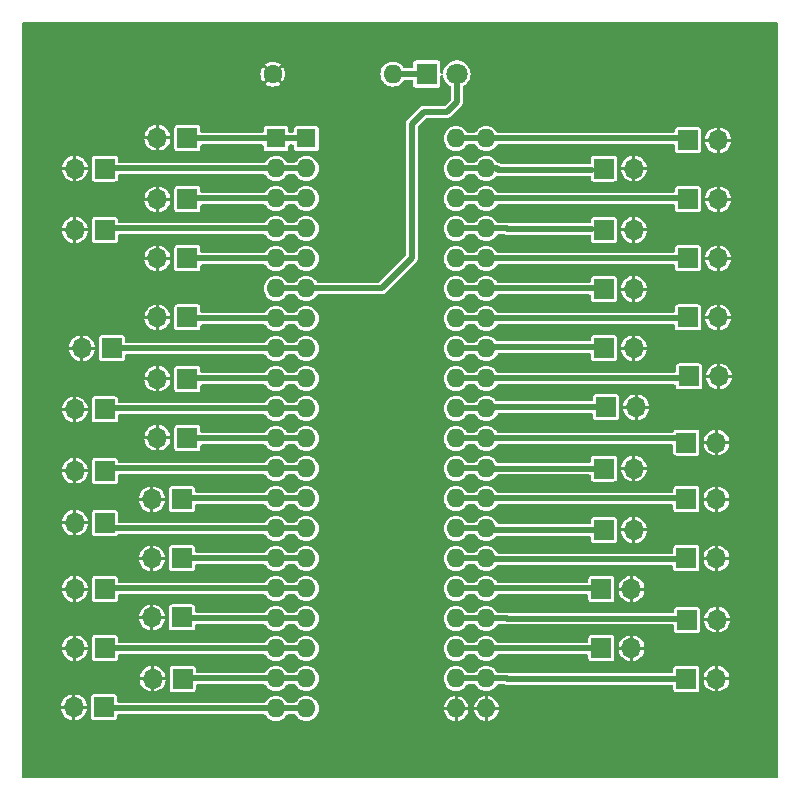
<source format=gtl>
%TF.GenerationSoftware,KiCad,Pcbnew,7.0.1*%
%TF.CreationDate,2023-06-14T21:40:41+02:00*%
%TF.ProjectId,6510_board,36353130-5f62-46f6-9172-642e6b696361,rev?*%
%TF.SameCoordinates,Original*%
%TF.FileFunction,Copper,L1,Top*%
%TF.FilePolarity,Positive*%
%FSLAX46Y46*%
G04 Gerber Fmt 4.6, Leading zero omitted, Abs format (unit mm)*
G04 Created by KiCad (PCBNEW 7.0.1) date 2023-06-14 21:40:41*
%MOMM*%
%LPD*%
G01*
G04 APERTURE LIST*
%TA.AperFunction,ComponentPad*%
%ADD10R,1.700000X1.700000*%
%TD*%
%TA.AperFunction,ComponentPad*%
%ADD11O,1.700000X1.700000*%
%TD*%
%TA.AperFunction,ComponentPad*%
%ADD12R,1.600000X1.600000*%
%TD*%
%TA.AperFunction,ComponentPad*%
%ADD13O,1.600000X1.600000*%
%TD*%
%TA.AperFunction,ComponentPad*%
%ADD14C,1.600000*%
%TD*%
%TA.AperFunction,ComponentPad*%
%ADD15R,1.800000X1.800000*%
%TD*%
%TA.AperFunction,ComponentPad*%
%ADD16C,1.800000*%
%TD*%
%TA.AperFunction,ViaPad*%
%ADD17C,0.800000*%
%TD*%
%TA.AperFunction,Conductor*%
%ADD18C,0.500000*%
%TD*%
G04 APERTURE END LIST*
D10*
%TO.P,J6,1,Pin_1*%
%TO.N,Net-(J6-Pin_1)*%
X42000000Y-108200000D03*
D11*
%TO.P,J6,2,Pin_2*%
%TO.N,GND*%
X39460000Y-108200000D03*
%TD*%
D10*
%TO.P,J16,1,Pin_1*%
%TO.N,Net-(J16-Pin_1)*%
X84260000Y-128600000D03*
D11*
%TO.P,J16,2,Pin_2*%
%TO.N,GND*%
X86800000Y-128600000D03*
%TD*%
D10*
%TO.P,J14,1,Pin_1*%
%TO.N,Net-(J14-Pin_1)*%
X77060000Y-126000000D03*
D11*
%TO.P,J14,2,Pin_2*%
%TO.N,GND*%
X79600000Y-126000000D03*
%TD*%
D10*
%TO.P,J25,1,Pin_1*%
%TO.N,Net-(J25-Pin_1)*%
X42000000Y-82800000D03*
D11*
%TO.P,J25,2,Pin_2*%
%TO.N,GND*%
X39460000Y-82800000D03*
%TD*%
D10*
%TO.P,J35,1,Pin_1*%
%TO.N,Net-(J35-Pin_1)*%
X84325000Y-123600000D03*
D11*
%TO.P,J35,2,Pin_2*%
%TO.N,GND*%
X86865000Y-123600000D03*
%TD*%
D10*
%TO.P,J29,1,Pin_1*%
%TO.N,Net-(J29-Pin_1)*%
X42000000Y-88000000D03*
D11*
%TO.P,J29,2,Pin_2*%
%TO.N,GND*%
X39460000Y-88000000D03*
%TD*%
D10*
%TO.P,J5,1,Pin_1*%
%TO.N,Net-(J5-Pin_1)*%
X35000000Y-111000000D03*
D11*
%TO.P,J5,2,Pin_2*%
%TO.N,GND*%
X32460000Y-111000000D03*
%TD*%
D10*
%TO.P,J22,1,Pin_1*%
%TO.N,Net-(J22-Pin_1)*%
X77260000Y-100600000D03*
D11*
%TO.P,J22,2,Pin_2*%
%TO.N,GND*%
X79800000Y-100600000D03*
%TD*%
D10*
%TO.P,J36,1,Pin_1*%
%TO.N,Net-(J36-Pin_1)*%
X77260000Y-116000000D03*
D11*
%TO.P,J36,2,Pin_2*%
%TO.N,GND*%
X79800000Y-116000000D03*
%TD*%
D10*
%TO.P,J37,1,Pin_1*%
%TO.N,Net-(J37-Pin_1)*%
X77260000Y-110800000D03*
D11*
%TO.P,J37,2,Pin_2*%
%TO.N,GND*%
X79800000Y-110800000D03*
%TD*%
D12*
%TO.P,U1,1,\u03D50*%
%TO.N,Net-(J25-Pin_1)*%
X49510000Y-82850000D03*
D13*
%TO.P,U1,2,RDY*%
%TO.N,Net-(J32-Pin_1)*%
X49510000Y-85390000D03*
%TO.P,U1,3,~{IRQ}*%
%TO.N,Net-(J29-Pin_1)*%
X49510000Y-87930000D03*
%TO.P,U1,4,~{NMI}*%
%TO.N,Net-(J30-Pin_1)*%
X49510000Y-90470000D03*
%TO.P,U1,5,AEC*%
%TO.N,Net-(J28-Pin_1)*%
X49510000Y-93010000D03*
%TO.P,U1,6,VCC*%
%TO.N,Net-(D1-A)*%
X49510000Y-95550000D03*
%TO.P,U1,7,A0*%
%TO.N,Net-(J1-Pin_1)*%
X49510000Y-98090000D03*
%TO.P,U1,8,A1*%
%TO.N,Net-(J2-Pin_1)*%
X49510000Y-100630000D03*
%TO.P,U1,9,A2*%
%TO.N,Net-(J4-Pin_1)*%
X49510000Y-103170000D03*
%TO.P,U1,10,A3*%
%TO.N,Net-(J3-Pin_1)*%
X49510000Y-105710000D03*
%TO.P,U1,11,A4*%
%TO.N,Net-(J6-Pin_1)*%
X49510000Y-108250000D03*
%TO.P,U1,12,A5*%
%TO.N,Net-(J5-Pin_1)*%
X49510000Y-110790000D03*
%TO.P,U1,13,A6*%
%TO.N,Net-(J11-Pin_1)*%
X49510000Y-113330000D03*
%TO.P,U1,14,A7*%
%TO.N,Net-(J8-Pin_1)*%
X49510000Y-115870000D03*
%TO.P,U1,15,A8*%
%TO.N,Net-(J10-Pin_1)*%
X49510000Y-118410000D03*
%TO.P,U1,16,A9*%
%TO.N,Net-(J7-Pin_1)*%
X49510000Y-120950000D03*
%TO.P,U1,17,A10*%
%TO.N,Net-(J12-Pin_1)*%
X49510000Y-123490000D03*
%TO.P,U1,18,A11*%
%TO.N,Net-(J9-Pin_1)*%
X49510000Y-126030000D03*
%TO.P,U1,19,A12*%
%TO.N,Net-(J15-Pin_1)*%
X49510000Y-128570000D03*
%TO.P,U1,20,A13*%
%TO.N,Net-(J13-Pin_1)*%
X49510000Y-131110000D03*
%TO.P,U1,21,VSS*%
%TO.N,GND*%
X64750000Y-131110000D03*
%TO.P,U1,22,A14*%
%TO.N,Net-(J16-Pin_1)*%
X64750000Y-128570000D03*
%TO.P,U1,23,A15*%
%TO.N,Net-(J14-Pin_1)*%
X64750000Y-126030000D03*
%TO.P,U1,24,P5*%
%TO.N,Net-(J35-Pin_1)*%
X64750000Y-123490000D03*
%TO.P,U1,25,P4*%
%TO.N,Net-(J38-Pin_1)*%
X64750000Y-120950000D03*
%TO.P,U1,26,P3*%
%TO.N,Net-(J33-Pin_1)*%
X64750000Y-118410000D03*
%TO.P,U1,27,P2*%
%TO.N,Net-(J36-Pin_1)*%
X64750000Y-115870000D03*
%TO.P,U1,28,P1*%
%TO.N,Net-(J34-Pin_1)*%
X64750000Y-113330000D03*
%TO.P,U1,29,P0*%
%TO.N,Net-(J37-Pin_1)*%
X64750000Y-110790000D03*
%TO.P,U1,30,D7*%
%TO.N,Net-(J20-Pin_1)*%
X64750000Y-108250000D03*
%TO.P,U1,31,D6*%
%TO.N,Net-(J24-Pin_1)*%
X64750000Y-105710000D03*
%TO.P,U1,32,D5*%
%TO.N,Net-(J18-Pin_1)*%
X64750000Y-103170000D03*
%TO.P,U1,33,D4*%
%TO.N,Net-(J22-Pin_1)*%
X64750000Y-100630000D03*
%TO.P,U1,34,D3*%
%TO.N,Net-(J19-Pin_1)*%
X64750000Y-98090000D03*
%TO.P,U1,35,D2*%
%TO.N,Net-(J23-Pin_1)*%
X64750000Y-95550000D03*
%TO.P,U1,36,D1*%
%TO.N,Net-(J17-Pin_1)*%
X64750000Y-93010000D03*
%TO.P,U1,37,D0*%
%TO.N,Net-(J21-Pin_1)*%
X64750000Y-90470000D03*
%TO.P,U1,38,R/~{W}*%
%TO.N,Net-(J31-Pin_1)*%
X64750000Y-87930000D03*
%TO.P,U1,39,\u03D52*%
%TO.N,Net-(J26-Pin_1)*%
X64750000Y-85390000D03*
%TO.P,U1,40,~{RES}*%
%TO.N,Net-(J27-Pin_1)*%
X64750000Y-82850000D03*
%TD*%
D10*
%TO.P,J20,1,Pin_1*%
%TO.N,Net-(J20-Pin_1)*%
X84260000Y-108600000D03*
D11*
%TO.P,J20,2,Pin_2*%
%TO.N,GND*%
X86800000Y-108600000D03*
%TD*%
D12*
%TO.P,U2,1,\u03D50*%
%TO.N,Net-(J25-Pin_1)*%
X52075000Y-82850000D03*
D13*
%TO.P,U2,2,RDY*%
%TO.N,Net-(J32-Pin_1)*%
X52075000Y-85390000D03*
%TO.P,U2,3,~{IRQ}*%
%TO.N,Net-(J29-Pin_1)*%
X52075000Y-87930000D03*
%TO.P,U2,4,~{NMI}*%
%TO.N,Net-(J30-Pin_1)*%
X52075000Y-90470000D03*
%TO.P,U2,5,AEC*%
%TO.N,Net-(J28-Pin_1)*%
X52075000Y-93010000D03*
%TO.P,U2,6,VCC*%
%TO.N,Net-(D1-A)*%
X52075000Y-95550000D03*
%TO.P,U2,7,A0*%
%TO.N,Net-(J1-Pin_1)*%
X52075000Y-98090000D03*
%TO.P,U2,8,A1*%
%TO.N,Net-(J2-Pin_1)*%
X52075000Y-100630000D03*
%TO.P,U2,9,A2*%
%TO.N,Net-(J4-Pin_1)*%
X52075000Y-103170000D03*
%TO.P,U2,10,A3*%
%TO.N,Net-(J3-Pin_1)*%
X52075000Y-105710000D03*
%TO.P,U2,11,A4*%
%TO.N,Net-(J6-Pin_1)*%
X52075000Y-108250000D03*
%TO.P,U2,12,A5*%
%TO.N,Net-(J5-Pin_1)*%
X52075000Y-110790000D03*
%TO.P,U2,13,A6*%
%TO.N,Net-(J11-Pin_1)*%
X52075000Y-113330000D03*
%TO.P,U2,14,A7*%
%TO.N,Net-(J8-Pin_1)*%
X52075000Y-115870000D03*
%TO.P,U2,15,A8*%
%TO.N,Net-(J10-Pin_1)*%
X52075000Y-118410000D03*
%TO.P,U2,16,A9*%
%TO.N,Net-(J7-Pin_1)*%
X52075000Y-120950000D03*
%TO.P,U2,17,A10*%
%TO.N,Net-(J12-Pin_1)*%
X52075000Y-123490000D03*
%TO.P,U2,18,A11*%
%TO.N,Net-(J9-Pin_1)*%
X52075000Y-126030000D03*
%TO.P,U2,19,A12*%
%TO.N,Net-(J15-Pin_1)*%
X52075000Y-128570000D03*
%TO.P,U2,20,A13*%
%TO.N,Net-(J13-Pin_1)*%
X52075000Y-131110000D03*
%TO.P,U2,21,VSS*%
%TO.N,GND*%
X67315000Y-131110000D03*
%TO.P,U2,22,A14*%
%TO.N,Net-(J16-Pin_1)*%
X67315000Y-128570000D03*
%TO.P,U2,23,A15*%
%TO.N,Net-(J14-Pin_1)*%
X67315000Y-126030000D03*
%TO.P,U2,24,P5*%
%TO.N,Net-(J35-Pin_1)*%
X67315000Y-123490000D03*
%TO.P,U2,25,P4*%
%TO.N,Net-(J38-Pin_1)*%
X67315000Y-120950000D03*
%TO.P,U2,26,P3*%
%TO.N,Net-(J33-Pin_1)*%
X67315000Y-118410000D03*
%TO.P,U2,27,P2*%
%TO.N,Net-(J36-Pin_1)*%
X67315000Y-115870000D03*
%TO.P,U2,28,P1*%
%TO.N,Net-(J34-Pin_1)*%
X67315000Y-113330000D03*
%TO.P,U2,29,P0*%
%TO.N,Net-(J37-Pin_1)*%
X67315000Y-110790000D03*
%TO.P,U2,30,D7*%
%TO.N,Net-(J20-Pin_1)*%
X67315000Y-108250000D03*
%TO.P,U2,31,D6*%
%TO.N,Net-(J24-Pin_1)*%
X67315000Y-105710000D03*
%TO.P,U2,32,D5*%
%TO.N,Net-(J18-Pin_1)*%
X67315000Y-103170000D03*
%TO.P,U2,33,D4*%
%TO.N,Net-(J22-Pin_1)*%
X67315000Y-100630000D03*
%TO.P,U2,34,D3*%
%TO.N,Net-(J19-Pin_1)*%
X67315000Y-98090000D03*
%TO.P,U2,35,D2*%
%TO.N,Net-(J23-Pin_1)*%
X67315000Y-95550000D03*
%TO.P,U2,36,D1*%
%TO.N,Net-(J17-Pin_1)*%
X67315000Y-93010000D03*
%TO.P,U2,37,D0*%
%TO.N,Net-(J21-Pin_1)*%
X67315000Y-90470000D03*
%TO.P,U2,38,R/~{W}*%
%TO.N,Net-(J31-Pin_1)*%
X67315000Y-87930000D03*
%TO.P,U2,39,\u03D52*%
%TO.N,Net-(J26-Pin_1)*%
X67315000Y-85390000D03*
%TO.P,U2,40,~{RES}*%
%TO.N,Net-(J27-Pin_1)*%
X67315000Y-82850000D03*
%TD*%
D10*
%TO.P,J18,1,Pin_1*%
%TO.N,Net-(J18-Pin_1)*%
X84460000Y-103000000D03*
D11*
%TO.P,J18,2,Pin_2*%
%TO.N,GND*%
X87000000Y-103000000D03*
%TD*%
D10*
%TO.P,J34,1,Pin_1*%
%TO.N,Net-(J34-Pin_1)*%
X84260000Y-113400000D03*
D11*
%TO.P,J34,2,Pin_2*%
%TO.N,GND*%
X86800000Y-113400000D03*
%TD*%
D10*
%TO.P,J33,1,Pin_1*%
%TO.N,Net-(J33-Pin_1)*%
X84260000Y-118400000D03*
D11*
%TO.P,J33,2,Pin_2*%
%TO.N,GND*%
X86800000Y-118400000D03*
%TD*%
D10*
%TO.P,J31,1,Pin_1*%
%TO.N,Net-(J31-Pin_1)*%
X84400000Y-88000000D03*
D11*
%TO.P,J31,2,Pin_2*%
%TO.N,GND*%
X86940000Y-88000000D03*
%TD*%
D10*
%TO.P,J9,1,Pin_1*%
%TO.N,Net-(J9-Pin_1)*%
X35000000Y-126000000D03*
D11*
%TO.P,J9,2,Pin_2*%
%TO.N,GND*%
X32460000Y-126000000D03*
%TD*%
D10*
%TO.P,J17,1,Pin_1*%
%TO.N,Net-(J17-Pin_1)*%
X84400000Y-93000000D03*
D11*
%TO.P,J17,2,Pin_2*%
%TO.N,GND*%
X86940000Y-93000000D03*
%TD*%
D10*
%TO.P,J23,1,Pin_1*%
%TO.N,Net-(J23-Pin_1)*%
X77260000Y-95600000D03*
D11*
%TO.P,J23,2,Pin_2*%
%TO.N,GND*%
X79800000Y-95600000D03*
%TD*%
D10*
%TO.P,J8,1,Pin_1*%
%TO.N,Net-(J8-Pin_1)*%
X35000000Y-115400000D03*
D11*
%TO.P,J8,2,Pin_2*%
%TO.N,GND*%
X32460000Y-115400000D03*
%TD*%
D10*
%TO.P,J28,1,Pin_1*%
%TO.N,Net-(J28-Pin_1)*%
X42000000Y-93000000D03*
D11*
%TO.P,J28,2,Pin_2*%
%TO.N,GND*%
X39460000Y-93000000D03*
%TD*%
D14*
%TO.P,R1,1*%
%TO.N,GND*%
X49240000Y-77400000D03*
D13*
%TO.P,R1,2*%
%TO.N,Net-(D1-K)*%
X59400000Y-77400000D03*
%TD*%
D10*
%TO.P,J3,1,Pin_1*%
%TO.N,Net-(J3-Pin_1)*%
X35000000Y-105800000D03*
D11*
%TO.P,J3,2,Pin_2*%
%TO.N,GND*%
X32460000Y-105800000D03*
%TD*%
D10*
%TO.P,J27,1,Pin_1*%
%TO.N,Net-(J27-Pin_1)*%
X84400000Y-83000000D03*
D11*
%TO.P,J27,2,Pin_2*%
%TO.N,GND*%
X86940000Y-83000000D03*
%TD*%
D10*
%TO.P,J7,1,Pin_1*%
%TO.N,Net-(J7-Pin_1)*%
X35000000Y-121000000D03*
D11*
%TO.P,J7,2,Pin_2*%
%TO.N,GND*%
X32460000Y-121000000D03*
%TD*%
D10*
%TO.P,J1,1,Pin_1*%
%TO.N,Net-(J1-Pin_1)*%
X42000000Y-98000000D03*
D11*
%TO.P,J1,2,Pin_2*%
%TO.N,GND*%
X39460000Y-98000000D03*
%TD*%
D10*
%TO.P,J12,1,Pin_1*%
%TO.N,Net-(J12-Pin_1)*%
X41540000Y-123400000D03*
D11*
%TO.P,J12,2,Pin_2*%
%TO.N,GND*%
X39000000Y-123400000D03*
%TD*%
D10*
%TO.P,J19,1,Pin_1*%
%TO.N,Net-(J19-Pin_1)*%
X84400000Y-98000000D03*
D11*
%TO.P,J19,2,Pin_2*%
%TO.N,GND*%
X86940000Y-98000000D03*
%TD*%
D15*
%TO.P,D1,1,K*%
%TO.N,Net-(D1-K)*%
X62280000Y-77400000D03*
D16*
%TO.P,D1,2,A*%
%TO.N,Net-(D1-A)*%
X64820000Y-77400000D03*
%TD*%
D10*
%TO.P,J4,1,Pin_1*%
%TO.N,Net-(J4-Pin_1)*%
X42000000Y-103200000D03*
D11*
%TO.P,J4,2,Pin_2*%
%TO.N,GND*%
X39460000Y-103200000D03*
%TD*%
D10*
%TO.P,J11,1,Pin_1*%
%TO.N,Net-(J11-Pin_1)*%
X41540000Y-113400000D03*
D11*
%TO.P,J11,2,Pin_2*%
%TO.N,GND*%
X39000000Y-113400000D03*
%TD*%
D10*
%TO.P,J15,1,Pin_1*%
%TO.N,Net-(J15-Pin_1)*%
X41600000Y-128600000D03*
D11*
%TO.P,J15,2,Pin_2*%
%TO.N,GND*%
X39060000Y-128600000D03*
%TD*%
D10*
%TO.P,J10,1,Pin_1*%
%TO.N,Net-(J10-Pin_1)*%
X41540000Y-118400000D03*
D11*
%TO.P,J10,2,Pin_2*%
%TO.N,GND*%
X39000000Y-118400000D03*
%TD*%
D10*
%TO.P,J24,1,Pin_1*%
%TO.N,Net-(J24-Pin_1)*%
X77460000Y-105600000D03*
D11*
%TO.P,J24,2,Pin_2*%
%TO.N,GND*%
X80000000Y-105600000D03*
%TD*%
D10*
%TO.P,J32,1,Pin_1*%
%TO.N,Net-(J32-Pin_1)*%
X35000000Y-85400000D03*
D11*
%TO.P,J32,2,Pin_2*%
%TO.N,GND*%
X32460000Y-85400000D03*
%TD*%
D10*
%TO.P,J13,1,Pin_1*%
%TO.N,Net-(J13-Pin_1)*%
X34940000Y-131000000D03*
D11*
%TO.P,J13,2,Pin_2*%
%TO.N,GND*%
X32400000Y-131000000D03*
%TD*%
D10*
%TO.P,J2,1,Pin_1*%
%TO.N,Net-(J2-Pin_1)*%
X35600000Y-100600000D03*
D11*
%TO.P,J2,2,Pin_2*%
%TO.N,GND*%
X33060000Y-100600000D03*
%TD*%
D10*
%TO.P,J21,1,Pin_1*%
%TO.N,Net-(J21-Pin_1)*%
X77260000Y-90600000D03*
D11*
%TO.P,J21,2,Pin_2*%
%TO.N,GND*%
X79800000Y-90600000D03*
%TD*%
D10*
%TO.P,J26,1,Pin_1*%
%TO.N,Net-(J26-Pin_1)*%
X77260000Y-85400000D03*
D11*
%TO.P,J26,2,Pin_2*%
%TO.N,GND*%
X79800000Y-85400000D03*
%TD*%
D10*
%TO.P,J30,1,Pin_1*%
%TO.N,Net-(J30-Pin_1)*%
X35000000Y-90600000D03*
D11*
%TO.P,J30,2,Pin_2*%
%TO.N,GND*%
X32460000Y-90600000D03*
%TD*%
D10*
%TO.P,J38,1,Pin_1*%
%TO.N,Net-(J38-Pin_1)*%
X77060000Y-121000000D03*
D11*
%TO.P,J38,2,Pin_2*%
%TO.N,GND*%
X79600000Y-121000000D03*
%TD*%
D17*
%TO.N,GND*%
X90000000Y-77500000D03*
X75000000Y-135000000D03*
X90000000Y-90000000D03*
X60000000Y-135000000D03*
X90000000Y-102500000D03*
X75000000Y-75000000D03*
X90000000Y-110000000D03*
X62500000Y-135000000D03*
X90000000Y-130000000D03*
X30000000Y-87500000D03*
X65000000Y-135000000D03*
X30000000Y-97500000D03*
X67500000Y-135000000D03*
X90000000Y-92500000D03*
X90000000Y-97500000D03*
X67500000Y-75000000D03*
X60000000Y-75000000D03*
X32500000Y-75000000D03*
X55000000Y-75000000D03*
X90000000Y-125000000D03*
X90000000Y-120000000D03*
X30000000Y-122500000D03*
X90000000Y-127500000D03*
X62500000Y-75000000D03*
X30000000Y-117500000D03*
X90000000Y-112500000D03*
X90000000Y-75000000D03*
X30000000Y-100000000D03*
X32500000Y-135000000D03*
X40000000Y-75000000D03*
X52500000Y-75000000D03*
X30000000Y-120000000D03*
X30000000Y-132500000D03*
X52500000Y-135000000D03*
X30000000Y-107500000D03*
X77500000Y-135000000D03*
X30000000Y-90000000D03*
X50000000Y-135000000D03*
X30000000Y-102500000D03*
X80000000Y-75000000D03*
X47500000Y-75000000D03*
X30000000Y-80000000D03*
X30000000Y-130000000D03*
X35000000Y-75000000D03*
X42500000Y-75000000D03*
X30000000Y-95000000D03*
X37500000Y-135000000D03*
X50000000Y-75000000D03*
X90000000Y-85000000D03*
X30000000Y-115000000D03*
X70000000Y-75000000D03*
X57500000Y-135000000D03*
X30000000Y-112500000D03*
X45000000Y-75000000D03*
X30000000Y-75000000D03*
X45000000Y-135000000D03*
X30000000Y-127500000D03*
X30000000Y-92500000D03*
X30000000Y-135000000D03*
X30000000Y-77500000D03*
X72500000Y-135000000D03*
X90000000Y-122500000D03*
X90000000Y-132500000D03*
X77500000Y-75000000D03*
X85000000Y-135000000D03*
X47500000Y-135000000D03*
X57500000Y-75000000D03*
X90000000Y-135000000D03*
X30000000Y-82500000D03*
X40000000Y-135000000D03*
X90000000Y-105000000D03*
X55000000Y-135000000D03*
X90000000Y-117500000D03*
X85000000Y-75000000D03*
X30000000Y-105000000D03*
X30000000Y-110000000D03*
X70000000Y-135000000D03*
X82500000Y-75000000D03*
X42500000Y-135000000D03*
X35000000Y-135000000D03*
X90000000Y-100000000D03*
X82500000Y-135000000D03*
X90000000Y-82500000D03*
X72500000Y-75000000D03*
X90000000Y-107500000D03*
X87500000Y-135000000D03*
X90000000Y-80000000D03*
X80000000Y-135000000D03*
X30000000Y-125000000D03*
X37500000Y-75000000D03*
X90000000Y-87500000D03*
X87500000Y-75000000D03*
X65000000Y-75000000D03*
X90000000Y-115000000D03*
X30000000Y-85000000D03*
X90000000Y-95000000D03*
%TD*%
D18*
%TO.N,Net-(D1-K)*%
X62280000Y-77400000D02*
X59400000Y-77400000D01*
%TO.N,Net-(D1-A)*%
X62000000Y-80600000D02*
X64000000Y-80600000D01*
X58450000Y-95550000D02*
X61000000Y-93000000D01*
X64820000Y-79780000D02*
X64820000Y-77400000D01*
X61000000Y-93000000D02*
X61000000Y-81600000D01*
X52075000Y-95550000D02*
X58450000Y-95550000D01*
X61000000Y-81600000D02*
X62000000Y-80600000D01*
X52075000Y-95550000D02*
X49510000Y-95550000D01*
X64000000Y-80600000D02*
X64820000Y-79780000D01*
%TO.N,Net-(J1-Pin_1)*%
X49510000Y-98090000D02*
X52075000Y-98090000D01*
X49510000Y-98090000D02*
X42090000Y-98090000D01*
X42090000Y-98090000D02*
X42000000Y-98000000D01*
%TO.N,Net-(J2-Pin_1)*%
X52075000Y-100630000D02*
X49510000Y-100630000D01*
X35630000Y-100630000D02*
X35600000Y-100600000D01*
X49510000Y-100630000D02*
X35630000Y-100630000D01*
%TO.N,Net-(J3-Pin_1)*%
X35090000Y-105710000D02*
X35000000Y-105800000D01*
X49510000Y-105710000D02*
X35090000Y-105710000D01*
X49510000Y-105710000D02*
X52075000Y-105710000D01*
%TO.N,Net-(J4-Pin_1)*%
X52075000Y-103170000D02*
X49510000Y-103170000D01*
X49510000Y-103170000D02*
X42080000Y-103170000D01*
X42080000Y-103170000D02*
X42000000Y-103250000D01*
%TO.N,Net-(J5-Pin_1)*%
X49510000Y-110790000D02*
X35210000Y-110790000D01*
X52075000Y-110790000D02*
X49510000Y-110790000D01*
X35210000Y-110790000D02*
X35000000Y-111000000D01*
%TO.N,Net-(J6-Pin_1)*%
X42050000Y-108250000D02*
X42000000Y-108200000D01*
X52075000Y-108250000D02*
X49510000Y-108250000D01*
X49510000Y-108250000D02*
X42050000Y-108250000D01*
%TO.N,Net-(J7-Pin_1)*%
X35050000Y-120950000D02*
X35000000Y-121000000D01*
X49510000Y-120950000D02*
X35050000Y-120950000D01*
X52075000Y-120950000D02*
X49510000Y-120950000D01*
%TO.N,Net-(J8-Pin_1)*%
X49510000Y-115870000D02*
X35370000Y-115870000D01*
X52075000Y-115870000D02*
X49510000Y-115870000D01*
X35370000Y-115870000D02*
X35000000Y-115500000D01*
%TO.N,Net-(J9-Pin_1)*%
X49510000Y-126030000D02*
X52075000Y-126030000D01*
X49510000Y-126030000D02*
X35070000Y-126030000D01*
X35070000Y-126030000D02*
X35040000Y-126000000D01*
%TO.N,Net-(J10-Pin_1)*%
X49510000Y-118410000D02*
X52075000Y-118410000D01*
X49510000Y-118410000D02*
X41630000Y-118410000D01*
X41630000Y-118410000D02*
X41540000Y-118500000D01*
%TO.N,Net-(J11-Pin_1)*%
X41610000Y-113330000D02*
X41540000Y-113400000D01*
X49510000Y-113330000D02*
X41610000Y-113330000D01*
X49510000Y-113330000D02*
X52075000Y-113330000D01*
%TO.N,Net-(J12-Pin_1)*%
X49510000Y-123490000D02*
X41550000Y-123490000D01*
X49510000Y-123490000D02*
X52075000Y-123490000D01*
X41550000Y-123490000D02*
X41540000Y-123500000D01*
%TO.N,Net-(J13-Pin_1)*%
X35110000Y-131110000D02*
X35000000Y-131000000D01*
X52075000Y-131110000D02*
X49510000Y-131110000D01*
X49510000Y-131110000D02*
X35110000Y-131110000D01*
%TO.N,Net-(J14-Pin_1)*%
X77005000Y-126000000D02*
X76975000Y-126030000D01*
X64750000Y-126030000D02*
X67315000Y-126030000D01*
X76975000Y-126030000D02*
X67315000Y-126030000D01*
%TO.N,Net-(J15-Pin_1)*%
X41610000Y-128570000D02*
X41540000Y-128500000D01*
X49510000Y-128570000D02*
X41610000Y-128570000D01*
X52075000Y-128570000D02*
X49510000Y-128570000D01*
%TO.N,Net-(J16-Pin_1)*%
X64780000Y-128600000D02*
X64750000Y-128570000D01*
X69030000Y-128570000D02*
X67315000Y-128570000D01*
X84240000Y-128600000D02*
X69060000Y-128600000D01*
X69060000Y-128600000D02*
X69030000Y-128570000D01*
X67315000Y-128570000D02*
X64750000Y-128570000D01*
%TO.N,Net-(J17-Pin_1)*%
X67315000Y-93010000D02*
X84390000Y-93010000D01*
X64750000Y-93010000D02*
X67315000Y-93010000D01*
X84390000Y-93010000D02*
X84400000Y-93000000D01*
%TO.N,Net-(J18-Pin_1)*%
X67315000Y-103170000D02*
X64750000Y-103170000D01*
X84070000Y-103170000D02*
X67315000Y-103170000D01*
X84240000Y-103000000D02*
X84070000Y-103170000D01*
%TO.N,Net-(J19-Pin_1)*%
X84240000Y-98000000D02*
X84150000Y-98090000D01*
X67315000Y-98090000D02*
X64750000Y-98090000D01*
X84150000Y-98090000D02*
X67315000Y-98090000D01*
%TO.N,Net-(J20-Pin_1)*%
X84240000Y-108500000D02*
X83990000Y-108250000D01*
X67315000Y-108250000D02*
X64750000Y-108250000D01*
X83990000Y-108250000D02*
X67315000Y-108250000D01*
%TO.N,Net-(J21-Pin_1)*%
X69030000Y-90470000D02*
X67315000Y-90470000D01*
X69060000Y-90500000D02*
X69030000Y-90470000D01*
X67315000Y-90470000D02*
X64750000Y-90470000D01*
X64780000Y-90500000D02*
X64750000Y-90470000D01*
X76240000Y-90500000D02*
X69060000Y-90500000D01*
%TO.N,Net-(J22-Pin_1)*%
X67500000Y-100500000D02*
X67400000Y-100600000D01*
X77240000Y-100500000D02*
X67500000Y-100500000D01*
X64880000Y-100500000D02*
X64750000Y-100630000D01*
X64750000Y-100630000D02*
X67315000Y-100630000D01*
%TO.N,Net-(J23-Pin_1)*%
X64750000Y-95550000D02*
X67315000Y-95550000D01*
X77210000Y-95550000D02*
X77260000Y-95600000D01*
X67315000Y-95550000D02*
X77210000Y-95550000D01*
%TO.N,Net-(J24-Pin_1)*%
X64750000Y-105710000D02*
X67315000Y-105710000D01*
X77405000Y-105600000D02*
X66800000Y-105600000D01*
X64860000Y-105600000D02*
X64750000Y-105710000D01*
%TO.N,Net-(J25-Pin_1)*%
X49510000Y-82850000D02*
X42050000Y-82850000D01*
X42050000Y-82850000D02*
X42000000Y-82800000D01*
X52075000Y-82850000D02*
X49510000Y-82850000D01*
%TO.N,Net-(J26-Pin_1)*%
X64750000Y-85390000D02*
X67315000Y-85390000D01*
X76240000Y-85500000D02*
X68300000Y-85500000D01*
X64860000Y-85500000D02*
X64750000Y-85390000D01*
X68190000Y-85390000D02*
X67315000Y-85390000D01*
X68300000Y-85500000D02*
X68190000Y-85390000D01*
%TO.N,Net-(J27-Pin_1)*%
X67315000Y-82850000D02*
X64750000Y-82850000D01*
X84090000Y-82850000D02*
X67315000Y-82850000D01*
X84240000Y-83000000D02*
X84090000Y-82850000D01*
%TO.N,Net-(J28-Pin_1)*%
X52075000Y-93010000D02*
X49510000Y-93010000D01*
X42010000Y-93010000D02*
X42000000Y-93000000D01*
X49510000Y-93010000D02*
X42010000Y-93010000D01*
%TO.N,Net-(J29-Pin_1)*%
X42010000Y-87930000D02*
X41940000Y-88000000D01*
X49510000Y-87930000D02*
X52075000Y-87930000D01*
X49510000Y-87930000D02*
X42010000Y-87930000D01*
%TO.N,Net-(J30-Pin_1)*%
X49510000Y-90470000D02*
X35130000Y-90470000D01*
X52075000Y-90470000D02*
X49510000Y-90470000D01*
X35130000Y-90470000D02*
X35000000Y-90600000D01*
%TO.N,Net-(J31-Pin_1)*%
X84080000Y-88000000D02*
X84010000Y-87930000D01*
X67315000Y-87930000D02*
X64750000Y-87930000D01*
X84010000Y-87930000D02*
X67315000Y-87930000D01*
%TO.N,Net-(J32-Pin_1)*%
X49510000Y-85390000D02*
X35010000Y-85390000D01*
X35010000Y-85390000D02*
X35000000Y-85400000D01*
X49510000Y-85390000D02*
X52075000Y-85390000D01*
%TO.N,Net-(J33-Pin_1)*%
X64840000Y-118500000D02*
X64750000Y-118410000D01*
X67500000Y-118500000D02*
X67400000Y-118400000D01*
X67315000Y-118410000D02*
X64750000Y-118410000D01*
X84240000Y-118500000D02*
X67500000Y-118500000D01*
%TO.N,Net-(J34-Pin_1)*%
X67270000Y-113330000D02*
X67200000Y-113400000D01*
X67315000Y-113330000D02*
X64750000Y-113330000D01*
X84240000Y-113400000D02*
X84170000Y-113330000D01*
X84170000Y-113330000D02*
X67270000Y-113330000D01*
%TO.N,Net-(J35-Pin_1)*%
X69040000Y-123500000D02*
X69030000Y-123490000D01*
X64760000Y-123500000D02*
X64750000Y-123490000D01*
X84240000Y-123500000D02*
X69040000Y-123500000D01*
X67315000Y-123490000D02*
X64750000Y-123490000D01*
X69030000Y-123490000D02*
X67315000Y-123490000D01*
%TO.N,Net-(J36-Pin_1)*%
X67470000Y-115870000D02*
X67600000Y-116000000D01*
X67315000Y-115870000D02*
X67470000Y-115870000D01*
X77240000Y-116000000D02*
X67600000Y-116000000D01*
X67315000Y-115870000D02*
X64750000Y-115870000D01*
X64880000Y-116000000D02*
X64750000Y-115870000D01*
%TO.N,Net-(J37-Pin_1)*%
X77240000Y-110800000D02*
X67200000Y-110800000D01*
X64760000Y-110800000D02*
X64750000Y-110790000D01*
X64750000Y-110790000D02*
X67315000Y-110790000D01*
%TO.N,Net-(J38-Pin_1)*%
X67315000Y-120950000D02*
X64750000Y-120950000D01*
X76955000Y-120950000D02*
X67315000Y-120950000D01*
X77005000Y-121000000D02*
X76955000Y-120950000D01*
%TD*%
%TA.AperFunction,Conductor*%
%TO.N,GND*%
G36*
X91937500Y-73017113D02*
G01*
X91982887Y-73062500D01*
X91999500Y-73124500D01*
X91999500Y-136875500D01*
X91982887Y-136937500D01*
X91937500Y-136982887D01*
X91875500Y-136999500D01*
X28124500Y-136999500D01*
X28062500Y-136982887D01*
X28017113Y-136937500D01*
X28000500Y-136875500D01*
X28000500Y-131125000D01*
X31306870Y-131125000D01*
X31314096Y-131202992D01*
X31369885Y-131399068D01*
X31460751Y-131581553D01*
X31583607Y-131744241D01*
X31734259Y-131881578D01*
X31907588Y-131988899D01*
X32097679Y-132062540D01*
X32275000Y-132095687D01*
X32275000Y-131125000D01*
X32525000Y-131125000D01*
X32525000Y-132095687D01*
X32702320Y-132062540D01*
X32892411Y-131988899D01*
X33065740Y-131881578D01*
X33073312Y-131874675D01*
X33839500Y-131874675D01*
X33854033Y-131947738D01*
X33854033Y-131947739D01*
X33854034Y-131947740D01*
X33909399Y-132030601D01*
X33992260Y-132085966D01*
X34028793Y-132093233D01*
X34065325Y-132100500D01*
X34065326Y-132100500D01*
X35814674Y-132100500D01*
X35814675Y-132100500D01*
X35839029Y-132095655D01*
X35887740Y-132085966D01*
X35970601Y-132030601D01*
X36025966Y-131947740D01*
X36040500Y-131874674D01*
X36040500Y-131734500D01*
X36057113Y-131672500D01*
X36102500Y-131627113D01*
X36164500Y-131610500D01*
X48512051Y-131610500D01*
X48575800Y-131628142D01*
X48621409Y-131676046D01*
X48632315Y-131696450D01*
X48763589Y-131856410D01*
X48794257Y-131881578D01*
X48923550Y-131987685D01*
X49106046Y-132085232D01*
X49304066Y-132145300D01*
X49510000Y-132165583D01*
X49715934Y-132145300D01*
X49913954Y-132085232D01*
X50096450Y-131987685D01*
X50256410Y-131856410D01*
X50387685Y-131696450D01*
X50398591Y-131676045D01*
X50444200Y-131628142D01*
X50507949Y-131610500D01*
X51077051Y-131610500D01*
X51140800Y-131628142D01*
X51186409Y-131676046D01*
X51197315Y-131696450D01*
X51328589Y-131856410D01*
X51359257Y-131881578D01*
X51488550Y-131987685D01*
X51671046Y-132085232D01*
X51869066Y-132145300D01*
X52075000Y-132165583D01*
X52280934Y-132145300D01*
X52478954Y-132085232D01*
X52661450Y-131987685D01*
X52821410Y-131856410D01*
X52952685Y-131696450D01*
X53050232Y-131513954D01*
X53110300Y-131315934D01*
X53118271Y-131235000D01*
X63707230Y-131235000D01*
X63715191Y-131315834D01*
X63775233Y-131513764D01*
X63872731Y-131696171D01*
X64003945Y-131856054D01*
X64163828Y-131987268D01*
X64346235Y-132084766D01*
X64544165Y-132144808D01*
X64625000Y-132152770D01*
X64625000Y-131235000D01*
X64875000Y-131235000D01*
X64875000Y-132152770D01*
X64955834Y-132144808D01*
X65153764Y-132084766D01*
X65336171Y-131987268D01*
X65496054Y-131856054D01*
X65627268Y-131696171D01*
X65724766Y-131513764D01*
X65784808Y-131315834D01*
X65792770Y-131235000D01*
X66272230Y-131235000D01*
X66280191Y-131315834D01*
X66340233Y-131513764D01*
X66437731Y-131696171D01*
X66568945Y-131856054D01*
X66728828Y-131987268D01*
X66911235Y-132084766D01*
X67109165Y-132144808D01*
X67190000Y-132152770D01*
X67190000Y-131235000D01*
X67440000Y-131235000D01*
X67440000Y-132152770D01*
X67520834Y-132144808D01*
X67718764Y-132084766D01*
X67901171Y-131987268D01*
X68061054Y-131856054D01*
X68192268Y-131696171D01*
X68289766Y-131513764D01*
X68349808Y-131315834D01*
X68357770Y-131235000D01*
X67440000Y-131235000D01*
X67190000Y-131235000D01*
X66272230Y-131235000D01*
X65792770Y-131235000D01*
X64875000Y-131235000D01*
X64625000Y-131235000D01*
X63707230Y-131235000D01*
X53118271Y-131235000D01*
X53130583Y-131110000D01*
X53118271Y-130985000D01*
X63707229Y-130985000D01*
X64625000Y-130985000D01*
X64625000Y-130067229D01*
X64874999Y-130067229D01*
X64875000Y-130067230D01*
X64875000Y-130985000D01*
X65792770Y-130985000D01*
X66272229Y-130985000D01*
X67190000Y-130985000D01*
X67190000Y-130067229D01*
X67439999Y-130067229D01*
X67440000Y-130067230D01*
X67440000Y-130985000D01*
X68357770Y-130985000D01*
X68349808Y-130904165D01*
X68289766Y-130706235D01*
X68192268Y-130523828D01*
X68061054Y-130363945D01*
X67901171Y-130232731D01*
X67718764Y-130135233D01*
X67520834Y-130075191D01*
X67439999Y-130067229D01*
X67190000Y-130067229D01*
X67109165Y-130075191D01*
X66911235Y-130135233D01*
X66728828Y-130232731D01*
X66568945Y-130363945D01*
X66437731Y-130523828D01*
X66340233Y-130706235D01*
X66280191Y-130904165D01*
X66272229Y-130985000D01*
X65792770Y-130985000D01*
X65784808Y-130904165D01*
X65724766Y-130706235D01*
X65627268Y-130523828D01*
X65496054Y-130363945D01*
X65336171Y-130232731D01*
X65153764Y-130135233D01*
X64955834Y-130075191D01*
X64874999Y-130067229D01*
X64625000Y-130067229D01*
X64544165Y-130075191D01*
X64346235Y-130135233D01*
X64163828Y-130232731D01*
X64003945Y-130363945D01*
X63872731Y-130523828D01*
X63775233Y-130706235D01*
X63715191Y-130904165D01*
X63707229Y-130985000D01*
X53118271Y-130985000D01*
X53110300Y-130904066D01*
X53050232Y-130706046D01*
X52952685Y-130523550D01*
X52866429Y-130418446D01*
X52821410Y-130363589D01*
X52723952Y-130283609D01*
X52661450Y-130232315D01*
X52478954Y-130134768D01*
X52379943Y-130104733D01*
X52280932Y-130074699D01*
X52075000Y-130054417D01*
X51869067Y-130074699D01*
X51671043Y-130134769D01*
X51488551Y-130232314D01*
X51328589Y-130363589D01*
X51197315Y-130523549D01*
X51186409Y-130543954D01*
X51140800Y-130591858D01*
X51077051Y-130609500D01*
X50507949Y-130609500D01*
X50444200Y-130591858D01*
X50398591Y-130543954D01*
X50387685Y-130523550D01*
X50301429Y-130418446D01*
X50256410Y-130363589D01*
X50158952Y-130283609D01*
X50096450Y-130232315D01*
X49913954Y-130134768D01*
X49814943Y-130104733D01*
X49715932Y-130074699D01*
X49510000Y-130054417D01*
X49304067Y-130074699D01*
X49106043Y-130134769D01*
X48923551Y-130232314D01*
X48763589Y-130363589D01*
X48632315Y-130523549D01*
X48621409Y-130543954D01*
X48575800Y-130591858D01*
X48512051Y-130609500D01*
X36164500Y-130609500D01*
X36102500Y-130592887D01*
X36057113Y-130547500D01*
X36040500Y-130485500D01*
X36040500Y-130125325D01*
X36028944Y-130067230D01*
X36025966Y-130052260D01*
X35970601Y-129969399D01*
X35887740Y-129914034D01*
X35887739Y-129914033D01*
X35887738Y-129914033D01*
X35814675Y-129899500D01*
X35814674Y-129899500D01*
X34065326Y-129899500D01*
X34065325Y-129899500D01*
X33992261Y-129914033D01*
X33909399Y-129969399D01*
X33854033Y-130052261D01*
X33839500Y-130125325D01*
X33839500Y-131874675D01*
X33073312Y-131874675D01*
X33216392Y-131744241D01*
X33339248Y-131581553D01*
X33430114Y-131399068D01*
X33485903Y-131202992D01*
X33493130Y-131125000D01*
X32525000Y-131125000D01*
X32275000Y-131125000D01*
X31306870Y-131125000D01*
X28000500Y-131125000D01*
X28000500Y-130874999D01*
X31306869Y-130874999D01*
X31306870Y-130875000D01*
X32275000Y-130875000D01*
X32275000Y-129904312D01*
X32524999Y-129904312D01*
X32525000Y-129904313D01*
X32525000Y-130875000D01*
X33493130Y-130875000D01*
X33493130Y-130874999D01*
X33485903Y-130797007D01*
X33430114Y-130600931D01*
X33339248Y-130418446D01*
X33216392Y-130255758D01*
X33065740Y-130118421D01*
X32892411Y-130011100D01*
X32702320Y-129937459D01*
X32524999Y-129904312D01*
X32275000Y-129904312D01*
X32097679Y-129937459D01*
X31907588Y-130011100D01*
X31734259Y-130118421D01*
X31583607Y-130255758D01*
X31460751Y-130418446D01*
X31369885Y-130600931D01*
X31314096Y-130797007D01*
X31306869Y-130874999D01*
X28000500Y-130874999D01*
X28000500Y-128725000D01*
X37966870Y-128725000D01*
X37974096Y-128802992D01*
X38029885Y-128999068D01*
X38120751Y-129181553D01*
X38243607Y-129344241D01*
X38394259Y-129481578D01*
X38567588Y-129588899D01*
X38757679Y-129662540D01*
X38935000Y-129695687D01*
X38935000Y-128725000D01*
X39185000Y-128725000D01*
X39185000Y-129695687D01*
X39362320Y-129662540D01*
X39552411Y-129588899D01*
X39725740Y-129481578D01*
X39733312Y-129474675D01*
X40499500Y-129474675D01*
X40514033Y-129547738D01*
X40514033Y-129547739D01*
X40514034Y-129547740D01*
X40569399Y-129630601D01*
X40652260Y-129685966D01*
X40688792Y-129693232D01*
X40725325Y-129700500D01*
X40725326Y-129700500D01*
X42474674Y-129700500D01*
X42474675Y-129700500D01*
X42499029Y-129695655D01*
X42547740Y-129685966D01*
X42630601Y-129630601D01*
X42685966Y-129547740D01*
X42700500Y-129474674D01*
X42700500Y-129194500D01*
X42717113Y-129132500D01*
X42762500Y-129087113D01*
X42824500Y-129070500D01*
X48512051Y-129070500D01*
X48575800Y-129088142D01*
X48621409Y-129136046D01*
X48632315Y-129156450D01*
X48763589Y-129316410D01*
X48797502Y-129344241D01*
X48923550Y-129447685D01*
X49106046Y-129545232D01*
X49304066Y-129605300D01*
X49510000Y-129625583D01*
X49715934Y-129605300D01*
X49913954Y-129545232D01*
X50096450Y-129447685D01*
X50256410Y-129316410D01*
X50387685Y-129156450D01*
X50398591Y-129136045D01*
X50444200Y-129088142D01*
X50507949Y-129070500D01*
X51077051Y-129070500D01*
X51140800Y-129088142D01*
X51186409Y-129136046D01*
X51197315Y-129156450D01*
X51328589Y-129316410D01*
X51362502Y-129344241D01*
X51488550Y-129447685D01*
X51671046Y-129545232D01*
X51869066Y-129605300D01*
X52075000Y-129625583D01*
X52280934Y-129605300D01*
X52478954Y-129545232D01*
X52661450Y-129447685D01*
X52821410Y-129316410D01*
X52952685Y-129156450D01*
X53050232Y-128973954D01*
X53110300Y-128775934D01*
X53130583Y-128570000D01*
X63694417Y-128570000D01*
X63714699Y-128775932D01*
X63714700Y-128775934D01*
X63774768Y-128973954D01*
X63872315Y-129156450D01*
X63903542Y-129194500D01*
X64003589Y-129316410D01*
X64037502Y-129344241D01*
X64163550Y-129447685D01*
X64346046Y-129545232D01*
X64544066Y-129605300D01*
X64750000Y-129625583D01*
X64955934Y-129605300D01*
X65153954Y-129545232D01*
X65336450Y-129447685D01*
X65496410Y-129316410D01*
X65627685Y-129156450D01*
X65638591Y-129136045D01*
X65684200Y-129088142D01*
X65747949Y-129070500D01*
X66317051Y-129070500D01*
X66380800Y-129088142D01*
X66426409Y-129136046D01*
X66437315Y-129156450D01*
X66568589Y-129316410D01*
X66602502Y-129344241D01*
X66728550Y-129447685D01*
X66911046Y-129545232D01*
X67109066Y-129605300D01*
X67315000Y-129625583D01*
X67520934Y-129605300D01*
X67718954Y-129545232D01*
X67901450Y-129447685D01*
X68061410Y-129316410D01*
X68192685Y-129156450D01*
X68203591Y-129136045D01*
X68249200Y-129088142D01*
X68312949Y-129070500D01*
X68858458Y-129070500D01*
X68909967Y-129081705D01*
X68917543Y-129085165D01*
X68922318Y-129085851D01*
X68948003Y-129092407D01*
X68952517Y-129094091D01*
X69002039Y-129097632D01*
X69010839Y-129098578D01*
X69024201Y-129100500D01*
X69037701Y-129100500D01*
X69046547Y-129100816D01*
X69096072Y-129104358D01*
X69096072Y-129104357D01*
X69096073Y-129104358D01*
X69100780Y-129103333D01*
X69127139Y-129100500D01*
X83035500Y-129100500D01*
X83097500Y-129117113D01*
X83142887Y-129162500D01*
X83159500Y-129224500D01*
X83159500Y-129474675D01*
X83174033Y-129547738D01*
X83174033Y-129547739D01*
X83174034Y-129547740D01*
X83229399Y-129630601D01*
X83312260Y-129685966D01*
X83348792Y-129693232D01*
X83385325Y-129700500D01*
X83385326Y-129700500D01*
X85134674Y-129700500D01*
X85134675Y-129700500D01*
X85159029Y-129695655D01*
X85207740Y-129685966D01*
X85290601Y-129630601D01*
X85345966Y-129547740D01*
X85360500Y-129474674D01*
X85360500Y-128725000D01*
X85706870Y-128725000D01*
X85714096Y-128802992D01*
X85769885Y-128999068D01*
X85860751Y-129181553D01*
X85983607Y-129344241D01*
X86134259Y-129481578D01*
X86307588Y-129588899D01*
X86497679Y-129662540D01*
X86675000Y-129695687D01*
X86675000Y-128725000D01*
X86925000Y-128725000D01*
X86925000Y-129695687D01*
X87102320Y-129662540D01*
X87292411Y-129588899D01*
X87465740Y-129481578D01*
X87616392Y-129344241D01*
X87739248Y-129181553D01*
X87830114Y-128999068D01*
X87885903Y-128802992D01*
X87893130Y-128725000D01*
X86925000Y-128725000D01*
X86675000Y-128725000D01*
X85706870Y-128725000D01*
X85360500Y-128725000D01*
X85360500Y-128474999D01*
X85706869Y-128474999D01*
X85706870Y-128475000D01*
X86675000Y-128475000D01*
X86675000Y-127504313D01*
X86925000Y-127504313D01*
X86925000Y-128475000D01*
X87893130Y-128475000D01*
X87893130Y-128474999D01*
X87885903Y-128397007D01*
X87830114Y-128200931D01*
X87739248Y-128018446D01*
X87616392Y-127855758D01*
X87465740Y-127718421D01*
X87292411Y-127611100D01*
X87102320Y-127537459D01*
X86925000Y-127504313D01*
X86675000Y-127504313D01*
X86675000Y-127504312D01*
X86497679Y-127537459D01*
X86307588Y-127611100D01*
X86134259Y-127718421D01*
X85983607Y-127855758D01*
X85860751Y-128018446D01*
X85769885Y-128200931D01*
X85714096Y-128397007D01*
X85706869Y-128474999D01*
X85360500Y-128474999D01*
X85360500Y-127725326D01*
X85359126Y-127718421D01*
X85345966Y-127652261D01*
X85345966Y-127652260D01*
X85290601Y-127569399D01*
X85207740Y-127514034D01*
X85207739Y-127514033D01*
X85207738Y-127514033D01*
X85134675Y-127499500D01*
X85134674Y-127499500D01*
X83385326Y-127499500D01*
X83385325Y-127499500D01*
X83312261Y-127514033D01*
X83229399Y-127569399D01*
X83174033Y-127652261D01*
X83159500Y-127725325D01*
X83159500Y-127975500D01*
X83142887Y-128037500D01*
X83097500Y-128082887D01*
X83035500Y-128099500D01*
X69231543Y-128099500D01*
X69180031Y-128088294D01*
X69172458Y-128084835D01*
X69171603Y-128084712D01*
X69167676Y-128084147D01*
X69142001Y-128077594D01*
X69137483Y-128075909D01*
X69087947Y-128072365D01*
X69079153Y-128071419D01*
X69065803Y-128069500D01*
X69065799Y-128069500D01*
X69052308Y-128069500D01*
X69043461Y-128069184D01*
X68993926Y-128065640D01*
X68989214Y-128066666D01*
X68962856Y-128069500D01*
X68312949Y-128069500D01*
X68249200Y-128051858D01*
X68203591Y-128003954D01*
X68192685Y-127983550D01*
X68161458Y-127945500D01*
X68061410Y-127823589D01*
X67933260Y-127718421D01*
X67901450Y-127692315D01*
X67718954Y-127594768D01*
X67619943Y-127564733D01*
X67520932Y-127534699D01*
X67315000Y-127514417D01*
X67109067Y-127534699D01*
X66911043Y-127594769D01*
X66728551Y-127692314D01*
X66568589Y-127823589D01*
X66437315Y-127983549D01*
X66426409Y-128003954D01*
X66380800Y-128051858D01*
X66317051Y-128069500D01*
X65747949Y-128069500D01*
X65684200Y-128051858D01*
X65638591Y-128003954D01*
X65627685Y-127983550D01*
X65596458Y-127945500D01*
X65496410Y-127823589D01*
X65368260Y-127718421D01*
X65336450Y-127692315D01*
X65153954Y-127594768D01*
X65054943Y-127564733D01*
X64955932Y-127534699D01*
X64750000Y-127514417D01*
X64544067Y-127534699D01*
X64346043Y-127594769D01*
X64163551Y-127692314D01*
X64003589Y-127823589D01*
X63872314Y-127983551D01*
X63774769Y-128166043D01*
X63714699Y-128364067D01*
X63694417Y-128570000D01*
X53130583Y-128570000D01*
X53110300Y-128364066D01*
X53050232Y-128166046D01*
X52952685Y-127983550D01*
X52887047Y-127903569D01*
X52821410Y-127823589D01*
X52693260Y-127718421D01*
X52661450Y-127692315D01*
X52478954Y-127594768D01*
X52379943Y-127564733D01*
X52280932Y-127534699D01*
X52075000Y-127514417D01*
X51869067Y-127534699D01*
X51671043Y-127594769D01*
X51488551Y-127692314D01*
X51328589Y-127823589D01*
X51197315Y-127983549D01*
X51186409Y-128003954D01*
X51140800Y-128051858D01*
X51077051Y-128069500D01*
X50507949Y-128069500D01*
X50444200Y-128051858D01*
X50398591Y-128003954D01*
X50387685Y-127983550D01*
X50356458Y-127945500D01*
X50256410Y-127823589D01*
X50128260Y-127718421D01*
X50096450Y-127692315D01*
X49913954Y-127594768D01*
X49814943Y-127564733D01*
X49715932Y-127534699D01*
X49510000Y-127514417D01*
X49304067Y-127534699D01*
X49106043Y-127594769D01*
X48923551Y-127692314D01*
X48763589Y-127823589D01*
X48632315Y-127983549D01*
X48621409Y-128003954D01*
X48575800Y-128051858D01*
X48512051Y-128069500D01*
X42824500Y-128069500D01*
X42762500Y-128052887D01*
X42717113Y-128007500D01*
X42700500Y-127945500D01*
X42700500Y-127725325D01*
X42685966Y-127652261D01*
X42685966Y-127652260D01*
X42630601Y-127569399D01*
X42547740Y-127514034D01*
X42547739Y-127514033D01*
X42547738Y-127514033D01*
X42474675Y-127499500D01*
X42474674Y-127499500D01*
X40725326Y-127499500D01*
X40725325Y-127499500D01*
X40652261Y-127514033D01*
X40569399Y-127569399D01*
X40514033Y-127652261D01*
X40499500Y-127725325D01*
X40499500Y-129474675D01*
X39733312Y-129474675D01*
X39876392Y-129344241D01*
X39999248Y-129181553D01*
X40090114Y-128999068D01*
X40145903Y-128802992D01*
X40153130Y-128725000D01*
X39185000Y-128725000D01*
X38935000Y-128725000D01*
X37966870Y-128725000D01*
X28000500Y-128725000D01*
X28000500Y-128474999D01*
X37966869Y-128474999D01*
X37966870Y-128475000D01*
X38935000Y-128475000D01*
X38935000Y-127504312D01*
X39184999Y-127504312D01*
X39185000Y-127504313D01*
X39185000Y-128475000D01*
X40153130Y-128475000D01*
X40153130Y-128474999D01*
X40145903Y-128397007D01*
X40090114Y-128200931D01*
X39999248Y-128018446D01*
X39876392Y-127855758D01*
X39725740Y-127718421D01*
X39552411Y-127611100D01*
X39362320Y-127537459D01*
X39184999Y-127504312D01*
X38935000Y-127504312D01*
X38757679Y-127537459D01*
X38567588Y-127611100D01*
X38394259Y-127718421D01*
X38243607Y-127855758D01*
X38120751Y-128018446D01*
X38029885Y-128200931D01*
X37974096Y-128397007D01*
X37966869Y-128474999D01*
X28000500Y-128474999D01*
X28000500Y-126125000D01*
X31366870Y-126125000D01*
X31374096Y-126202992D01*
X31429885Y-126399068D01*
X31520751Y-126581553D01*
X31643607Y-126744241D01*
X31794259Y-126881578D01*
X31967588Y-126988899D01*
X32157679Y-127062540D01*
X32335000Y-127095687D01*
X32335000Y-126125000D01*
X32585000Y-126125000D01*
X32585000Y-127095687D01*
X32762320Y-127062540D01*
X32952411Y-126988899D01*
X33125740Y-126881578D01*
X33133312Y-126874675D01*
X33899500Y-126874675D01*
X33914033Y-126947738D01*
X33914033Y-126947739D01*
X33914034Y-126947740D01*
X33969399Y-127030601D01*
X34052260Y-127085966D01*
X34088792Y-127093232D01*
X34125325Y-127100500D01*
X34125326Y-127100500D01*
X35874674Y-127100500D01*
X35874675Y-127100500D01*
X35899029Y-127095655D01*
X35947740Y-127085966D01*
X36030601Y-127030601D01*
X36085966Y-126947740D01*
X36100500Y-126874674D01*
X36100500Y-126654500D01*
X36117113Y-126592500D01*
X36162500Y-126547113D01*
X36224500Y-126530500D01*
X48512051Y-126530500D01*
X48575800Y-126548142D01*
X48621409Y-126596046D01*
X48632315Y-126616450D01*
X48763589Y-126776410D01*
X48843570Y-126842047D01*
X48923550Y-126907685D01*
X49106046Y-127005232D01*
X49304066Y-127065300D01*
X49510000Y-127085583D01*
X49715934Y-127065300D01*
X49913954Y-127005232D01*
X50096450Y-126907685D01*
X50256410Y-126776410D01*
X50387685Y-126616450D01*
X50398591Y-126596045D01*
X50444200Y-126548142D01*
X50507949Y-126530500D01*
X51077051Y-126530500D01*
X51140800Y-126548142D01*
X51186409Y-126596046D01*
X51197315Y-126616450D01*
X51328589Y-126776410D01*
X51408570Y-126842047D01*
X51488550Y-126907685D01*
X51671046Y-127005232D01*
X51869066Y-127065300D01*
X52075000Y-127085583D01*
X52280934Y-127065300D01*
X52478954Y-127005232D01*
X52661450Y-126907685D01*
X52821410Y-126776410D01*
X52952685Y-126616450D01*
X53050232Y-126433954D01*
X53110300Y-126235934D01*
X53130583Y-126030000D01*
X53130583Y-126029999D01*
X63694417Y-126029999D01*
X63714699Y-126235932D01*
X63714700Y-126235934D01*
X63774768Y-126433954D01*
X63872315Y-126616450D01*
X63903542Y-126654500D01*
X64003589Y-126776410D01*
X64083570Y-126842047D01*
X64163550Y-126907685D01*
X64346046Y-127005232D01*
X64544066Y-127065300D01*
X64750000Y-127085583D01*
X64955934Y-127065300D01*
X65153954Y-127005232D01*
X65336450Y-126907685D01*
X65496410Y-126776410D01*
X65627685Y-126616450D01*
X65638591Y-126596045D01*
X65684200Y-126548142D01*
X65747949Y-126530500D01*
X66317051Y-126530500D01*
X66380800Y-126548142D01*
X66426409Y-126596046D01*
X66437315Y-126616450D01*
X66568589Y-126776410D01*
X66648570Y-126842047D01*
X66728550Y-126907685D01*
X66911046Y-127005232D01*
X67109066Y-127065300D01*
X67315000Y-127085583D01*
X67520934Y-127065300D01*
X67718954Y-127005232D01*
X67901450Y-126907685D01*
X68061410Y-126776410D01*
X68192685Y-126616450D01*
X68203591Y-126596045D01*
X68249200Y-126548142D01*
X68312949Y-126530500D01*
X75835500Y-126530500D01*
X75897500Y-126547113D01*
X75942887Y-126592500D01*
X75959500Y-126654500D01*
X75959500Y-126874675D01*
X75974033Y-126947738D01*
X75974033Y-126947739D01*
X75974034Y-126947740D01*
X76029399Y-127030601D01*
X76112260Y-127085966D01*
X76148792Y-127093232D01*
X76185325Y-127100500D01*
X76185326Y-127100500D01*
X77934674Y-127100500D01*
X77934675Y-127100500D01*
X77959029Y-127095655D01*
X78007740Y-127085966D01*
X78090601Y-127030601D01*
X78145966Y-126947740D01*
X78160500Y-126874674D01*
X78160500Y-126125000D01*
X78506870Y-126125000D01*
X78514096Y-126202992D01*
X78569885Y-126399068D01*
X78660751Y-126581553D01*
X78783607Y-126744241D01*
X78934259Y-126881578D01*
X79107588Y-126988899D01*
X79297679Y-127062540D01*
X79475000Y-127095687D01*
X79475000Y-126125000D01*
X79725000Y-126125000D01*
X79725000Y-127095687D01*
X79902320Y-127062540D01*
X80092411Y-126988899D01*
X80265740Y-126881578D01*
X80416392Y-126744241D01*
X80539248Y-126581553D01*
X80630114Y-126399068D01*
X80685903Y-126202992D01*
X80693130Y-126125000D01*
X79725000Y-126125000D01*
X79475000Y-126125000D01*
X78506870Y-126125000D01*
X78160500Y-126125000D01*
X78160500Y-125874999D01*
X78506869Y-125874999D01*
X78506870Y-125875000D01*
X79475000Y-125875000D01*
X79475000Y-124904312D01*
X79724999Y-124904312D01*
X79725000Y-124904313D01*
X79725000Y-125875000D01*
X80693130Y-125875000D01*
X80693130Y-125874999D01*
X80685903Y-125797007D01*
X80630114Y-125600931D01*
X80539248Y-125418446D01*
X80416392Y-125255758D01*
X80265740Y-125118421D01*
X80092411Y-125011100D01*
X79902320Y-124937459D01*
X79724999Y-124904312D01*
X79475000Y-124904312D01*
X79297679Y-124937459D01*
X79107588Y-125011100D01*
X78934259Y-125118421D01*
X78783607Y-125255758D01*
X78660751Y-125418446D01*
X78569885Y-125600931D01*
X78514096Y-125797007D01*
X78506869Y-125874999D01*
X78160500Y-125874999D01*
X78160500Y-125125326D01*
X78159126Y-125118421D01*
X78145966Y-125052261D01*
X78145966Y-125052260D01*
X78090601Y-124969399D01*
X78007740Y-124914034D01*
X78007739Y-124914033D01*
X78007738Y-124914033D01*
X77934675Y-124899500D01*
X77934674Y-124899500D01*
X76185326Y-124899500D01*
X76185325Y-124899500D01*
X76112261Y-124914033D01*
X76029399Y-124969399D01*
X75974033Y-125052261D01*
X75959500Y-125125325D01*
X75959500Y-125405500D01*
X75942887Y-125467500D01*
X75897500Y-125512887D01*
X75835500Y-125529500D01*
X68312949Y-125529500D01*
X68249200Y-125511858D01*
X68203591Y-125463954D01*
X68192685Y-125443550D01*
X68161458Y-125405500D01*
X68061410Y-125283589D01*
X67963952Y-125203608D01*
X67901450Y-125152315D01*
X67718954Y-125054768D01*
X67619943Y-125024733D01*
X67520932Y-124994699D01*
X67315000Y-124974417D01*
X67109067Y-124994699D01*
X66911043Y-125054769D01*
X66728551Y-125152314D01*
X66568589Y-125283589D01*
X66437315Y-125443549D01*
X66426409Y-125463954D01*
X66380800Y-125511858D01*
X66317051Y-125529500D01*
X65747949Y-125529500D01*
X65684200Y-125511858D01*
X65638591Y-125463954D01*
X65627685Y-125443550D01*
X65596458Y-125405500D01*
X65496410Y-125283589D01*
X65398952Y-125203608D01*
X65336450Y-125152315D01*
X65153954Y-125054768D01*
X65054943Y-125024733D01*
X64955932Y-124994699D01*
X64750000Y-124974417D01*
X64544067Y-124994699D01*
X64346043Y-125054769D01*
X64163551Y-125152314D01*
X64003589Y-125283589D01*
X63872314Y-125443551D01*
X63774769Y-125626043D01*
X63714699Y-125824067D01*
X63694417Y-126029999D01*
X53130583Y-126029999D01*
X53110300Y-125824066D01*
X53050232Y-125626046D01*
X52952685Y-125443550D01*
X52887047Y-125363570D01*
X52821410Y-125283589D01*
X52723952Y-125203608D01*
X52661450Y-125152315D01*
X52478954Y-125054768D01*
X52379943Y-125024733D01*
X52280932Y-124994699D01*
X52075000Y-124974417D01*
X51869067Y-124994699D01*
X51671043Y-125054769D01*
X51488551Y-125152314D01*
X51328589Y-125283589D01*
X51197315Y-125443549D01*
X51186409Y-125463954D01*
X51140800Y-125511858D01*
X51077051Y-125529500D01*
X50507949Y-125529500D01*
X50444200Y-125511858D01*
X50398591Y-125463954D01*
X50387685Y-125443550D01*
X50356458Y-125405500D01*
X50256410Y-125283589D01*
X50158952Y-125203608D01*
X50096450Y-125152315D01*
X49913954Y-125054768D01*
X49814943Y-125024733D01*
X49715932Y-124994699D01*
X49510000Y-124974417D01*
X49304067Y-124994699D01*
X49106043Y-125054769D01*
X48923551Y-125152314D01*
X48763589Y-125283589D01*
X48632315Y-125443549D01*
X48621409Y-125463954D01*
X48575800Y-125511858D01*
X48512051Y-125529500D01*
X36224500Y-125529500D01*
X36162500Y-125512887D01*
X36117113Y-125467500D01*
X36100500Y-125405500D01*
X36100500Y-125125325D01*
X36085966Y-125052261D01*
X36085966Y-125052260D01*
X36030601Y-124969399D01*
X35947740Y-124914034D01*
X35947739Y-124914033D01*
X35947738Y-124914033D01*
X35874675Y-124899500D01*
X35874674Y-124899500D01*
X34125326Y-124899500D01*
X34125325Y-124899500D01*
X34052261Y-124914033D01*
X33969399Y-124969399D01*
X33914033Y-125052261D01*
X33899500Y-125125325D01*
X33899500Y-126874675D01*
X33133312Y-126874675D01*
X33276392Y-126744241D01*
X33399248Y-126581553D01*
X33490114Y-126399068D01*
X33545903Y-126202992D01*
X33553130Y-126125000D01*
X32585000Y-126125000D01*
X32335000Y-126125000D01*
X31366870Y-126125000D01*
X28000500Y-126125000D01*
X28000500Y-125874999D01*
X31366869Y-125874999D01*
X31366870Y-125875000D01*
X32335000Y-125875000D01*
X32335000Y-124904313D01*
X32585000Y-124904313D01*
X32585000Y-125875000D01*
X33553130Y-125875000D01*
X33553130Y-125874999D01*
X33545903Y-125797007D01*
X33490114Y-125600931D01*
X33399248Y-125418446D01*
X33276392Y-125255758D01*
X33125740Y-125118421D01*
X32952411Y-125011100D01*
X32762320Y-124937459D01*
X32585000Y-124904313D01*
X32335000Y-124904313D01*
X32335000Y-124904312D01*
X32157679Y-124937459D01*
X31967588Y-125011100D01*
X31794259Y-125118421D01*
X31643607Y-125255758D01*
X31520751Y-125418446D01*
X31429885Y-125600931D01*
X31374096Y-125797007D01*
X31366869Y-125874999D01*
X28000500Y-125874999D01*
X28000500Y-123525000D01*
X37906870Y-123525000D01*
X37914096Y-123602992D01*
X37969885Y-123799068D01*
X38060751Y-123981553D01*
X38183607Y-124144241D01*
X38334259Y-124281578D01*
X38507588Y-124388899D01*
X38697679Y-124462540D01*
X38875000Y-124495687D01*
X38875000Y-123525000D01*
X39125000Y-123525000D01*
X39125000Y-124495687D01*
X39302320Y-124462540D01*
X39492411Y-124388899D01*
X39665740Y-124281578D01*
X39673312Y-124274675D01*
X40439500Y-124274675D01*
X40454033Y-124347738D01*
X40454033Y-124347739D01*
X40454034Y-124347740D01*
X40509399Y-124430601D01*
X40592260Y-124485966D01*
X40628792Y-124493232D01*
X40665325Y-124500500D01*
X40665326Y-124500500D01*
X42414674Y-124500500D01*
X42414675Y-124500500D01*
X42439029Y-124495655D01*
X42487740Y-124485966D01*
X42570601Y-124430601D01*
X42625966Y-124347740D01*
X42640500Y-124274674D01*
X42640500Y-124114500D01*
X42657113Y-124052500D01*
X42702500Y-124007113D01*
X42764500Y-123990500D01*
X48512051Y-123990500D01*
X48575800Y-124008142D01*
X48621408Y-124056045D01*
X48632314Y-124076448D01*
X48632315Y-124076450D01*
X48763589Y-124236410D01*
X48843570Y-124302047D01*
X48923550Y-124367685D01*
X49106046Y-124465232D01*
X49304066Y-124525300D01*
X49510000Y-124545583D01*
X49715934Y-124525300D01*
X49913954Y-124465232D01*
X50096450Y-124367685D01*
X50256410Y-124236410D01*
X50387685Y-124076450D01*
X50398591Y-124056045D01*
X50444200Y-124008142D01*
X50507949Y-123990500D01*
X51077051Y-123990500D01*
X51140800Y-124008142D01*
X51186408Y-124056045D01*
X51197314Y-124076448D01*
X51197315Y-124076450D01*
X51328589Y-124236410D01*
X51408570Y-124302047D01*
X51488550Y-124367685D01*
X51671046Y-124465232D01*
X51869066Y-124525300D01*
X52075000Y-124545583D01*
X52280934Y-124525300D01*
X52478954Y-124465232D01*
X52661450Y-124367685D01*
X52821410Y-124236410D01*
X52952685Y-124076450D01*
X53050232Y-123893954D01*
X53110300Y-123695934D01*
X53130583Y-123490000D01*
X63694417Y-123490000D01*
X63714699Y-123695932D01*
X63714700Y-123695934D01*
X63774768Y-123893954D01*
X63872315Y-124076450D01*
X63923608Y-124138952D01*
X64003589Y-124236410D01*
X64083570Y-124302047D01*
X64163550Y-124367685D01*
X64346046Y-124465232D01*
X64544066Y-124525300D01*
X64750000Y-124545583D01*
X64955934Y-124525300D01*
X65153954Y-124465232D01*
X65336450Y-124367685D01*
X65496410Y-124236410D01*
X65627685Y-124076450D01*
X65638591Y-124056045D01*
X65684200Y-124008142D01*
X65747949Y-123990500D01*
X66317051Y-123990500D01*
X66380800Y-124008142D01*
X66426408Y-124056045D01*
X66437314Y-124076448D01*
X66437315Y-124076450D01*
X66568589Y-124236410D01*
X66648570Y-124302047D01*
X66728550Y-124367685D01*
X66911046Y-124465232D01*
X67109066Y-124525300D01*
X67315000Y-124545583D01*
X67520934Y-124525300D01*
X67718954Y-124465232D01*
X67901450Y-124367685D01*
X68061410Y-124236410D01*
X68192685Y-124076450D01*
X68203591Y-124056045D01*
X68249200Y-124008142D01*
X68312949Y-123990500D01*
X68900518Y-123990500D01*
X68914716Y-123993061D01*
X68914734Y-123992819D01*
X68932516Y-123994090D01*
X68932517Y-123994091D01*
X68982052Y-123997633D01*
X68990837Y-123998578D01*
X69004201Y-124000500D01*
X69017692Y-124000500D01*
X69026538Y-124000815D01*
X69076073Y-124004359D01*
X69080786Y-124003334D01*
X69107144Y-124000500D01*
X83100500Y-124000500D01*
X83162500Y-124017113D01*
X83207887Y-124062500D01*
X83224500Y-124124500D01*
X83224500Y-124474675D01*
X83239033Y-124547738D01*
X83239033Y-124547739D01*
X83239034Y-124547740D01*
X83294399Y-124630601D01*
X83377260Y-124685966D01*
X83413792Y-124693232D01*
X83450325Y-124700500D01*
X83450326Y-124700500D01*
X85199674Y-124700500D01*
X85199675Y-124700500D01*
X85224029Y-124695655D01*
X85272740Y-124685966D01*
X85355601Y-124630601D01*
X85410966Y-124547740D01*
X85425500Y-124474674D01*
X85425500Y-123725000D01*
X85771870Y-123725000D01*
X85779096Y-123802992D01*
X85834885Y-123999068D01*
X85925751Y-124181553D01*
X86048607Y-124344241D01*
X86199259Y-124481578D01*
X86372588Y-124588899D01*
X86562679Y-124662540D01*
X86740000Y-124695687D01*
X86740000Y-123725000D01*
X86990000Y-123725000D01*
X86990000Y-124695687D01*
X87167320Y-124662540D01*
X87357411Y-124588899D01*
X87530740Y-124481578D01*
X87681392Y-124344241D01*
X87804248Y-124181553D01*
X87895114Y-123999068D01*
X87950903Y-123802992D01*
X87958130Y-123725000D01*
X86990000Y-123725000D01*
X86740000Y-123725000D01*
X85771870Y-123725000D01*
X85425500Y-123725000D01*
X85425500Y-123474999D01*
X85771869Y-123474999D01*
X85771870Y-123475000D01*
X86740000Y-123475000D01*
X86740000Y-122504312D01*
X86989999Y-122504312D01*
X86990000Y-122504313D01*
X86990000Y-123475000D01*
X87958130Y-123475000D01*
X87958130Y-123474999D01*
X87950903Y-123397007D01*
X87895114Y-123200931D01*
X87804248Y-123018446D01*
X87681392Y-122855758D01*
X87530740Y-122718421D01*
X87357411Y-122611100D01*
X87167320Y-122537459D01*
X86989999Y-122504312D01*
X86740000Y-122504312D01*
X86562679Y-122537459D01*
X86372588Y-122611100D01*
X86199259Y-122718421D01*
X86048607Y-122855758D01*
X85925751Y-123018446D01*
X85834885Y-123200931D01*
X85779096Y-123397007D01*
X85771869Y-123474999D01*
X85425500Y-123474999D01*
X85425500Y-122725326D01*
X85424126Y-122718421D01*
X85410966Y-122652261D01*
X85410966Y-122652260D01*
X85355601Y-122569399D01*
X85272740Y-122514034D01*
X85272739Y-122514033D01*
X85272738Y-122514033D01*
X85199675Y-122499500D01*
X85199674Y-122499500D01*
X83450326Y-122499500D01*
X83450325Y-122499500D01*
X83377261Y-122514033D01*
X83294399Y-122569399D01*
X83239033Y-122652261D01*
X83224500Y-122725325D01*
X83224500Y-122875500D01*
X83207887Y-122937500D01*
X83162500Y-122982887D01*
X83100500Y-122999500D01*
X69169483Y-122999500D01*
X69155281Y-122996937D01*
X69155264Y-122997181D01*
X69087947Y-122992365D01*
X69079153Y-122991419D01*
X69065803Y-122989500D01*
X69065799Y-122989500D01*
X69052308Y-122989500D01*
X69043461Y-122989184D01*
X68993926Y-122985640D01*
X68989214Y-122986666D01*
X68962856Y-122989500D01*
X68312949Y-122989500D01*
X68249200Y-122971858D01*
X68203591Y-122923954D01*
X68192685Y-122903550D01*
X68153463Y-122855758D01*
X68061410Y-122743589D01*
X67954386Y-122655758D01*
X67901450Y-122612315D01*
X67761406Y-122537459D01*
X67718956Y-122514769D01*
X67718955Y-122514768D01*
X67718954Y-122514768D01*
X67619944Y-122484734D01*
X67520932Y-122454699D01*
X67315000Y-122434417D01*
X67109067Y-122454699D01*
X66911043Y-122514769D01*
X66728551Y-122612314D01*
X66568589Y-122743589D01*
X66437315Y-122903549D01*
X66426409Y-122923954D01*
X66380800Y-122971858D01*
X66317051Y-122989500D01*
X65747949Y-122989500D01*
X65684200Y-122971858D01*
X65638591Y-122923954D01*
X65627685Y-122903550D01*
X65588463Y-122855758D01*
X65496410Y-122743589D01*
X65389386Y-122655758D01*
X65336450Y-122612315D01*
X65196406Y-122537459D01*
X65153956Y-122514769D01*
X65153955Y-122514768D01*
X65153954Y-122514768D01*
X65054944Y-122484734D01*
X64955932Y-122454699D01*
X64750000Y-122434417D01*
X64544067Y-122454699D01*
X64346043Y-122514769D01*
X64163551Y-122612314D01*
X64003589Y-122743589D01*
X63872314Y-122903551D01*
X63774769Y-123086043D01*
X63714699Y-123284067D01*
X63694417Y-123490000D01*
X53130583Y-123490000D01*
X53110300Y-123284066D01*
X53050232Y-123086046D01*
X52952685Y-122903550D01*
X52882842Y-122818446D01*
X52821410Y-122743589D01*
X52714386Y-122655758D01*
X52661450Y-122612315D01*
X52521406Y-122537459D01*
X52478956Y-122514769D01*
X52478955Y-122514768D01*
X52478954Y-122514768D01*
X52379944Y-122484734D01*
X52280932Y-122454699D01*
X52075000Y-122434417D01*
X51869067Y-122454699D01*
X51671043Y-122514769D01*
X51488551Y-122612314D01*
X51328589Y-122743589D01*
X51197315Y-122903549D01*
X51186409Y-122923954D01*
X51140800Y-122971858D01*
X51077051Y-122989500D01*
X50507949Y-122989500D01*
X50444200Y-122971858D01*
X50398591Y-122923954D01*
X50387685Y-122903550D01*
X50348463Y-122855758D01*
X50256410Y-122743589D01*
X50149386Y-122655758D01*
X50096450Y-122612315D01*
X49956406Y-122537459D01*
X49913956Y-122514769D01*
X49913955Y-122514768D01*
X49913954Y-122514768D01*
X49814944Y-122484734D01*
X49715932Y-122454699D01*
X49510000Y-122434417D01*
X49304067Y-122454699D01*
X49106043Y-122514769D01*
X48923551Y-122612314D01*
X48763589Y-122743589D01*
X48632315Y-122903549D01*
X48621409Y-122923954D01*
X48575800Y-122971858D01*
X48512051Y-122989500D01*
X42764500Y-122989500D01*
X42702500Y-122972887D01*
X42657113Y-122927500D01*
X42640500Y-122865500D01*
X42640500Y-122525325D01*
X42625966Y-122452261D01*
X42625966Y-122452260D01*
X42570601Y-122369399D01*
X42487740Y-122314034D01*
X42487739Y-122314033D01*
X42487738Y-122314033D01*
X42414675Y-122299500D01*
X42414674Y-122299500D01*
X40665326Y-122299500D01*
X40665325Y-122299500D01*
X40592261Y-122314033D01*
X40509399Y-122369399D01*
X40454033Y-122452261D01*
X40439500Y-122525325D01*
X40439500Y-124274675D01*
X39673312Y-124274675D01*
X39816392Y-124144241D01*
X39939248Y-123981553D01*
X40030114Y-123799068D01*
X40085903Y-123602992D01*
X40093130Y-123525000D01*
X39125000Y-123525000D01*
X38875000Y-123525000D01*
X37906870Y-123525000D01*
X28000500Y-123525000D01*
X28000500Y-123274999D01*
X37906869Y-123274999D01*
X37906870Y-123275000D01*
X38875000Y-123275000D01*
X38875000Y-122304312D01*
X39124999Y-122304312D01*
X39125000Y-122304313D01*
X39125000Y-123275000D01*
X40093130Y-123275000D01*
X40093130Y-123274999D01*
X40085903Y-123197007D01*
X40030114Y-123000931D01*
X39939248Y-122818446D01*
X39816392Y-122655758D01*
X39665740Y-122518421D01*
X39492411Y-122411100D01*
X39302320Y-122337459D01*
X39124999Y-122304312D01*
X38875000Y-122304312D01*
X38697679Y-122337459D01*
X38507588Y-122411100D01*
X38334259Y-122518421D01*
X38183607Y-122655758D01*
X38060751Y-122818446D01*
X37969885Y-123000931D01*
X37914096Y-123197007D01*
X37906869Y-123274999D01*
X28000500Y-123274999D01*
X28000500Y-121125000D01*
X31366870Y-121125000D01*
X31374096Y-121202992D01*
X31429885Y-121399068D01*
X31520751Y-121581553D01*
X31643607Y-121744241D01*
X31794259Y-121881578D01*
X31967588Y-121988899D01*
X32157679Y-122062540D01*
X32335000Y-122095687D01*
X32335000Y-121125000D01*
X32585000Y-121125000D01*
X32585000Y-122095687D01*
X32762320Y-122062540D01*
X32952411Y-121988899D01*
X33125740Y-121881578D01*
X33133312Y-121874675D01*
X33899500Y-121874675D01*
X33914033Y-121947738D01*
X33914033Y-121947739D01*
X33914034Y-121947740D01*
X33969399Y-122030601D01*
X34052260Y-122085966D01*
X34088793Y-122093233D01*
X34125325Y-122100500D01*
X34125326Y-122100500D01*
X35874674Y-122100500D01*
X35874675Y-122100500D01*
X35899029Y-122095655D01*
X35947740Y-122085966D01*
X36030601Y-122030601D01*
X36085966Y-121947740D01*
X36100500Y-121874674D01*
X36100500Y-121574500D01*
X36117113Y-121512500D01*
X36162500Y-121467113D01*
X36224500Y-121450500D01*
X48512051Y-121450500D01*
X48575800Y-121468142D01*
X48621409Y-121516046D01*
X48632315Y-121536450D01*
X48763589Y-121696410D01*
X48843570Y-121762047D01*
X48923550Y-121827685D01*
X49106046Y-121925232D01*
X49304066Y-121985300D01*
X49510000Y-122005583D01*
X49715934Y-121985300D01*
X49913954Y-121925232D01*
X50096450Y-121827685D01*
X50256410Y-121696410D01*
X50387685Y-121536450D01*
X50398591Y-121516045D01*
X50444200Y-121468142D01*
X50507949Y-121450500D01*
X51077051Y-121450500D01*
X51140800Y-121468142D01*
X51186409Y-121516046D01*
X51197315Y-121536450D01*
X51328589Y-121696410D01*
X51408570Y-121762047D01*
X51488550Y-121827685D01*
X51671046Y-121925232D01*
X51869066Y-121985300D01*
X52075000Y-122005583D01*
X52280934Y-121985300D01*
X52478954Y-121925232D01*
X52661450Y-121827685D01*
X52821410Y-121696410D01*
X52952685Y-121536450D01*
X53050232Y-121353954D01*
X53110300Y-121155934D01*
X53130583Y-120950000D01*
X63694417Y-120950000D01*
X63714699Y-121155932D01*
X63714700Y-121155934D01*
X63774768Y-121353954D01*
X63872315Y-121536450D01*
X63903542Y-121574500D01*
X64003589Y-121696410D01*
X64083570Y-121762047D01*
X64163550Y-121827685D01*
X64346046Y-121925232D01*
X64544066Y-121985300D01*
X64750000Y-122005583D01*
X64955934Y-121985300D01*
X65153954Y-121925232D01*
X65336450Y-121827685D01*
X65496410Y-121696410D01*
X65627685Y-121536450D01*
X65638591Y-121516045D01*
X65684200Y-121468142D01*
X65747949Y-121450500D01*
X66317051Y-121450500D01*
X66380800Y-121468142D01*
X66426409Y-121516046D01*
X66437315Y-121536450D01*
X66568589Y-121696410D01*
X66648570Y-121762047D01*
X66728550Y-121827685D01*
X66911046Y-121925232D01*
X67109066Y-121985300D01*
X67315000Y-122005583D01*
X67520934Y-121985300D01*
X67718954Y-121925232D01*
X67901450Y-121827685D01*
X68061410Y-121696410D01*
X68192685Y-121536450D01*
X68203591Y-121516045D01*
X68249200Y-121468142D01*
X68312949Y-121450500D01*
X75835500Y-121450500D01*
X75897500Y-121467113D01*
X75942887Y-121512500D01*
X75959500Y-121574500D01*
X75959500Y-121874675D01*
X75974033Y-121947738D01*
X75974033Y-121947739D01*
X75974034Y-121947740D01*
X76029399Y-122030601D01*
X76112260Y-122085966D01*
X76148793Y-122093233D01*
X76185325Y-122100500D01*
X76185326Y-122100500D01*
X77934674Y-122100500D01*
X77934675Y-122100500D01*
X77959029Y-122095655D01*
X78007740Y-122085966D01*
X78090601Y-122030601D01*
X78145966Y-121947740D01*
X78160500Y-121874674D01*
X78160500Y-121125000D01*
X78506870Y-121125000D01*
X78514096Y-121202992D01*
X78569885Y-121399068D01*
X78660751Y-121581553D01*
X78783607Y-121744241D01*
X78934259Y-121881578D01*
X79107588Y-121988899D01*
X79297679Y-122062540D01*
X79475000Y-122095687D01*
X79475000Y-121125000D01*
X79725000Y-121125000D01*
X79725000Y-122095687D01*
X79902320Y-122062540D01*
X80092411Y-121988899D01*
X80265740Y-121881578D01*
X80416392Y-121744241D01*
X80539248Y-121581553D01*
X80630114Y-121399068D01*
X80685903Y-121202992D01*
X80693130Y-121125000D01*
X79725000Y-121125000D01*
X79475000Y-121125000D01*
X78506870Y-121125000D01*
X78160500Y-121125000D01*
X78160500Y-120874999D01*
X78506869Y-120874999D01*
X78506870Y-120875000D01*
X79475000Y-120875000D01*
X79475000Y-119904312D01*
X79724999Y-119904312D01*
X79725000Y-119904313D01*
X79725000Y-120875000D01*
X80693130Y-120875000D01*
X80693130Y-120874999D01*
X80685903Y-120797007D01*
X80630114Y-120600931D01*
X80539248Y-120418446D01*
X80416392Y-120255758D01*
X80265740Y-120118421D01*
X80092411Y-120011100D01*
X79902320Y-119937459D01*
X79724999Y-119904312D01*
X79475000Y-119904312D01*
X79297679Y-119937459D01*
X79107588Y-120011100D01*
X78934259Y-120118421D01*
X78783607Y-120255758D01*
X78660751Y-120418446D01*
X78569885Y-120600931D01*
X78514096Y-120797007D01*
X78506869Y-120874999D01*
X78160500Y-120874999D01*
X78160500Y-120125326D01*
X78159126Y-120118421D01*
X78145966Y-120052261D01*
X78145966Y-120052260D01*
X78090601Y-119969399D01*
X78007740Y-119914034D01*
X78007739Y-119914033D01*
X78007738Y-119914033D01*
X77934675Y-119899500D01*
X77934674Y-119899500D01*
X76185326Y-119899500D01*
X76185325Y-119899500D01*
X76112261Y-119914033D01*
X76029399Y-119969399D01*
X75974033Y-120052261D01*
X75959500Y-120125325D01*
X75959500Y-120325500D01*
X75942887Y-120387500D01*
X75897500Y-120432887D01*
X75835500Y-120449500D01*
X68312949Y-120449500D01*
X68249200Y-120431858D01*
X68203591Y-120383954D01*
X68192685Y-120363550D01*
X68104223Y-120255758D01*
X68061410Y-120203589D01*
X67957631Y-120118421D01*
X67901450Y-120072315D01*
X67718954Y-119974768D01*
X67619944Y-119944734D01*
X67520932Y-119914699D01*
X67315000Y-119894417D01*
X67109067Y-119914699D01*
X66911043Y-119974769D01*
X66728551Y-120072314D01*
X66568589Y-120203589D01*
X66437315Y-120363549D01*
X66426409Y-120383954D01*
X66380800Y-120431858D01*
X66317051Y-120449500D01*
X65747949Y-120449500D01*
X65684200Y-120431858D01*
X65638591Y-120383954D01*
X65627685Y-120363550D01*
X65539223Y-120255758D01*
X65496410Y-120203589D01*
X65392631Y-120118421D01*
X65336450Y-120072315D01*
X65153954Y-119974768D01*
X65054944Y-119944734D01*
X64955932Y-119914699D01*
X64750000Y-119894417D01*
X64544067Y-119914699D01*
X64346043Y-119974769D01*
X64163551Y-120072314D01*
X64003589Y-120203589D01*
X63872314Y-120363551D01*
X63774769Y-120546043D01*
X63714699Y-120744067D01*
X63694417Y-120950000D01*
X53130583Y-120950000D01*
X53110300Y-120744066D01*
X53050232Y-120546046D01*
X52952685Y-120363550D01*
X52864223Y-120255758D01*
X52821410Y-120203589D01*
X52717631Y-120118421D01*
X52661450Y-120072315D01*
X52478954Y-119974768D01*
X52379944Y-119944734D01*
X52280932Y-119914699D01*
X52075000Y-119894417D01*
X51869067Y-119914699D01*
X51671043Y-119974769D01*
X51488551Y-120072314D01*
X51328589Y-120203589D01*
X51197315Y-120363549D01*
X51186409Y-120383954D01*
X51140800Y-120431858D01*
X51077051Y-120449500D01*
X50507949Y-120449500D01*
X50444200Y-120431858D01*
X50398591Y-120383954D01*
X50387685Y-120363550D01*
X50299223Y-120255758D01*
X50256410Y-120203589D01*
X50152631Y-120118421D01*
X50096450Y-120072315D01*
X49913954Y-119974768D01*
X49814944Y-119944734D01*
X49715932Y-119914699D01*
X49510000Y-119894417D01*
X49304067Y-119914699D01*
X49106043Y-119974769D01*
X48923551Y-120072314D01*
X48763589Y-120203589D01*
X48632315Y-120363549D01*
X48621409Y-120383954D01*
X48575800Y-120431858D01*
X48512051Y-120449500D01*
X36224500Y-120449500D01*
X36162500Y-120432887D01*
X36117113Y-120387500D01*
X36100500Y-120325500D01*
X36100500Y-120125325D01*
X36085966Y-120052261D01*
X36085966Y-120052260D01*
X36030601Y-119969399D01*
X35947740Y-119914034D01*
X35947739Y-119914033D01*
X35947738Y-119914033D01*
X35874675Y-119899500D01*
X35874674Y-119899500D01*
X34125326Y-119899500D01*
X34125325Y-119899500D01*
X34052261Y-119914033D01*
X33969399Y-119969399D01*
X33914033Y-120052261D01*
X33899500Y-120125325D01*
X33899500Y-121874675D01*
X33133312Y-121874675D01*
X33276392Y-121744241D01*
X33399248Y-121581553D01*
X33490114Y-121399068D01*
X33545903Y-121202992D01*
X33553130Y-121125000D01*
X32585000Y-121125000D01*
X32335000Y-121125000D01*
X31366870Y-121125000D01*
X28000500Y-121125000D01*
X28000500Y-120874999D01*
X31366869Y-120874999D01*
X31366870Y-120875000D01*
X32335000Y-120875000D01*
X32335000Y-119904313D01*
X32585000Y-119904313D01*
X32585000Y-120875000D01*
X33553130Y-120875000D01*
X33553130Y-120874999D01*
X33545903Y-120797007D01*
X33490114Y-120600931D01*
X33399248Y-120418446D01*
X33276392Y-120255758D01*
X33125740Y-120118421D01*
X32952411Y-120011100D01*
X32762320Y-119937459D01*
X32585000Y-119904313D01*
X32335000Y-119904313D01*
X32335000Y-119904312D01*
X32157679Y-119937459D01*
X31967588Y-120011100D01*
X31794259Y-120118421D01*
X31643607Y-120255758D01*
X31520751Y-120418446D01*
X31429885Y-120600931D01*
X31374096Y-120797007D01*
X31366869Y-120874999D01*
X28000500Y-120874999D01*
X28000500Y-118525000D01*
X37906870Y-118525000D01*
X37914096Y-118602992D01*
X37969885Y-118799068D01*
X38060751Y-118981553D01*
X38183607Y-119144241D01*
X38334259Y-119281578D01*
X38507588Y-119388899D01*
X38697679Y-119462540D01*
X38875000Y-119495687D01*
X38875000Y-118525000D01*
X39125000Y-118525000D01*
X39125000Y-119495687D01*
X39302320Y-119462540D01*
X39492411Y-119388899D01*
X39665740Y-119281578D01*
X39673312Y-119274675D01*
X40439500Y-119274675D01*
X40454033Y-119347738D01*
X40454033Y-119347739D01*
X40454034Y-119347740D01*
X40509399Y-119430601D01*
X40592260Y-119485966D01*
X40628793Y-119493233D01*
X40665325Y-119500500D01*
X40665326Y-119500500D01*
X42414674Y-119500500D01*
X42414675Y-119500500D01*
X42439029Y-119495655D01*
X42487740Y-119485966D01*
X42570601Y-119430601D01*
X42625966Y-119347740D01*
X42640500Y-119274674D01*
X42640500Y-119034500D01*
X42657113Y-118972500D01*
X42702500Y-118927113D01*
X42764500Y-118910500D01*
X48512051Y-118910500D01*
X48575800Y-118928142D01*
X48621408Y-118976045D01*
X48632314Y-118996448D01*
X48632315Y-118996450D01*
X48763589Y-119156410D01*
X48843570Y-119222047D01*
X48923550Y-119287685D01*
X49106046Y-119385232D01*
X49304066Y-119445300D01*
X49510000Y-119465583D01*
X49715934Y-119445300D01*
X49913954Y-119385232D01*
X50096450Y-119287685D01*
X50256410Y-119156410D01*
X50387685Y-118996450D01*
X50398591Y-118976045D01*
X50444200Y-118928142D01*
X50507949Y-118910500D01*
X51077051Y-118910500D01*
X51140800Y-118928142D01*
X51186408Y-118976045D01*
X51197314Y-118996448D01*
X51197315Y-118996450D01*
X51328589Y-119156410D01*
X51408570Y-119222047D01*
X51488550Y-119287685D01*
X51671046Y-119385232D01*
X51869066Y-119445300D01*
X52075000Y-119465583D01*
X52280934Y-119445300D01*
X52478954Y-119385232D01*
X52661450Y-119287685D01*
X52821410Y-119156410D01*
X52952685Y-118996450D01*
X53050232Y-118813954D01*
X53110300Y-118615934D01*
X53130583Y-118410000D01*
X53130583Y-118409999D01*
X63694417Y-118409999D01*
X63714699Y-118615932D01*
X63714700Y-118615934D01*
X63774768Y-118813954D01*
X63872315Y-118996450D01*
X63875639Y-119000500D01*
X64003589Y-119156410D01*
X64083570Y-119222047D01*
X64163550Y-119287685D01*
X64346046Y-119385232D01*
X64544066Y-119445300D01*
X64750000Y-119465583D01*
X64955934Y-119445300D01*
X65153954Y-119385232D01*
X65336450Y-119287685D01*
X65496410Y-119156410D01*
X65627685Y-118996450D01*
X65638591Y-118976045D01*
X65684200Y-118928142D01*
X65747949Y-118910500D01*
X66317051Y-118910500D01*
X66380800Y-118928142D01*
X66426408Y-118976045D01*
X66437314Y-118996448D01*
X66437315Y-118996450D01*
X66568589Y-119156410D01*
X66648570Y-119222047D01*
X66728550Y-119287685D01*
X66911046Y-119385232D01*
X67109066Y-119445300D01*
X67315000Y-119465583D01*
X67520934Y-119445300D01*
X67718954Y-119385232D01*
X67901450Y-119287685D01*
X68061410Y-119156410D01*
X68152155Y-119045835D01*
X68194992Y-119012405D01*
X68248009Y-119000500D01*
X83035500Y-119000500D01*
X83097500Y-119017113D01*
X83142887Y-119062500D01*
X83159500Y-119124500D01*
X83159500Y-119274675D01*
X83174033Y-119347738D01*
X83174033Y-119347739D01*
X83174034Y-119347740D01*
X83229399Y-119430601D01*
X83312260Y-119485966D01*
X83348793Y-119493233D01*
X83385325Y-119500500D01*
X83385326Y-119500500D01*
X85134674Y-119500500D01*
X85134675Y-119500500D01*
X85159029Y-119495655D01*
X85207740Y-119485966D01*
X85290601Y-119430601D01*
X85345966Y-119347740D01*
X85360500Y-119274674D01*
X85360500Y-118525000D01*
X85706870Y-118525000D01*
X85714096Y-118602992D01*
X85769885Y-118799068D01*
X85860751Y-118981553D01*
X85983607Y-119144241D01*
X86134259Y-119281578D01*
X86307588Y-119388899D01*
X86497679Y-119462540D01*
X86675000Y-119495687D01*
X86675000Y-118525000D01*
X86925000Y-118525000D01*
X86925000Y-119495687D01*
X87102320Y-119462540D01*
X87292411Y-119388899D01*
X87465740Y-119281578D01*
X87616392Y-119144241D01*
X87739248Y-118981553D01*
X87830114Y-118799068D01*
X87885903Y-118602992D01*
X87893130Y-118525000D01*
X86925000Y-118525000D01*
X86675000Y-118525000D01*
X85706870Y-118525000D01*
X85360500Y-118525000D01*
X85360500Y-118274999D01*
X85706869Y-118274999D01*
X85706870Y-118275000D01*
X86675000Y-118275000D01*
X86675000Y-117304313D01*
X86925000Y-117304313D01*
X86925000Y-118275000D01*
X87893130Y-118275000D01*
X87893130Y-118274999D01*
X87885903Y-118197007D01*
X87830114Y-118000931D01*
X87739248Y-117818446D01*
X87616392Y-117655758D01*
X87465740Y-117518421D01*
X87292411Y-117411100D01*
X87102320Y-117337459D01*
X86925000Y-117304313D01*
X86675000Y-117304313D01*
X86675000Y-117304312D01*
X86497679Y-117337459D01*
X86307588Y-117411100D01*
X86134259Y-117518421D01*
X85983607Y-117655758D01*
X85860751Y-117818446D01*
X85769885Y-118000931D01*
X85714096Y-118197007D01*
X85706869Y-118274999D01*
X85360500Y-118274999D01*
X85360500Y-117525326D01*
X85359126Y-117518421D01*
X85345966Y-117452261D01*
X85345966Y-117452260D01*
X85290601Y-117369399D01*
X85207740Y-117314034D01*
X85207739Y-117314033D01*
X85207738Y-117314033D01*
X85134675Y-117299500D01*
X85134674Y-117299500D01*
X83385326Y-117299500D01*
X83385325Y-117299500D01*
X83312261Y-117314033D01*
X83229399Y-117369399D01*
X83174033Y-117452261D01*
X83159500Y-117525325D01*
X83159500Y-117875500D01*
X83142887Y-117937500D01*
X83097500Y-117982887D01*
X83035500Y-117999500D01*
X68361056Y-117999500D01*
X68297308Y-117981859D01*
X68251698Y-117933954D01*
X68220453Y-117875500D01*
X68192685Y-117823550D01*
X68161458Y-117785500D01*
X68061410Y-117663589D01*
X67963952Y-117583608D01*
X67901450Y-117532315D01*
X67718954Y-117434768D01*
X67619943Y-117404733D01*
X67520932Y-117374699D01*
X67315000Y-117354417D01*
X67109067Y-117374699D01*
X66911043Y-117434769D01*
X66728551Y-117532314D01*
X66568589Y-117663589D01*
X66437315Y-117823549D01*
X66426409Y-117843954D01*
X66380800Y-117891858D01*
X66317051Y-117909500D01*
X65747949Y-117909500D01*
X65684200Y-117891858D01*
X65638591Y-117843954D01*
X65627685Y-117823550D01*
X65596458Y-117785500D01*
X65496410Y-117663589D01*
X65398952Y-117583608D01*
X65336450Y-117532315D01*
X65153954Y-117434768D01*
X65054943Y-117404733D01*
X64955932Y-117374699D01*
X64750000Y-117354417D01*
X64544067Y-117374699D01*
X64346043Y-117434769D01*
X64163551Y-117532314D01*
X64003589Y-117663589D01*
X63872314Y-117823551D01*
X63774769Y-118006043D01*
X63714699Y-118204067D01*
X63694417Y-118409999D01*
X53130583Y-118409999D01*
X53110300Y-118204066D01*
X53050232Y-118006046D01*
X52952685Y-117823550D01*
X52887047Y-117743570D01*
X52821410Y-117663589D01*
X52723952Y-117583608D01*
X52661450Y-117532315D01*
X52478954Y-117434768D01*
X52379943Y-117404733D01*
X52280932Y-117374699D01*
X52075000Y-117354417D01*
X51869067Y-117374699D01*
X51671043Y-117434769D01*
X51488551Y-117532314D01*
X51328589Y-117663589D01*
X51197315Y-117823549D01*
X51186409Y-117843954D01*
X51140800Y-117891858D01*
X51077051Y-117909500D01*
X50507949Y-117909500D01*
X50444200Y-117891858D01*
X50398591Y-117843954D01*
X50387685Y-117823550D01*
X50356458Y-117785500D01*
X50256410Y-117663589D01*
X50158952Y-117583608D01*
X50096450Y-117532315D01*
X49913954Y-117434768D01*
X49814943Y-117404733D01*
X49715932Y-117374699D01*
X49510000Y-117354417D01*
X49304067Y-117374699D01*
X49106043Y-117434769D01*
X48923551Y-117532314D01*
X48763589Y-117663589D01*
X48632315Y-117823549D01*
X48621409Y-117843954D01*
X48575800Y-117891858D01*
X48512051Y-117909500D01*
X42764500Y-117909500D01*
X42702500Y-117892887D01*
X42657113Y-117847500D01*
X42640500Y-117785500D01*
X42640500Y-117525325D01*
X42625966Y-117452261D01*
X42625966Y-117452260D01*
X42570601Y-117369399D01*
X42487740Y-117314034D01*
X42487739Y-117314033D01*
X42487738Y-117314033D01*
X42414675Y-117299500D01*
X42414674Y-117299500D01*
X40665326Y-117299500D01*
X40665325Y-117299500D01*
X40592261Y-117314033D01*
X40509399Y-117369399D01*
X40454033Y-117452261D01*
X40439500Y-117525325D01*
X40439500Y-119274675D01*
X39673312Y-119274675D01*
X39816392Y-119144241D01*
X39939248Y-118981553D01*
X40030114Y-118799068D01*
X40085903Y-118602992D01*
X40093130Y-118525000D01*
X39125000Y-118525000D01*
X38875000Y-118525000D01*
X37906870Y-118525000D01*
X28000500Y-118525000D01*
X28000500Y-118274999D01*
X37906869Y-118274999D01*
X37906870Y-118275000D01*
X38875000Y-118275000D01*
X38875000Y-117304312D01*
X39124999Y-117304312D01*
X39125000Y-117304313D01*
X39125000Y-118275000D01*
X40093130Y-118275000D01*
X40093130Y-118274999D01*
X40085903Y-118197007D01*
X40030114Y-118000931D01*
X39939248Y-117818446D01*
X39816392Y-117655758D01*
X39665740Y-117518421D01*
X39492411Y-117411100D01*
X39302320Y-117337459D01*
X39124999Y-117304312D01*
X38875000Y-117304312D01*
X38697679Y-117337459D01*
X38507588Y-117411100D01*
X38334259Y-117518421D01*
X38183607Y-117655758D01*
X38060751Y-117818446D01*
X37969885Y-118000931D01*
X37914096Y-118197007D01*
X37906869Y-118274999D01*
X28000500Y-118274999D01*
X28000500Y-115525000D01*
X31366870Y-115525000D01*
X31374096Y-115602992D01*
X31429885Y-115799068D01*
X31520751Y-115981553D01*
X31643607Y-116144241D01*
X31794259Y-116281578D01*
X31967588Y-116388899D01*
X32157679Y-116462540D01*
X32335000Y-116495687D01*
X32335000Y-115525000D01*
X32585000Y-115525000D01*
X32585000Y-116495687D01*
X32762320Y-116462540D01*
X32952411Y-116388899D01*
X33125740Y-116281578D01*
X33133312Y-116274675D01*
X33899500Y-116274675D01*
X33914033Y-116347738D01*
X33914033Y-116347739D01*
X33914034Y-116347740D01*
X33969399Y-116430601D01*
X34052260Y-116485966D01*
X34088792Y-116493232D01*
X34125325Y-116500500D01*
X34125326Y-116500500D01*
X35874674Y-116500500D01*
X35874675Y-116500500D01*
X35899029Y-116495655D01*
X35947740Y-116485966D01*
X36030601Y-116430601D01*
X36033935Y-116425610D01*
X36078584Y-116385142D01*
X36137038Y-116370500D01*
X48512051Y-116370500D01*
X48575800Y-116388142D01*
X48621409Y-116436046D01*
X48632315Y-116456450D01*
X48763589Y-116616410D01*
X48843570Y-116682047D01*
X48923550Y-116747685D01*
X49106046Y-116845232D01*
X49304066Y-116905300D01*
X49510000Y-116925583D01*
X49715934Y-116905300D01*
X49913954Y-116845232D01*
X50096450Y-116747685D01*
X50256410Y-116616410D01*
X50387685Y-116456450D01*
X50398591Y-116436045D01*
X50444200Y-116388142D01*
X50507949Y-116370500D01*
X51077051Y-116370500D01*
X51140800Y-116388142D01*
X51186409Y-116436046D01*
X51197315Y-116456450D01*
X51328589Y-116616410D01*
X51408570Y-116682047D01*
X51488550Y-116747685D01*
X51671046Y-116845232D01*
X51869066Y-116905300D01*
X52075000Y-116925583D01*
X52280934Y-116905300D01*
X52478954Y-116845232D01*
X52661450Y-116747685D01*
X52821410Y-116616410D01*
X52952685Y-116456450D01*
X53050232Y-116273954D01*
X53110300Y-116075934D01*
X53130583Y-115870000D01*
X63694417Y-115870000D01*
X63714699Y-116075932D01*
X63714700Y-116075934D01*
X63774768Y-116273954D01*
X63872315Y-116456450D01*
X63877313Y-116462540D01*
X64003589Y-116616410D01*
X64083570Y-116682047D01*
X64163550Y-116747685D01*
X64346046Y-116845232D01*
X64544066Y-116905300D01*
X64750000Y-116925583D01*
X64955934Y-116905300D01*
X65153954Y-116845232D01*
X65336450Y-116747685D01*
X65496410Y-116616410D01*
X65627685Y-116456450D01*
X65638591Y-116436045D01*
X65684200Y-116388142D01*
X65747949Y-116370500D01*
X66317051Y-116370500D01*
X66380800Y-116388142D01*
X66426409Y-116436046D01*
X66437315Y-116456450D01*
X66568589Y-116616410D01*
X66648570Y-116682047D01*
X66728550Y-116747685D01*
X66911046Y-116845232D01*
X67109066Y-116905300D01*
X67315000Y-116925583D01*
X67520934Y-116905300D01*
X67718954Y-116845232D01*
X67901450Y-116747685D01*
X68061410Y-116616410D01*
X68119328Y-116545835D01*
X68162165Y-116512405D01*
X68215182Y-116500500D01*
X76035500Y-116500500D01*
X76097500Y-116517113D01*
X76142887Y-116562500D01*
X76159500Y-116624500D01*
X76159500Y-116874675D01*
X76174033Y-116947738D01*
X76174033Y-116947739D01*
X76174034Y-116947740D01*
X76229399Y-117030601D01*
X76312260Y-117085966D01*
X76348792Y-117093232D01*
X76385325Y-117100500D01*
X76385326Y-117100500D01*
X78134674Y-117100500D01*
X78134675Y-117100500D01*
X78159029Y-117095655D01*
X78207740Y-117085966D01*
X78290601Y-117030601D01*
X78345966Y-116947740D01*
X78360500Y-116874674D01*
X78360500Y-116125000D01*
X78706870Y-116125000D01*
X78714096Y-116202992D01*
X78769885Y-116399068D01*
X78860751Y-116581553D01*
X78983607Y-116744241D01*
X79134259Y-116881578D01*
X79307588Y-116988899D01*
X79497679Y-117062540D01*
X79675000Y-117095687D01*
X79675000Y-116125000D01*
X79925000Y-116125000D01*
X79925000Y-117095687D01*
X80102320Y-117062540D01*
X80292411Y-116988899D01*
X80465740Y-116881578D01*
X80616392Y-116744241D01*
X80739248Y-116581553D01*
X80830114Y-116399068D01*
X80885903Y-116202992D01*
X80893130Y-116125000D01*
X79925000Y-116125000D01*
X79675000Y-116125000D01*
X78706870Y-116125000D01*
X78360500Y-116125000D01*
X78360500Y-115874999D01*
X78706869Y-115874999D01*
X78706870Y-115875000D01*
X79675000Y-115875000D01*
X79675000Y-114904312D01*
X79924999Y-114904312D01*
X79925000Y-114904313D01*
X79925000Y-115875000D01*
X80893130Y-115875000D01*
X80893130Y-115874999D01*
X80885903Y-115797007D01*
X80830114Y-115600931D01*
X80739248Y-115418446D01*
X80616392Y-115255758D01*
X80465740Y-115118421D01*
X80292411Y-115011100D01*
X80102320Y-114937459D01*
X79924999Y-114904312D01*
X79675000Y-114904312D01*
X79497679Y-114937459D01*
X79307588Y-115011100D01*
X79134259Y-115118421D01*
X78983607Y-115255758D01*
X78860751Y-115418446D01*
X78769885Y-115600931D01*
X78714096Y-115797007D01*
X78706869Y-115874999D01*
X78360500Y-115874999D01*
X78360500Y-115125326D01*
X78360154Y-115123589D01*
X78345966Y-115052261D01*
X78345966Y-115052260D01*
X78290601Y-114969399D01*
X78207740Y-114914034D01*
X78207739Y-114914033D01*
X78207738Y-114914033D01*
X78134675Y-114899500D01*
X78134674Y-114899500D01*
X76385326Y-114899500D01*
X76385325Y-114899500D01*
X76312261Y-114914033D01*
X76229399Y-114969399D01*
X76174033Y-115052261D01*
X76159500Y-115125325D01*
X76159500Y-115375500D01*
X76142887Y-115437500D01*
X76097500Y-115482887D01*
X76035500Y-115499500D01*
X68382436Y-115499500D01*
X68318687Y-115481858D01*
X68273078Y-115433954D01*
X68264789Y-115418446D01*
X68192685Y-115283550D01*
X68161458Y-115245500D01*
X68061410Y-115123589D01*
X67963952Y-115043609D01*
X67901450Y-114992315D01*
X67736811Y-114904313D01*
X67718956Y-114894769D01*
X67718955Y-114894768D01*
X67718954Y-114894768D01*
X67619944Y-114864734D01*
X67520932Y-114834699D01*
X67315000Y-114814417D01*
X67109067Y-114834699D01*
X66911043Y-114894769D01*
X66728551Y-114992314D01*
X66568589Y-115123589D01*
X66437315Y-115283549D01*
X66426409Y-115303954D01*
X66380800Y-115351858D01*
X66317051Y-115369500D01*
X65747949Y-115369500D01*
X65684200Y-115351858D01*
X65638591Y-115303954D01*
X65627685Y-115283550D01*
X65596458Y-115245500D01*
X65496410Y-115123589D01*
X65398952Y-115043609D01*
X65336450Y-114992315D01*
X65171811Y-114904313D01*
X65153956Y-114894769D01*
X65153955Y-114894768D01*
X65153954Y-114894768D01*
X65054944Y-114864734D01*
X64955932Y-114834699D01*
X64750000Y-114814417D01*
X64544067Y-114834699D01*
X64346043Y-114894769D01*
X64163551Y-114992314D01*
X64003589Y-115123589D01*
X63872314Y-115283551D01*
X63774769Y-115466043D01*
X63714699Y-115664067D01*
X63694417Y-115870000D01*
X53130583Y-115870000D01*
X53110300Y-115664066D01*
X53050232Y-115466046D01*
X52952685Y-115283550D01*
X52822835Y-115125326D01*
X52821410Y-115123589D01*
X52723952Y-115043609D01*
X52661450Y-114992315D01*
X52496811Y-114904313D01*
X52478956Y-114894769D01*
X52478955Y-114894768D01*
X52478954Y-114894768D01*
X52379944Y-114864734D01*
X52280932Y-114834699D01*
X52075000Y-114814417D01*
X51869067Y-114834699D01*
X51671043Y-114894769D01*
X51488551Y-114992314D01*
X51328589Y-115123589D01*
X51197315Y-115283549D01*
X51186409Y-115303954D01*
X51140800Y-115351858D01*
X51077051Y-115369500D01*
X50507949Y-115369500D01*
X50444200Y-115351858D01*
X50398591Y-115303954D01*
X50387685Y-115283550D01*
X50356458Y-115245500D01*
X50256410Y-115123589D01*
X50158952Y-115043609D01*
X50096450Y-114992315D01*
X49931811Y-114904313D01*
X49913956Y-114894769D01*
X49913955Y-114894768D01*
X49913954Y-114894768D01*
X49814944Y-114864734D01*
X49715932Y-114834699D01*
X49510000Y-114814417D01*
X49304067Y-114834699D01*
X49106043Y-114894769D01*
X48923551Y-114992314D01*
X48763589Y-115123589D01*
X48632315Y-115283549D01*
X48621409Y-115303954D01*
X48575800Y-115351858D01*
X48512051Y-115369500D01*
X36224500Y-115369500D01*
X36162500Y-115352887D01*
X36117113Y-115307500D01*
X36100500Y-115245500D01*
X36100500Y-114525325D01*
X36085966Y-114452261D01*
X36085966Y-114452260D01*
X36030601Y-114369399D01*
X35947740Y-114314034D01*
X35947739Y-114314033D01*
X35947738Y-114314033D01*
X35874675Y-114299500D01*
X35874674Y-114299500D01*
X34125326Y-114299500D01*
X34125325Y-114299500D01*
X34052261Y-114314033D01*
X33969399Y-114369399D01*
X33914033Y-114452261D01*
X33899500Y-114525325D01*
X33899500Y-116274675D01*
X33133312Y-116274675D01*
X33276392Y-116144241D01*
X33399248Y-115981553D01*
X33490114Y-115799068D01*
X33545903Y-115602992D01*
X33553130Y-115525000D01*
X32585000Y-115525000D01*
X32335000Y-115525000D01*
X31366870Y-115525000D01*
X28000500Y-115525000D01*
X28000500Y-115274999D01*
X31366869Y-115274999D01*
X31366870Y-115275000D01*
X32335000Y-115275000D01*
X32335000Y-114304313D01*
X32585000Y-114304313D01*
X32585000Y-115275000D01*
X33553130Y-115275000D01*
X33553130Y-115274999D01*
X33545903Y-115197007D01*
X33490114Y-115000931D01*
X33399248Y-114818446D01*
X33276392Y-114655758D01*
X33125740Y-114518421D01*
X32952411Y-114411100D01*
X32762320Y-114337459D01*
X32585000Y-114304313D01*
X32335000Y-114304313D01*
X32335000Y-114304312D01*
X32157679Y-114337459D01*
X31967588Y-114411100D01*
X31794259Y-114518421D01*
X31643607Y-114655758D01*
X31520751Y-114818446D01*
X31429885Y-115000931D01*
X31374096Y-115197007D01*
X31366869Y-115274999D01*
X28000500Y-115274999D01*
X28000500Y-113525000D01*
X37906870Y-113525000D01*
X37914096Y-113602992D01*
X37969885Y-113799068D01*
X38060751Y-113981553D01*
X38183607Y-114144241D01*
X38334259Y-114281578D01*
X38507588Y-114388899D01*
X38697679Y-114462540D01*
X38875000Y-114495687D01*
X38875000Y-113525000D01*
X39125000Y-113525000D01*
X39125000Y-114495687D01*
X39302320Y-114462540D01*
X39492411Y-114388899D01*
X39665740Y-114281578D01*
X39673312Y-114274675D01*
X40439500Y-114274675D01*
X40454033Y-114347738D01*
X40454033Y-114347739D01*
X40454034Y-114347740D01*
X40509399Y-114430601D01*
X40592260Y-114485966D01*
X40628792Y-114493232D01*
X40665325Y-114500500D01*
X40665326Y-114500500D01*
X42414674Y-114500500D01*
X42414675Y-114500500D01*
X42439029Y-114495655D01*
X42487740Y-114485966D01*
X42570601Y-114430601D01*
X42625966Y-114347740D01*
X42640500Y-114274674D01*
X42640500Y-113954500D01*
X42657113Y-113892500D01*
X42702500Y-113847113D01*
X42764500Y-113830500D01*
X48512051Y-113830500D01*
X48575800Y-113848142D01*
X48621409Y-113896046D01*
X48632315Y-113916450D01*
X48763589Y-114076410D01*
X48843570Y-114142047D01*
X48923550Y-114207685D01*
X49106046Y-114305232D01*
X49304066Y-114365300D01*
X49510000Y-114385583D01*
X49715934Y-114365300D01*
X49913954Y-114305232D01*
X50096450Y-114207685D01*
X50256410Y-114076410D01*
X50387685Y-113916450D01*
X50398591Y-113896045D01*
X50444200Y-113848142D01*
X50507949Y-113830500D01*
X51077051Y-113830500D01*
X51140800Y-113848142D01*
X51186409Y-113896046D01*
X51197315Y-113916450D01*
X51328589Y-114076410D01*
X51408570Y-114142047D01*
X51488550Y-114207685D01*
X51671046Y-114305232D01*
X51869066Y-114365300D01*
X52075000Y-114385583D01*
X52280934Y-114365300D01*
X52478954Y-114305232D01*
X52661450Y-114207685D01*
X52821410Y-114076410D01*
X52952685Y-113916450D01*
X53050232Y-113733954D01*
X53110300Y-113535934D01*
X53130583Y-113330000D01*
X63694417Y-113330000D01*
X63714699Y-113535932D01*
X63744734Y-113634944D01*
X63774768Y-113733954D01*
X63872315Y-113916450D01*
X63903542Y-113954500D01*
X64003589Y-114076410D01*
X64083570Y-114142047D01*
X64163550Y-114207685D01*
X64346046Y-114305232D01*
X64544066Y-114365300D01*
X64750000Y-114385583D01*
X64955934Y-114365300D01*
X65153954Y-114305232D01*
X65336450Y-114207685D01*
X65496410Y-114076410D01*
X65627685Y-113916450D01*
X65638591Y-113896045D01*
X65684200Y-113848142D01*
X65747949Y-113830500D01*
X66317051Y-113830500D01*
X66380800Y-113848142D01*
X66426409Y-113896046D01*
X66437315Y-113916450D01*
X66568589Y-114076410D01*
X66648570Y-114142047D01*
X66728550Y-114207685D01*
X66911046Y-114305232D01*
X67109066Y-114365300D01*
X67315000Y-114385583D01*
X67520934Y-114365300D01*
X67718954Y-114305232D01*
X67901450Y-114207685D01*
X68061410Y-114076410D01*
X68192685Y-113916450D01*
X68203591Y-113896045D01*
X68249200Y-113848142D01*
X68312949Y-113830500D01*
X83035500Y-113830500D01*
X83097500Y-113847113D01*
X83142887Y-113892500D01*
X83159500Y-113954500D01*
X83159500Y-114274675D01*
X83174033Y-114347738D01*
X83174033Y-114347739D01*
X83174034Y-114347740D01*
X83229399Y-114430601D01*
X83312260Y-114485966D01*
X83348792Y-114493232D01*
X83385325Y-114500500D01*
X83385326Y-114500500D01*
X85134674Y-114500500D01*
X85134675Y-114500500D01*
X85159029Y-114495655D01*
X85207740Y-114485966D01*
X85290601Y-114430601D01*
X85345966Y-114347740D01*
X85360500Y-114274674D01*
X85360500Y-113525000D01*
X85706870Y-113525000D01*
X85714096Y-113602992D01*
X85769885Y-113799068D01*
X85860751Y-113981553D01*
X85983607Y-114144241D01*
X86134259Y-114281578D01*
X86307588Y-114388899D01*
X86497679Y-114462540D01*
X86675000Y-114495687D01*
X86675000Y-113525000D01*
X86925000Y-113525000D01*
X86925000Y-114495687D01*
X87102320Y-114462540D01*
X87292411Y-114388899D01*
X87465740Y-114281578D01*
X87616392Y-114144241D01*
X87739248Y-113981553D01*
X87830114Y-113799068D01*
X87885903Y-113602992D01*
X87893130Y-113525000D01*
X86925000Y-113525000D01*
X86675000Y-113525000D01*
X85706870Y-113525000D01*
X85360500Y-113525000D01*
X85360500Y-113274999D01*
X85706869Y-113274999D01*
X85706870Y-113275000D01*
X86675000Y-113275000D01*
X86675000Y-112304313D01*
X86925000Y-112304313D01*
X86925000Y-113275000D01*
X87893130Y-113275000D01*
X87893130Y-113274999D01*
X87885903Y-113197007D01*
X87830114Y-113000931D01*
X87739248Y-112818446D01*
X87616392Y-112655758D01*
X87465740Y-112518421D01*
X87292411Y-112411100D01*
X87102320Y-112337459D01*
X86925000Y-112304313D01*
X86675000Y-112304313D01*
X86675000Y-112304312D01*
X86497679Y-112337459D01*
X86307588Y-112411100D01*
X86134259Y-112518421D01*
X85983607Y-112655758D01*
X85860751Y-112818446D01*
X85769885Y-113000931D01*
X85714096Y-113197007D01*
X85706869Y-113274999D01*
X85360500Y-113274999D01*
X85360500Y-112525326D01*
X85359126Y-112518421D01*
X85345966Y-112452261D01*
X85345966Y-112452260D01*
X85290601Y-112369399D01*
X85207740Y-112314034D01*
X85207739Y-112314033D01*
X85207738Y-112314033D01*
X85134675Y-112299500D01*
X85134674Y-112299500D01*
X83385326Y-112299500D01*
X83385325Y-112299500D01*
X83312261Y-112314033D01*
X83229399Y-112369399D01*
X83174033Y-112452261D01*
X83159500Y-112525325D01*
X83159500Y-112705500D01*
X83142887Y-112767500D01*
X83097500Y-112812887D01*
X83035500Y-112829500D01*
X68312949Y-112829500D01*
X68249200Y-112811858D01*
X68203591Y-112763954D01*
X68192685Y-112743550D01*
X68161458Y-112705500D01*
X68061410Y-112583589D01*
X67963952Y-112503609D01*
X67901450Y-112452315D01*
X67810201Y-112403541D01*
X67718956Y-112354769D01*
X67718955Y-112354768D01*
X67718954Y-112354768D01*
X67619943Y-112324733D01*
X67520932Y-112294699D01*
X67315000Y-112274417D01*
X67109067Y-112294699D01*
X66911043Y-112354769D01*
X66728551Y-112452314D01*
X66568589Y-112583589D01*
X66437315Y-112743549D01*
X66426409Y-112763954D01*
X66380800Y-112811858D01*
X66317051Y-112829500D01*
X65747949Y-112829500D01*
X65684200Y-112811858D01*
X65638591Y-112763954D01*
X65627685Y-112743550D01*
X65596458Y-112705500D01*
X65496410Y-112583589D01*
X65398952Y-112503609D01*
X65336450Y-112452315D01*
X65245201Y-112403541D01*
X65153956Y-112354769D01*
X65153955Y-112354768D01*
X65153954Y-112354768D01*
X65054943Y-112324733D01*
X64955932Y-112294699D01*
X64750000Y-112274417D01*
X64544067Y-112294699D01*
X64346043Y-112354769D01*
X64163551Y-112452314D01*
X64003589Y-112583589D01*
X63872314Y-112743551D01*
X63774769Y-112926043D01*
X63714699Y-113124067D01*
X63694417Y-113330000D01*
X53130583Y-113330000D01*
X53110300Y-113124066D01*
X53050232Y-112926046D01*
X52952685Y-112743550D01*
X52880636Y-112655758D01*
X52821410Y-112583589D01*
X52723952Y-112503609D01*
X52661450Y-112452315D01*
X52570201Y-112403541D01*
X52478956Y-112354769D01*
X52478955Y-112354768D01*
X52478954Y-112354768D01*
X52379943Y-112324733D01*
X52280932Y-112294699D01*
X52075000Y-112274417D01*
X51869067Y-112294699D01*
X51671043Y-112354769D01*
X51488551Y-112452314D01*
X51328589Y-112583589D01*
X51197315Y-112743549D01*
X51186409Y-112763954D01*
X51140800Y-112811858D01*
X51077051Y-112829500D01*
X50507949Y-112829500D01*
X50444200Y-112811858D01*
X50398591Y-112763954D01*
X50387685Y-112743550D01*
X50356458Y-112705500D01*
X50256410Y-112583589D01*
X50158952Y-112503609D01*
X50096450Y-112452315D01*
X50005201Y-112403541D01*
X49913956Y-112354769D01*
X49913955Y-112354768D01*
X49913954Y-112354768D01*
X49814943Y-112324733D01*
X49715932Y-112294699D01*
X49510000Y-112274417D01*
X49304067Y-112294699D01*
X49106043Y-112354769D01*
X48923551Y-112452314D01*
X48763589Y-112583589D01*
X48632315Y-112743549D01*
X48621409Y-112763954D01*
X48575800Y-112811858D01*
X48512051Y-112829500D01*
X42764500Y-112829500D01*
X42702500Y-112812887D01*
X42657113Y-112767500D01*
X42640500Y-112705500D01*
X42640500Y-112525325D01*
X42625966Y-112452261D01*
X42625966Y-112452260D01*
X42570601Y-112369399D01*
X42487740Y-112314034D01*
X42487739Y-112314033D01*
X42487738Y-112314033D01*
X42414675Y-112299500D01*
X42414674Y-112299500D01*
X40665326Y-112299500D01*
X40665325Y-112299500D01*
X40592261Y-112314033D01*
X40509399Y-112369399D01*
X40454033Y-112452261D01*
X40439500Y-112525325D01*
X40439500Y-114274675D01*
X39673312Y-114274675D01*
X39816392Y-114144241D01*
X39939248Y-113981553D01*
X40030114Y-113799068D01*
X40085903Y-113602992D01*
X40093130Y-113525000D01*
X39125000Y-113525000D01*
X38875000Y-113525000D01*
X37906870Y-113525000D01*
X28000500Y-113525000D01*
X28000500Y-113274999D01*
X37906869Y-113274999D01*
X37906870Y-113275000D01*
X38875000Y-113275000D01*
X38875000Y-112304312D01*
X39124999Y-112304312D01*
X39125000Y-112304313D01*
X39125000Y-113275000D01*
X40093130Y-113275000D01*
X40093130Y-113274999D01*
X40085903Y-113197007D01*
X40030114Y-113000931D01*
X39939248Y-112818446D01*
X39816392Y-112655758D01*
X39665740Y-112518421D01*
X39492411Y-112411100D01*
X39302320Y-112337459D01*
X39124999Y-112304312D01*
X38875000Y-112304312D01*
X38697679Y-112337459D01*
X38507588Y-112411100D01*
X38334259Y-112518421D01*
X38183607Y-112655758D01*
X38060751Y-112818446D01*
X37969885Y-113000931D01*
X37914096Y-113197007D01*
X37906869Y-113274999D01*
X28000500Y-113274999D01*
X28000500Y-111125000D01*
X31366870Y-111125000D01*
X31374096Y-111202992D01*
X31429885Y-111399068D01*
X31520751Y-111581553D01*
X31643607Y-111744241D01*
X31794259Y-111881578D01*
X31967588Y-111988899D01*
X32157679Y-112062540D01*
X32335000Y-112095687D01*
X32335000Y-111125000D01*
X32585000Y-111125000D01*
X32585000Y-112095687D01*
X32762320Y-112062540D01*
X32952411Y-111988899D01*
X33125740Y-111881578D01*
X33133312Y-111874675D01*
X33899500Y-111874675D01*
X33914033Y-111947738D01*
X33914033Y-111947739D01*
X33914034Y-111947740D01*
X33969399Y-112030601D01*
X34052260Y-112085966D01*
X34088792Y-112093232D01*
X34125325Y-112100500D01*
X34125326Y-112100500D01*
X35874674Y-112100500D01*
X35874675Y-112100500D01*
X35899029Y-112095655D01*
X35947740Y-112085966D01*
X36030601Y-112030601D01*
X36085966Y-111947740D01*
X36100500Y-111874674D01*
X36100500Y-111414500D01*
X36117113Y-111352500D01*
X36162500Y-111307113D01*
X36224500Y-111290500D01*
X48512051Y-111290500D01*
X48575800Y-111308142D01*
X48621408Y-111356045D01*
X48626754Y-111366046D01*
X48632315Y-111376450D01*
X48763589Y-111536410D01*
X48818597Y-111581553D01*
X48923550Y-111667685D01*
X49106046Y-111765232D01*
X49304066Y-111825300D01*
X49510000Y-111845583D01*
X49715934Y-111825300D01*
X49913954Y-111765232D01*
X50096450Y-111667685D01*
X50256410Y-111536410D01*
X50387685Y-111376450D01*
X50398591Y-111356045D01*
X50444200Y-111308142D01*
X50507949Y-111290500D01*
X51077051Y-111290500D01*
X51140800Y-111308142D01*
X51186408Y-111356045D01*
X51191754Y-111366046D01*
X51197315Y-111376450D01*
X51328589Y-111536410D01*
X51383597Y-111581553D01*
X51488550Y-111667685D01*
X51671046Y-111765232D01*
X51869066Y-111825300D01*
X52075000Y-111845583D01*
X52280934Y-111825300D01*
X52478954Y-111765232D01*
X52661450Y-111667685D01*
X52821410Y-111536410D01*
X52952685Y-111376450D01*
X53050232Y-111193954D01*
X53110300Y-110995934D01*
X53130583Y-110790000D01*
X63694417Y-110790000D01*
X63714699Y-110995932D01*
X63774769Y-111193956D01*
X63779599Y-111202992D01*
X63872315Y-111376450D01*
X63923608Y-111438952D01*
X64003589Y-111536410D01*
X64058597Y-111581553D01*
X64163550Y-111667685D01*
X64346046Y-111765232D01*
X64544066Y-111825300D01*
X64750000Y-111845583D01*
X64955934Y-111825300D01*
X65153954Y-111765232D01*
X65336450Y-111667685D01*
X65496410Y-111536410D01*
X65627685Y-111376450D01*
X65638591Y-111356045D01*
X65684200Y-111308142D01*
X65747949Y-111290500D01*
X66317051Y-111290500D01*
X66380800Y-111308142D01*
X66426408Y-111356045D01*
X66431754Y-111366046D01*
X66437315Y-111376450D01*
X66568589Y-111536410D01*
X66623597Y-111581553D01*
X66728550Y-111667685D01*
X66911046Y-111765232D01*
X67109066Y-111825300D01*
X67315000Y-111845583D01*
X67520934Y-111825300D01*
X67718954Y-111765232D01*
X67901450Y-111667685D01*
X68061410Y-111536410D01*
X68192685Y-111376450D01*
X68198246Y-111366045D01*
X68243856Y-111318141D01*
X68307604Y-111300500D01*
X76035500Y-111300500D01*
X76097500Y-111317113D01*
X76142887Y-111362500D01*
X76159500Y-111424500D01*
X76159500Y-111674675D01*
X76174033Y-111747738D01*
X76174033Y-111747739D01*
X76174034Y-111747740D01*
X76229399Y-111830601D01*
X76312260Y-111885966D01*
X76348792Y-111893232D01*
X76385325Y-111900500D01*
X76385326Y-111900500D01*
X78134674Y-111900500D01*
X78134675Y-111900500D01*
X78159029Y-111895655D01*
X78207740Y-111885966D01*
X78290601Y-111830601D01*
X78345966Y-111747740D01*
X78360500Y-111674674D01*
X78360500Y-110925000D01*
X78706870Y-110925000D01*
X78714096Y-111002992D01*
X78769885Y-111199068D01*
X78860751Y-111381553D01*
X78983607Y-111544241D01*
X79134259Y-111681578D01*
X79307588Y-111788899D01*
X79497679Y-111862540D01*
X79675000Y-111895687D01*
X79675000Y-110925000D01*
X79925000Y-110925000D01*
X79925000Y-111895687D01*
X80102320Y-111862540D01*
X80292411Y-111788899D01*
X80465740Y-111681578D01*
X80616392Y-111544241D01*
X80739248Y-111381553D01*
X80830114Y-111199068D01*
X80885903Y-111002992D01*
X80893130Y-110925000D01*
X79925000Y-110925000D01*
X79675000Y-110925000D01*
X78706870Y-110925000D01*
X78360500Y-110925000D01*
X78360500Y-110674999D01*
X78706869Y-110674999D01*
X78706870Y-110675000D01*
X79675000Y-110675000D01*
X79675000Y-109704312D01*
X79924999Y-109704312D01*
X79925000Y-109704313D01*
X79925000Y-110675000D01*
X80893130Y-110675000D01*
X80893130Y-110674999D01*
X80885903Y-110597007D01*
X80830114Y-110400931D01*
X80739248Y-110218446D01*
X80616392Y-110055758D01*
X80465740Y-109918421D01*
X80292411Y-109811100D01*
X80102320Y-109737459D01*
X79924999Y-109704312D01*
X79675000Y-109704312D01*
X79497679Y-109737459D01*
X79307588Y-109811100D01*
X79134259Y-109918421D01*
X78983607Y-110055758D01*
X78860751Y-110218446D01*
X78769885Y-110400931D01*
X78714096Y-110597007D01*
X78706869Y-110674999D01*
X78360500Y-110674999D01*
X78360500Y-109925326D01*
X78359126Y-109918421D01*
X78345966Y-109852261D01*
X78345966Y-109852260D01*
X78290601Y-109769399D01*
X78207740Y-109714034D01*
X78207739Y-109714033D01*
X78207738Y-109714033D01*
X78134675Y-109699500D01*
X78134674Y-109699500D01*
X76385326Y-109699500D01*
X76385325Y-109699500D01*
X76312261Y-109714033D01*
X76229399Y-109769399D01*
X76174033Y-109852261D01*
X76159500Y-109925325D01*
X76159500Y-110175500D01*
X76142887Y-110237500D01*
X76097500Y-110282887D01*
X76035500Y-110299500D01*
X68318294Y-110299500D01*
X68254545Y-110281858D01*
X68208936Y-110233953D01*
X68200647Y-110218446D01*
X68192685Y-110203550D01*
X68122822Y-110118421D01*
X68061410Y-110043589D01*
X67932088Y-109937459D01*
X67901450Y-109912315D01*
X67718954Y-109814768D01*
X67569391Y-109769399D01*
X67520932Y-109754699D01*
X67315000Y-109734417D01*
X67109067Y-109754699D01*
X66911043Y-109814769D01*
X66728551Y-109912314D01*
X66568589Y-110043589D01*
X66437315Y-110203549D01*
X66426409Y-110223954D01*
X66380800Y-110271858D01*
X66317051Y-110289500D01*
X65747949Y-110289500D01*
X65684200Y-110271858D01*
X65638591Y-110223954D01*
X65635647Y-110218446D01*
X65627685Y-110203550D01*
X65557822Y-110118421D01*
X65496410Y-110043589D01*
X65367088Y-109937459D01*
X65336450Y-109912315D01*
X65153954Y-109814768D01*
X65004391Y-109769399D01*
X64955932Y-109754699D01*
X64750000Y-109734417D01*
X64544067Y-109754699D01*
X64346043Y-109814769D01*
X64163551Y-109912314D01*
X64003589Y-110043589D01*
X63872314Y-110203551D01*
X63774769Y-110386043D01*
X63714699Y-110584067D01*
X63694417Y-110790000D01*
X53130583Y-110790000D01*
X53110300Y-110584066D01*
X53050232Y-110386046D01*
X52952685Y-110203550D01*
X52882822Y-110118421D01*
X52821410Y-110043589D01*
X52692088Y-109937459D01*
X52661450Y-109912315D01*
X52478954Y-109814768D01*
X52329391Y-109769399D01*
X52280932Y-109754699D01*
X52075000Y-109734417D01*
X51869067Y-109754699D01*
X51671043Y-109814769D01*
X51488551Y-109912314D01*
X51328589Y-110043589D01*
X51197315Y-110203549D01*
X51186409Y-110223954D01*
X51140800Y-110271858D01*
X51077051Y-110289500D01*
X50507949Y-110289500D01*
X50444200Y-110271858D01*
X50398591Y-110223954D01*
X50395647Y-110218446D01*
X50387685Y-110203550D01*
X50317822Y-110118421D01*
X50256410Y-110043589D01*
X50127088Y-109937459D01*
X50096450Y-109912315D01*
X49913954Y-109814768D01*
X49764391Y-109769399D01*
X49715932Y-109754699D01*
X49510000Y-109734417D01*
X49304067Y-109754699D01*
X49106043Y-109814769D01*
X48923551Y-109912314D01*
X48763589Y-110043589D01*
X48632315Y-110203549D01*
X48621409Y-110223954D01*
X48575800Y-110271858D01*
X48512051Y-110289500D01*
X36224500Y-110289500D01*
X36162500Y-110272887D01*
X36117113Y-110227500D01*
X36100500Y-110165500D01*
X36100500Y-110125325D01*
X36085966Y-110052261D01*
X36085966Y-110052260D01*
X36030601Y-109969399D01*
X35947740Y-109914034D01*
X35947739Y-109914033D01*
X35947738Y-109914033D01*
X35874675Y-109899500D01*
X35874674Y-109899500D01*
X34125326Y-109899500D01*
X34125325Y-109899500D01*
X34052261Y-109914033D01*
X33969399Y-109969399D01*
X33914033Y-110052261D01*
X33899500Y-110125325D01*
X33899500Y-111874675D01*
X33133312Y-111874675D01*
X33276392Y-111744241D01*
X33399248Y-111581553D01*
X33490114Y-111399068D01*
X33545903Y-111202992D01*
X33553130Y-111125000D01*
X32585000Y-111125000D01*
X32335000Y-111125000D01*
X31366870Y-111125000D01*
X28000500Y-111125000D01*
X28000500Y-110874999D01*
X31366869Y-110874999D01*
X31366870Y-110875000D01*
X32335000Y-110875000D01*
X32335000Y-109904313D01*
X32585000Y-109904313D01*
X32585000Y-110875000D01*
X33553130Y-110875000D01*
X33553130Y-110874999D01*
X33545903Y-110797007D01*
X33490114Y-110600931D01*
X33399248Y-110418446D01*
X33276392Y-110255758D01*
X33125740Y-110118421D01*
X32952411Y-110011100D01*
X32762320Y-109937459D01*
X32585000Y-109904313D01*
X32335000Y-109904313D01*
X32335000Y-109904312D01*
X32157679Y-109937459D01*
X31967588Y-110011100D01*
X31794259Y-110118421D01*
X31643607Y-110255758D01*
X31520751Y-110418446D01*
X31429885Y-110600931D01*
X31374096Y-110797007D01*
X31366869Y-110874999D01*
X28000500Y-110874999D01*
X28000500Y-108325000D01*
X38366870Y-108325000D01*
X38374096Y-108402992D01*
X38429885Y-108599068D01*
X38520751Y-108781553D01*
X38643607Y-108944241D01*
X38794259Y-109081578D01*
X38967588Y-109188899D01*
X39157679Y-109262540D01*
X39335000Y-109295687D01*
X39335000Y-108325000D01*
X39585000Y-108325000D01*
X39585000Y-109295687D01*
X39762320Y-109262540D01*
X39952411Y-109188899D01*
X40125740Y-109081578D01*
X40133312Y-109074675D01*
X40899500Y-109074675D01*
X40914033Y-109147738D01*
X40914033Y-109147739D01*
X40914034Y-109147740D01*
X40969399Y-109230601D01*
X41052260Y-109285966D01*
X41088792Y-109293232D01*
X41125325Y-109300500D01*
X41125326Y-109300500D01*
X42874674Y-109300500D01*
X42874675Y-109300500D01*
X42899029Y-109295655D01*
X42947740Y-109285966D01*
X43030601Y-109230601D01*
X43085966Y-109147740D01*
X43100500Y-109074674D01*
X43100500Y-108874500D01*
X43117113Y-108812500D01*
X43162500Y-108767113D01*
X43224500Y-108750500D01*
X48512051Y-108750500D01*
X48575800Y-108768142D01*
X48621409Y-108816046D01*
X48632315Y-108836450D01*
X48763589Y-108996410D01*
X48843569Y-109062047D01*
X48923550Y-109127685D01*
X49106046Y-109225232D01*
X49304066Y-109285300D01*
X49510000Y-109305583D01*
X49715934Y-109285300D01*
X49913954Y-109225232D01*
X50096450Y-109127685D01*
X50256410Y-108996410D01*
X50387685Y-108836450D01*
X50398591Y-108816045D01*
X50444200Y-108768142D01*
X50507949Y-108750500D01*
X51077051Y-108750500D01*
X51140800Y-108768142D01*
X51186409Y-108816046D01*
X51197315Y-108836450D01*
X51328589Y-108996410D01*
X51408569Y-109062047D01*
X51488550Y-109127685D01*
X51671046Y-109225232D01*
X51869066Y-109285300D01*
X52075000Y-109305583D01*
X52280934Y-109285300D01*
X52478954Y-109225232D01*
X52661450Y-109127685D01*
X52821410Y-108996410D01*
X52952685Y-108836450D01*
X53050232Y-108653954D01*
X53110300Y-108455934D01*
X53130583Y-108250000D01*
X53130583Y-108249999D01*
X63694417Y-108249999D01*
X63714699Y-108455932D01*
X63744733Y-108554943D01*
X63774768Y-108653954D01*
X63872315Y-108836450D01*
X63903542Y-108874500D01*
X64003589Y-108996410D01*
X64083569Y-109062047D01*
X64163550Y-109127685D01*
X64346046Y-109225232D01*
X64544066Y-109285300D01*
X64750000Y-109305583D01*
X64955934Y-109285300D01*
X65153954Y-109225232D01*
X65336450Y-109127685D01*
X65496410Y-108996410D01*
X65627685Y-108836450D01*
X65638591Y-108816045D01*
X65684200Y-108768142D01*
X65747949Y-108750500D01*
X66317051Y-108750500D01*
X66380800Y-108768142D01*
X66426409Y-108816046D01*
X66437315Y-108836450D01*
X66568589Y-108996410D01*
X66648569Y-109062047D01*
X66728550Y-109127685D01*
X66911046Y-109225232D01*
X67109066Y-109285300D01*
X67315000Y-109305583D01*
X67520934Y-109285300D01*
X67718954Y-109225232D01*
X67901450Y-109127685D01*
X68061410Y-108996410D01*
X68192685Y-108836450D01*
X68203591Y-108816045D01*
X68249200Y-108768142D01*
X68312949Y-108750500D01*
X83035500Y-108750500D01*
X83097500Y-108767113D01*
X83142887Y-108812500D01*
X83159500Y-108874500D01*
X83159500Y-109474675D01*
X83174033Y-109547738D01*
X83174033Y-109547739D01*
X83174034Y-109547740D01*
X83229399Y-109630601D01*
X83312260Y-109685966D01*
X83348792Y-109693232D01*
X83385325Y-109700500D01*
X83385326Y-109700500D01*
X85134674Y-109700500D01*
X85134675Y-109700500D01*
X85159029Y-109695655D01*
X85207740Y-109685966D01*
X85290601Y-109630601D01*
X85345966Y-109547740D01*
X85360500Y-109474674D01*
X85360500Y-108725000D01*
X85706870Y-108725000D01*
X85714096Y-108802992D01*
X85769885Y-108999068D01*
X85860751Y-109181553D01*
X85983607Y-109344241D01*
X86134259Y-109481578D01*
X86307588Y-109588899D01*
X86497679Y-109662540D01*
X86675000Y-109695687D01*
X86675000Y-108725000D01*
X86925000Y-108725000D01*
X86925000Y-109695687D01*
X87102320Y-109662540D01*
X87292411Y-109588899D01*
X87465740Y-109481578D01*
X87616392Y-109344241D01*
X87739248Y-109181553D01*
X87830114Y-108999068D01*
X87885903Y-108802992D01*
X87893130Y-108725000D01*
X86925000Y-108725000D01*
X86675000Y-108725000D01*
X85706870Y-108725000D01*
X85360500Y-108725000D01*
X85360500Y-108474999D01*
X85706869Y-108474999D01*
X85706870Y-108475000D01*
X86675000Y-108475000D01*
X86675000Y-107504313D01*
X86925000Y-107504313D01*
X86925000Y-108475000D01*
X87893130Y-108475000D01*
X87893130Y-108474999D01*
X87885903Y-108397007D01*
X87830114Y-108200931D01*
X87739248Y-108018446D01*
X87616392Y-107855758D01*
X87465740Y-107718421D01*
X87292411Y-107611100D01*
X87102320Y-107537459D01*
X86925000Y-107504313D01*
X86675000Y-107504313D01*
X86675000Y-107504312D01*
X86497679Y-107537459D01*
X86307588Y-107611100D01*
X86134259Y-107718421D01*
X85983607Y-107855758D01*
X85860751Y-108018446D01*
X85769885Y-108200931D01*
X85714096Y-108397007D01*
X85706869Y-108474999D01*
X85360500Y-108474999D01*
X85360500Y-107725326D01*
X85359126Y-107718421D01*
X85348212Y-107663550D01*
X85345966Y-107652260D01*
X85290601Y-107569399D01*
X85207740Y-107514034D01*
X85207739Y-107514033D01*
X85207738Y-107514033D01*
X85134675Y-107499500D01*
X85134674Y-107499500D01*
X83385326Y-107499500D01*
X83385325Y-107499500D01*
X83312261Y-107514033D01*
X83312259Y-107514034D01*
X83312260Y-107514034D01*
X83229399Y-107569399D01*
X83196628Y-107618446D01*
X83172005Y-107655297D01*
X83151304Y-107700987D01*
X83107772Y-107736712D01*
X83052928Y-107749500D01*
X68312949Y-107749500D01*
X68249200Y-107731858D01*
X68203591Y-107683954D01*
X68192685Y-107663550D01*
X68115418Y-107569399D01*
X68061410Y-107503589D01*
X67963952Y-107423609D01*
X67901450Y-107372315D01*
X67718954Y-107274768D01*
X67619944Y-107244734D01*
X67520932Y-107214699D01*
X67315000Y-107194417D01*
X67109067Y-107214699D01*
X66911043Y-107274769D01*
X66728551Y-107372314D01*
X66568589Y-107503589D01*
X66437315Y-107663549D01*
X66426409Y-107683954D01*
X66380800Y-107731858D01*
X66317051Y-107749500D01*
X65747949Y-107749500D01*
X65684200Y-107731858D01*
X65638591Y-107683954D01*
X65627685Y-107663550D01*
X65550418Y-107569399D01*
X65496410Y-107503589D01*
X65398952Y-107423609D01*
X65336450Y-107372315D01*
X65153954Y-107274768D01*
X65054944Y-107244734D01*
X64955932Y-107214699D01*
X64750000Y-107194417D01*
X64544067Y-107214699D01*
X64346043Y-107274769D01*
X64163551Y-107372314D01*
X64003589Y-107503589D01*
X63872314Y-107663551D01*
X63774769Y-107846043D01*
X63714699Y-108044067D01*
X63694417Y-108249999D01*
X53130583Y-108249999D01*
X53110300Y-108044066D01*
X53050232Y-107846046D01*
X52952685Y-107663550D01*
X52875418Y-107569399D01*
X52821410Y-107503589D01*
X52723952Y-107423609D01*
X52661450Y-107372315D01*
X52478954Y-107274768D01*
X52379944Y-107244734D01*
X52280932Y-107214699D01*
X52075000Y-107194417D01*
X51869067Y-107214699D01*
X51671043Y-107274769D01*
X51488551Y-107372314D01*
X51328589Y-107503589D01*
X51197315Y-107663549D01*
X51186409Y-107683954D01*
X51140800Y-107731858D01*
X51077051Y-107749500D01*
X50507949Y-107749500D01*
X50444200Y-107731858D01*
X50398591Y-107683954D01*
X50387685Y-107663550D01*
X50310418Y-107569399D01*
X50256410Y-107503589D01*
X50158952Y-107423609D01*
X50096450Y-107372315D01*
X49913954Y-107274768D01*
X49814944Y-107244734D01*
X49715932Y-107214699D01*
X49510000Y-107194417D01*
X49304067Y-107214699D01*
X49106043Y-107274769D01*
X48923551Y-107372314D01*
X48763589Y-107503589D01*
X48632315Y-107663549D01*
X48621409Y-107683954D01*
X48575800Y-107731858D01*
X48512051Y-107749500D01*
X43224500Y-107749500D01*
X43162500Y-107732887D01*
X43117113Y-107687500D01*
X43100500Y-107625500D01*
X43100500Y-107325325D01*
X43085966Y-107252261D01*
X43085966Y-107252260D01*
X43030601Y-107169399D01*
X42947740Y-107114034D01*
X42947739Y-107114033D01*
X42947738Y-107114033D01*
X42874675Y-107099500D01*
X42874674Y-107099500D01*
X41125326Y-107099500D01*
X41125325Y-107099500D01*
X41052261Y-107114033D01*
X40969399Y-107169399D01*
X40914033Y-107252261D01*
X40899500Y-107325325D01*
X40899500Y-109074675D01*
X40133312Y-109074675D01*
X40276392Y-108944241D01*
X40399248Y-108781553D01*
X40490114Y-108599068D01*
X40545903Y-108402992D01*
X40553130Y-108325000D01*
X39585000Y-108325000D01*
X39335000Y-108325000D01*
X38366870Y-108325000D01*
X28000500Y-108325000D01*
X28000500Y-108074999D01*
X38366869Y-108074999D01*
X38366870Y-108075000D01*
X39335000Y-108075000D01*
X39335000Y-107104313D01*
X39585000Y-107104313D01*
X39585000Y-108075000D01*
X40553130Y-108075000D01*
X40553130Y-108074999D01*
X40545903Y-107997007D01*
X40490114Y-107800931D01*
X40399248Y-107618446D01*
X40276392Y-107455758D01*
X40125740Y-107318421D01*
X39952411Y-107211100D01*
X39762320Y-107137459D01*
X39585000Y-107104313D01*
X39335000Y-107104313D01*
X39335000Y-107104312D01*
X39157679Y-107137459D01*
X38967588Y-107211100D01*
X38794259Y-107318421D01*
X38643607Y-107455758D01*
X38520751Y-107618446D01*
X38429885Y-107800931D01*
X38374096Y-107997007D01*
X38366869Y-108074999D01*
X28000500Y-108074999D01*
X28000500Y-105925000D01*
X31366870Y-105925000D01*
X31374096Y-106002992D01*
X31429885Y-106199068D01*
X31520751Y-106381553D01*
X31643607Y-106544241D01*
X31794259Y-106681578D01*
X31967588Y-106788899D01*
X32157679Y-106862540D01*
X32335000Y-106895687D01*
X32335000Y-105925000D01*
X32585000Y-105925000D01*
X32585000Y-106895687D01*
X32762320Y-106862540D01*
X32952411Y-106788899D01*
X33125740Y-106681578D01*
X33133312Y-106674675D01*
X33899500Y-106674675D01*
X33914033Y-106747738D01*
X33914033Y-106747739D01*
X33914034Y-106747740D01*
X33969399Y-106830601D01*
X34052260Y-106885966D01*
X34088793Y-106893233D01*
X34125325Y-106900500D01*
X34125326Y-106900500D01*
X35874674Y-106900500D01*
X35874675Y-106900500D01*
X35899029Y-106895655D01*
X35947740Y-106885966D01*
X36030601Y-106830601D01*
X36085966Y-106747740D01*
X36100500Y-106674674D01*
X36100500Y-106334500D01*
X36117113Y-106272500D01*
X36162500Y-106227113D01*
X36224500Y-106210500D01*
X48512051Y-106210500D01*
X48575800Y-106228142D01*
X48621409Y-106276046D01*
X48632315Y-106296450D01*
X48763589Y-106456410D01*
X48794257Y-106481578D01*
X48923550Y-106587685D01*
X49106046Y-106685232D01*
X49304066Y-106745300D01*
X49510000Y-106765583D01*
X49715934Y-106745300D01*
X49913954Y-106685232D01*
X50096450Y-106587685D01*
X50256410Y-106456410D01*
X50387685Y-106296450D01*
X50398591Y-106276045D01*
X50444200Y-106228142D01*
X50507949Y-106210500D01*
X51077051Y-106210500D01*
X51140800Y-106228142D01*
X51186409Y-106276046D01*
X51197315Y-106296450D01*
X51328589Y-106456410D01*
X51359257Y-106481578D01*
X51488550Y-106587685D01*
X51671046Y-106685232D01*
X51869066Y-106745300D01*
X52075000Y-106765583D01*
X52280934Y-106745300D01*
X52478954Y-106685232D01*
X52661450Y-106587685D01*
X52821410Y-106456410D01*
X52952685Y-106296450D01*
X53050232Y-106113954D01*
X53110300Y-105915934D01*
X53130583Y-105710000D01*
X53130583Y-105709999D01*
X63694417Y-105709999D01*
X63714699Y-105915932D01*
X63774769Y-106113956D01*
X63777006Y-106118141D01*
X63872315Y-106296450D01*
X63903542Y-106334500D01*
X64003589Y-106456410D01*
X64034257Y-106481578D01*
X64163550Y-106587685D01*
X64346046Y-106685232D01*
X64544066Y-106745300D01*
X64750000Y-106765583D01*
X64955934Y-106745300D01*
X65153954Y-106685232D01*
X65336450Y-106587685D01*
X65496410Y-106456410D01*
X65627685Y-106296450D01*
X65638591Y-106276045D01*
X65684200Y-106228142D01*
X65747949Y-106210500D01*
X66317051Y-106210500D01*
X66380800Y-106228142D01*
X66426409Y-106276046D01*
X66437315Y-106296450D01*
X66568589Y-106456410D01*
X66599257Y-106481578D01*
X66728550Y-106587685D01*
X66911046Y-106685232D01*
X67109066Y-106745300D01*
X67315000Y-106765583D01*
X67520934Y-106745300D01*
X67718954Y-106685232D01*
X67901450Y-106587685D01*
X68061410Y-106456410D01*
X68192685Y-106296450D01*
X68262388Y-106166045D01*
X68307998Y-106118141D01*
X68371746Y-106100500D01*
X76235500Y-106100500D01*
X76297500Y-106117113D01*
X76342887Y-106162500D01*
X76359500Y-106224500D01*
X76359500Y-106474675D01*
X76374033Y-106547738D01*
X76374033Y-106547739D01*
X76374034Y-106547740D01*
X76429399Y-106630601D01*
X76512260Y-106685966D01*
X76548792Y-106693232D01*
X76585325Y-106700500D01*
X76585326Y-106700500D01*
X78334674Y-106700500D01*
X78334675Y-106700500D01*
X78359029Y-106695655D01*
X78407740Y-106685966D01*
X78490601Y-106630601D01*
X78545966Y-106547740D01*
X78560500Y-106474674D01*
X78560500Y-105725000D01*
X78906870Y-105725000D01*
X78914096Y-105802992D01*
X78969885Y-105999068D01*
X79060751Y-106181553D01*
X79183607Y-106344241D01*
X79334259Y-106481578D01*
X79507588Y-106588899D01*
X79697679Y-106662540D01*
X79875000Y-106695687D01*
X79875000Y-105725000D01*
X80125000Y-105725000D01*
X80125000Y-106695687D01*
X80302320Y-106662540D01*
X80492411Y-106588899D01*
X80665740Y-106481578D01*
X80816392Y-106344241D01*
X80939248Y-106181553D01*
X81030114Y-105999068D01*
X81085903Y-105802992D01*
X81093130Y-105725000D01*
X80125000Y-105725000D01*
X79875000Y-105725000D01*
X78906870Y-105725000D01*
X78560500Y-105725000D01*
X78560500Y-105474999D01*
X78906869Y-105474999D01*
X78906870Y-105475000D01*
X79875000Y-105475000D01*
X79875000Y-104504312D01*
X80124999Y-104504312D01*
X80125000Y-104504313D01*
X80125000Y-105475000D01*
X81093130Y-105475000D01*
X81093130Y-105474999D01*
X81085903Y-105397007D01*
X81030114Y-105200931D01*
X80939248Y-105018446D01*
X80816392Y-104855758D01*
X80665740Y-104718421D01*
X80492411Y-104611100D01*
X80302320Y-104537459D01*
X80124999Y-104504312D01*
X79875000Y-104504312D01*
X79697679Y-104537459D01*
X79507588Y-104611100D01*
X79334259Y-104718421D01*
X79183607Y-104855758D01*
X79060751Y-105018446D01*
X78969885Y-105200931D01*
X78914096Y-105397007D01*
X78906869Y-105474999D01*
X78560500Y-105474999D01*
X78560500Y-104725326D01*
X78559126Y-104718421D01*
X78545966Y-104652261D01*
X78545966Y-104652260D01*
X78490601Y-104569399D01*
X78407740Y-104514034D01*
X78407739Y-104514033D01*
X78407738Y-104514033D01*
X78334675Y-104499500D01*
X78334674Y-104499500D01*
X76585326Y-104499500D01*
X76585325Y-104499500D01*
X76512261Y-104514033D01*
X76429399Y-104569399D01*
X76374033Y-104652261D01*
X76359500Y-104725325D01*
X76359500Y-104975500D01*
X76342887Y-105037500D01*
X76297500Y-105082887D01*
X76235500Y-105099500D01*
X68231596Y-105099500D01*
X68178579Y-105087595D01*
X68135743Y-105054165D01*
X68061410Y-104963590D01*
X68014785Y-104925326D01*
X67901450Y-104832315D01*
X67810202Y-104783541D01*
X67718956Y-104734769D01*
X67718955Y-104734768D01*
X67718954Y-104734768D01*
X67602690Y-104699500D01*
X67520932Y-104674699D01*
X67315000Y-104654417D01*
X67109067Y-104674699D01*
X66911043Y-104734769D01*
X66728551Y-104832314D01*
X66568589Y-104963589D01*
X66437315Y-105123549D01*
X66426409Y-105143954D01*
X66380800Y-105191858D01*
X66317051Y-105209500D01*
X65747949Y-105209500D01*
X65684200Y-105191858D01*
X65638591Y-105143954D01*
X65627685Y-105123550D01*
X65541429Y-105018446D01*
X65496410Y-104963589D01*
X65398952Y-104883609D01*
X65336450Y-104832315D01*
X65245202Y-104783541D01*
X65153956Y-104734769D01*
X65153955Y-104734768D01*
X65153954Y-104734768D01*
X65037690Y-104699500D01*
X64955932Y-104674699D01*
X64750000Y-104654417D01*
X64544067Y-104674699D01*
X64346043Y-104734769D01*
X64163551Y-104832314D01*
X64003589Y-104963589D01*
X63872314Y-105123551D01*
X63774769Y-105306043D01*
X63714699Y-105504067D01*
X63694417Y-105709999D01*
X53130583Y-105709999D01*
X53110300Y-105504066D01*
X53050232Y-105306046D01*
X52952685Y-105123550D01*
X52866429Y-105018446D01*
X52821410Y-104963589D01*
X52723952Y-104883609D01*
X52661450Y-104832315D01*
X52570202Y-104783541D01*
X52478956Y-104734769D01*
X52478955Y-104734768D01*
X52478954Y-104734768D01*
X52362690Y-104699500D01*
X52280932Y-104674699D01*
X52075000Y-104654417D01*
X51869067Y-104674699D01*
X51671043Y-104734769D01*
X51488551Y-104832314D01*
X51328589Y-104963589D01*
X51197315Y-105123549D01*
X51186409Y-105143954D01*
X51140800Y-105191858D01*
X51077051Y-105209500D01*
X50507949Y-105209500D01*
X50444200Y-105191858D01*
X50398591Y-105143954D01*
X50387685Y-105123550D01*
X50301429Y-105018446D01*
X50256410Y-104963589D01*
X50158952Y-104883609D01*
X50096450Y-104832315D01*
X50005202Y-104783541D01*
X49913956Y-104734769D01*
X49913955Y-104734768D01*
X49913954Y-104734768D01*
X49797690Y-104699500D01*
X49715932Y-104674699D01*
X49510000Y-104654417D01*
X49304067Y-104674699D01*
X49106043Y-104734769D01*
X48923551Y-104832314D01*
X48763589Y-104963589D01*
X48632315Y-105123549D01*
X48621409Y-105143954D01*
X48575800Y-105191858D01*
X48512051Y-105209500D01*
X36224500Y-105209500D01*
X36162500Y-105192887D01*
X36117113Y-105147500D01*
X36100500Y-105085500D01*
X36100500Y-104925325D01*
X36085966Y-104852261D01*
X36085966Y-104852260D01*
X36030601Y-104769399D01*
X35947740Y-104714034D01*
X35947739Y-104714033D01*
X35947738Y-104714033D01*
X35874675Y-104699500D01*
X35874674Y-104699500D01*
X34125326Y-104699500D01*
X34125325Y-104699500D01*
X34052261Y-104714033D01*
X33969399Y-104769399D01*
X33914033Y-104852261D01*
X33899500Y-104925325D01*
X33899500Y-106674675D01*
X33133312Y-106674675D01*
X33276392Y-106544241D01*
X33399248Y-106381553D01*
X33490114Y-106199068D01*
X33545903Y-106002992D01*
X33553130Y-105925000D01*
X32585000Y-105925000D01*
X32335000Y-105925000D01*
X31366870Y-105925000D01*
X28000500Y-105925000D01*
X28000500Y-105674999D01*
X31366869Y-105674999D01*
X31366870Y-105675000D01*
X32335000Y-105675000D01*
X32335000Y-104704312D01*
X32584999Y-104704312D01*
X32585000Y-104704313D01*
X32585000Y-105675000D01*
X33553130Y-105675000D01*
X33553130Y-105674999D01*
X33545903Y-105597007D01*
X33490114Y-105400931D01*
X33399248Y-105218446D01*
X33276392Y-105055758D01*
X33125740Y-104918421D01*
X32952411Y-104811100D01*
X32762320Y-104737459D01*
X32584999Y-104704312D01*
X32335000Y-104704312D01*
X32157679Y-104737459D01*
X31967588Y-104811100D01*
X31794259Y-104918421D01*
X31643607Y-105055758D01*
X31520751Y-105218446D01*
X31429885Y-105400931D01*
X31374096Y-105597007D01*
X31366869Y-105674999D01*
X28000500Y-105674999D01*
X28000500Y-103325000D01*
X38366870Y-103325000D01*
X38374096Y-103402992D01*
X38429885Y-103599068D01*
X38520751Y-103781553D01*
X38643607Y-103944241D01*
X38794259Y-104081578D01*
X38967588Y-104188899D01*
X39157679Y-104262540D01*
X39335000Y-104295687D01*
X39335000Y-103325000D01*
X39585000Y-103325000D01*
X39585000Y-104295687D01*
X39762320Y-104262540D01*
X39952411Y-104188899D01*
X40125740Y-104081578D01*
X40133312Y-104074675D01*
X40899500Y-104074675D01*
X40914033Y-104147738D01*
X40914033Y-104147739D01*
X40914034Y-104147740D01*
X40969399Y-104230601D01*
X41052260Y-104285966D01*
X41088793Y-104293233D01*
X41125325Y-104300500D01*
X41125326Y-104300500D01*
X42874674Y-104300500D01*
X42874675Y-104300500D01*
X42899029Y-104295655D01*
X42947740Y-104285966D01*
X43030601Y-104230601D01*
X43085966Y-104147740D01*
X43100500Y-104074674D01*
X43100500Y-103794500D01*
X43117113Y-103732500D01*
X43162500Y-103687113D01*
X43224500Y-103670500D01*
X48512051Y-103670500D01*
X48575800Y-103688142D01*
X48621409Y-103736046D01*
X48632315Y-103756450D01*
X48763589Y-103916410D01*
X48843569Y-103982047D01*
X48923550Y-104047685D01*
X49106046Y-104145232D01*
X49304066Y-104205300D01*
X49510000Y-104225583D01*
X49715934Y-104205300D01*
X49913954Y-104145232D01*
X50096450Y-104047685D01*
X50256410Y-103916410D01*
X50387685Y-103756450D01*
X50398591Y-103736045D01*
X50444200Y-103688142D01*
X50507949Y-103670500D01*
X51077051Y-103670500D01*
X51140800Y-103688142D01*
X51186409Y-103736046D01*
X51197315Y-103756450D01*
X51328589Y-103916410D01*
X51408569Y-103982047D01*
X51488550Y-104047685D01*
X51671046Y-104145232D01*
X51869066Y-104205300D01*
X52075000Y-104225583D01*
X52280934Y-104205300D01*
X52478954Y-104145232D01*
X52661450Y-104047685D01*
X52821410Y-103916410D01*
X52952685Y-103756450D01*
X53050232Y-103573954D01*
X53110300Y-103375934D01*
X53130583Y-103170000D01*
X63694417Y-103170000D01*
X63714699Y-103375932D01*
X63722908Y-103402992D01*
X63774768Y-103573954D01*
X63872315Y-103756450D01*
X63903542Y-103794500D01*
X64003589Y-103916410D01*
X64083569Y-103982047D01*
X64163550Y-104047685D01*
X64346046Y-104145232D01*
X64544066Y-104205300D01*
X64750000Y-104225583D01*
X64955934Y-104205300D01*
X65153954Y-104145232D01*
X65336450Y-104047685D01*
X65496410Y-103916410D01*
X65627685Y-103756450D01*
X65638591Y-103736045D01*
X65684200Y-103688142D01*
X65747949Y-103670500D01*
X66317051Y-103670500D01*
X66380800Y-103688142D01*
X66426409Y-103736046D01*
X66437315Y-103756450D01*
X66568589Y-103916410D01*
X66648569Y-103982047D01*
X66728550Y-104047685D01*
X66911046Y-104145232D01*
X67109066Y-104205300D01*
X67315000Y-104225583D01*
X67520934Y-104205300D01*
X67718954Y-104145232D01*
X67901450Y-104047685D01*
X68061410Y-103916410D01*
X68192685Y-103756450D01*
X68203591Y-103736045D01*
X68249200Y-103688142D01*
X68312949Y-103670500D01*
X83235500Y-103670500D01*
X83297500Y-103687113D01*
X83342887Y-103732500D01*
X83359500Y-103794500D01*
X83359500Y-103874675D01*
X83374033Y-103947738D01*
X83374033Y-103947739D01*
X83374034Y-103947740D01*
X83429399Y-104030601D01*
X83512260Y-104085966D01*
X83548793Y-104093233D01*
X83585325Y-104100500D01*
X83585326Y-104100500D01*
X85334674Y-104100500D01*
X85334675Y-104100500D01*
X85359029Y-104095655D01*
X85407740Y-104085966D01*
X85490601Y-104030601D01*
X85545966Y-103947740D01*
X85560500Y-103874674D01*
X85560500Y-103125000D01*
X85906870Y-103125000D01*
X85914096Y-103202992D01*
X85969885Y-103399068D01*
X86060751Y-103581553D01*
X86183607Y-103744241D01*
X86334259Y-103881578D01*
X86507588Y-103988899D01*
X86697679Y-104062540D01*
X86875000Y-104095687D01*
X86875000Y-103125000D01*
X87125000Y-103125000D01*
X87125000Y-104095687D01*
X87302320Y-104062540D01*
X87492411Y-103988899D01*
X87665740Y-103881578D01*
X87816392Y-103744241D01*
X87939248Y-103581553D01*
X88030114Y-103399068D01*
X88085903Y-103202992D01*
X88093130Y-103125000D01*
X87125000Y-103125000D01*
X86875000Y-103125000D01*
X85906870Y-103125000D01*
X85560500Y-103125000D01*
X85560500Y-102874999D01*
X85906869Y-102874999D01*
X85906870Y-102875000D01*
X86875000Y-102875000D01*
X86875000Y-101904312D01*
X87124999Y-101904312D01*
X87125000Y-101904313D01*
X87125000Y-102875000D01*
X88093130Y-102875000D01*
X88093130Y-102874999D01*
X88085903Y-102797007D01*
X88030114Y-102600931D01*
X87939248Y-102418446D01*
X87816392Y-102255758D01*
X87665740Y-102118421D01*
X87492411Y-102011100D01*
X87302320Y-101937459D01*
X87124999Y-101904312D01*
X86875000Y-101904312D01*
X86697679Y-101937459D01*
X86507588Y-102011100D01*
X86334259Y-102118421D01*
X86183607Y-102255758D01*
X86060751Y-102418446D01*
X85969885Y-102600931D01*
X85914096Y-102797007D01*
X85906869Y-102874999D01*
X85560500Y-102874999D01*
X85560500Y-102125326D01*
X85559126Y-102118421D01*
X85545966Y-102052261D01*
X85545966Y-102052260D01*
X85490601Y-101969399D01*
X85407740Y-101914034D01*
X85407739Y-101914033D01*
X85407738Y-101914033D01*
X85334675Y-101899500D01*
X85334674Y-101899500D01*
X83585326Y-101899500D01*
X83585325Y-101899500D01*
X83512261Y-101914033D01*
X83429399Y-101969399D01*
X83374033Y-102052261D01*
X83359500Y-102125325D01*
X83359500Y-102545500D01*
X83342887Y-102607500D01*
X83297500Y-102652887D01*
X83235500Y-102669500D01*
X68312949Y-102669500D01*
X68249200Y-102651858D01*
X68203591Y-102603954D01*
X68201975Y-102600931D01*
X68192685Y-102583550D01*
X68161458Y-102545500D01*
X68061410Y-102423589D01*
X67933260Y-102318421D01*
X67901450Y-102292315D01*
X67718954Y-102194768D01*
X67619944Y-102164734D01*
X67520932Y-102134699D01*
X67337497Y-102116632D01*
X67315000Y-102114417D01*
X67314999Y-102114417D01*
X67109067Y-102134699D01*
X66911043Y-102194769D01*
X66728551Y-102292314D01*
X66568589Y-102423589D01*
X66437315Y-102583549D01*
X66426409Y-102603954D01*
X66380800Y-102651858D01*
X66317051Y-102669500D01*
X65747949Y-102669500D01*
X65684200Y-102651858D01*
X65638591Y-102603954D01*
X65636975Y-102600931D01*
X65627685Y-102583550D01*
X65596458Y-102545500D01*
X65496410Y-102423589D01*
X65368260Y-102318421D01*
X65336450Y-102292315D01*
X65153954Y-102194768D01*
X65054944Y-102164734D01*
X64955932Y-102134699D01*
X64772497Y-102116632D01*
X64750000Y-102114417D01*
X64749999Y-102114417D01*
X64544067Y-102134699D01*
X64346043Y-102194769D01*
X64163551Y-102292314D01*
X64003589Y-102423589D01*
X63872314Y-102583551D01*
X63774769Y-102766043D01*
X63714699Y-102964067D01*
X63694417Y-103170000D01*
X53130583Y-103170000D01*
X53110300Y-102964066D01*
X53050232Y-102766046D01*
X52952685Y-102583550D01*
X52887047Y-102503570D01*
X52821410Y-102423589D01*
X52693260Y-102318421D01*
X52661450Y-102292315D01*
X52478954Y-102194768D01*
X52379944Y-102164734D01*
X52280932Y-102134699D01*
X52097497Y-102116632D01*
X52075000Y-102114417D01*
X52074999Y-102114417D01*
X51869067Y-102134699D01*
X51671043Y-102194769D01*
X51488551Y-102292314D01*
X51328589Y-102423589D01*
X51197315Y-102583549D01*
X51186409Y-102603954D01*
X51140800Y-102651858D01*
X51077051Y-102669500D01*
X50507949Y-102669500D01*
X50444200Y-102651858D01*
X50398591Y-102603954D01*
X50396975Y-102600931D01*
X50387685Y-102583550D01*
X50356458Y-102545500D01*
X50256410Y-102423589D01*
X50128260Y-102318421D01*
X50096450Y-102292315D01*
X49913954Y-102194768D01*
X49814944Y-102164734D01*
X49715932Y-102134699D01*
X49532497Y-102116632D01*
X49510000Y-102114417D01*
X49509999Y-102114417D01*
X49304067Y-102134699D01*
X49106043Y-102194769D01*
X48923551Y-102292314D01*
X48763589Y-102423589D01*
X48632315Y-102583549D01*
X48621409Y-102603954D01*
X48575800Y-102651858D01*
X48512051Y-102669500D01*
X43224500Y-102669500D01*
X43162500Y-102652887D01*
X43117113Y-102607500D01*
X43100500Y-102545500D01*
X43100500Y-102325325D01*
X43085966Y-102252261D01*
X43085966Y-102252260D01*
X43030601Y-102169399D01*
X42947740Y-102114034D01*
X42947739Y-102114033D01*
X42947738Y-102114033D01*
X42874675Y-102099500D01*
X42874674Y-102099500D01*
X41125326Y-102099500D01*
X41125325Y-102099500D01*
X41052261Y-102114033D01*
X40969399Y-102169399D01*
X40914033Y-102252261D01*
X40899500Y-102325325D01*
X40899500Y-104074675D01*
X40133312Y-104074675D01*
X40276392Y-103944241D01*
X40399248Y-103781553D01*
X40490114Y-103599068D01*
X40545903Y-103402992D01*
X40553130Y-103325000D01*
X39585000Y-103325000D01*
X39335000Y-103325000D01*
X38366870Y-103325000D01*
X28000500Y-103325000D01*
X28000500Y-103074999D01*
X38366869Y-103074999D01*
X38366870Y-103075000D01*
X39335000Y-103075000D01*
X39335000Y-102104313D01*
X39585000Y-102104313D01*
X39585000Y-103075000D01*
X40553130Y-103075000D01*
X40553130Y-103074999D01*
X40545903Y-102997007D01*
X40490114Y-102800931D01*
X40399248Y-102618446D01*
X40276392Y-102455758D01*
X40125740Y-102318421D01*
X39952411Y-102211100D01*
X39762320Y-102137459D01*
X39585000Y-102104313D01*
X39335000Y-102104313D01*
X39335000Y-102104312D01*
X39157679Y-102137459D01*
X38967588Y-102211100D01*
X38794259Y-102318421D01*
X38643607Y-102455758D01*
X38520751Y-102618446D01*
X38429885Y-102800931D01*
X38374096Y-102997007D01*
X38366869Y-103074999D01*
X28000500Y-103074999D01*
X28000500Y-100725000D01*
X31966870Y-100725000D01*
X31974096Y-100802992D01*
X32029885Y-100999068D01*
X32120751Y-101181553D01*
X32243607Y-101344241D01*
X32394259Y-101481578D01*
X32567588Y-101588899D01*
X32757679Y-101662540D01*
X32935000Y-101695687D01*
X32935000Y-100725000D01*
X33185000Y-100725000D01*
X33185000Y-101695687D01*
X33362320Y-101662540D01*
X33552411Y-101588899D01*
X33725740Y-101481578D01*
X33733312Y-101474675D01*
X34499500Y-101474675D01*
X34514033Y-101547738D01*
X34514033Y-101547739D01*
X34514034Y-101547740D01*
X34569399Y-101630601D01*
X34652260Y-101685966D01*
X34688793Y-101693233D01*
X34725325Y-101700500D01*
X34725326Y-101700500D01*
X36474674Y-101700500D01*
X36474675Y-101700500D01*
X36499029Y-101695655D01*
X36547740Y-101685966D01*
X36630601Y-101630601D01*
X36685966Y-101547740D01*
X36700500Y-101474674D01*
X36700500Y-101254500D01*
X36717113Y-101192500D01*
X36762500Y-101147113D01*
X36824500Y-101130500D01*
X48512051Y-101130500D01*
X48575800Y-101148142D01*
X48621409Y-101196046D01*
X48632315Y-101216450D01*
X48763589Y-101376410D01*
X48843569Y-101442047D01*
X48923550Y-101507685D01*
X49106046Y-101605232D01*
X49304066Y-101665300D01*
X49510000Y-101685583D01*
X49715934Y-101665300D01*
X49913954Y-101605232D01*
X50096450Y-101507685D01*
X50256410Y-101376410D01*
X50387685Y-101216450D01*
X50398591Y-101196045D01*
X50444200Y-101148142D01*
X50507949Y-101130500D01*
X51077051Y-101130500D01*
X51140800Y-101148142D01*
X51186409Y-101196046D01*
X51197315Y-101216450D01*
X51328589Y-101376410D01*
X51408569Y-101442047D01*
X51488550Y-101507685D01*
X51671046Y-101605232D01*
X51869066Y-101665300D01*
X52075000Y-101685583D01*
X52280934Y-101665300D01*
X52478954Y-101605232D01*
X52661450Y-101507685D01*
X52821410Y-101376410D01*
X52952685Y-101216450D01*
X53050232Y-101033954D01*
X53110300Y-100835934D01*
X53130583Y-100630000D01*
X53130583Y-100629999D01*
X63694417Y-100629999D01*
X63714699Y-100835932D01*
X63714700Y-100835934D01*
X63774768Y-101033954D01*
X63872315Y-101216450D01*
X63903542Y-101254500D01*
X64003589Y-101376410D01*
X64083569Y-101442047D01*
X64163550Y-101507685D01*
X64346046Y-101605232D01*
X64544066Y-101665300D01*
X64750000Y-101685583D01*
X64955934Y-101665300D01*
X65153954Y-101605232D01*
X65336450Y-101507685D01*
X65496410Y-101376410D01*
X65627685Y-101216450D01*
X65638591Y-101196045D01*
X65684200Y-101148142D01*
X65747949Y-101130500D01*
X66317051Y-101130500D01*
X66380800Y-101148142D01*
X66426409Y-101196046D01*
X66437315Y-101216450D01*
X66568589Y-101376410D01*
X66648569Y-101442047D01*
X66728550Y-101507685D01*
X66911046Y-101605232D01*
X67109066Y-101665300D01*
X67315000Y-101685583D01*
X67520934Y-101665300D01*
X67718954Y-101605232D01*
X67901450Y-101507685D01*
X68061410Y-101376410D01*
X68192685Y-101216450D01*
X68273078Y-101066045D01*
X68318687Y-101018142D01*
X68382436Y-101000500D01*
X76035500Y-101000500D01*
X76097500Y-101017113D01*
X76142887Y-101062500D01*
X76159500Y-101124500D01*
X76159500Y-101474675D01*
X76174033Y-101547738D01*
X76174033Y-101547739D01*
X76174034Y-101547740D01*
X76229399Y-101630601D01*
X76312260Y-101685966D01*
X76348793Y-101693233D01*
X76385325Y-101700500D01*
X76385326Y-101700500D01*
X78134674Y-101700500D01*
X78134675Y-101700500D01*
X78159029Y-101695655D01*
X78207740Y-101685966D01*
X78290601Y-101630601D01*
X78345966Y-101547740D01*
X78360500Y-101474674D01*
X78360500Y-100725000D01*
X78706870Y-100725000D01*
X78714096Y-100802992D01*
X78769885Y-100999068D01*
X78860751Y-101181553D01*
X78983607Y-101344241D01*
X79134259Y-101481578D01*
X79307588Y-101588899D01*
X79497679Y-101662540D01*
X79675000Y-101695687D01*
X79675000Y-100725000D01*
X79925000Y-100725000D01*
X79925000Y-101695687D01*
X80102320Y-101662540D01*
X80292411Y-101588899D01*
X80465740Y-101481578D01*
X80616392Y-101344241D01*
X80739248Y-101181553D01*
X80830114Y-100999068D01*
X80885903Y-100802992D01*
X80893130Y-100725000D01*
X79925000Y-100725000D01*
X79675000Y-100725000D01*
X78706870Y-100725000D01*
X78360500Y-100725000D01*
X78360500Y-100474999D01*
X78706869Y-100474999D01*
X78706870Y-100475000D01*
X79675000Y-100475000D01*
X79675000Y-99504312D01*
X79924999Y-99504312D01*
X79925000Y-99504313D01*
X79925000Y-100475000D01*
X80893130Y-100475000D01*
X80893130Y-100474999D01*
X80885903Y-100397007D01*
X80830114Y-100200931D01*
X80739248Y-100018446D01*
X80616392Y-99855758D01*
X80465740Y-99718421D01*
X80292411Y-99611100D01*
X80102320Y-99537459D01*
X79924999Y-99504312D01*
X79675000Y-99504312D01*
X79497679Y-99537459D01*
X79307588Y-99611100D01*
X79134259Y-99718421D01*
X78983607Y-99855758D01*
X78860751Y-100018446D01*
X78769885Y-100200931D01*
X78714096Y-100397007D01*
X78706869Y-100474999D01*
X78360500Y-100474999D01*
X78360500Y-99725326D01*
X78359126Y-99718421D01*
X78345966Y-99652261D01*
X78345966Y-99652260D01*
X78290601Y-99569399D01*
X78207740Y-99514034D01*
X78207739Y-99514033D01*
X78207738Y-99514033D01*
X78134675Y-99499500D01*
X78134674Y-99499500D01*
X76385326Y-99499500D01*
X76385325Y-99499500D01*
X76312261Y-99514033D01*
X76229399Y-99569399D01*
X76174033Y-99652261D01*
X76159500Y-99725325D01*
X76159500Y-99875500D01*
X76142887Y-99937500D01*
X76097500Y-99982887D01*
X76035500Y-99999500D01*
X68215182Y-99999500D01*
X68162165Y-99987595D01*
X68119328Y-99954164D01*
X68061410Y-99883590D01*
X68027496Y-99855758D01*
X67901450Y-99752315D01*
X67718954Y-99654768D01*
X67619943Y-99624733D01*
X67520932Y-99594699D01*
X67315000Y-99574417D01*
X67109067Y-99594699D01*
X66911043Y-99654769D01*
X66728551Y-99752314D01*
X66568589Y-99883589D01*
X66437315Y-100043549D01*
X66426409Y-100063954D01*
X66380800Y-100111858D01*
X66317051Y-100129500D01*
X65747949Y-100129500D01*
X65684200Y-100111858D01*
X65638591Y-100063954D01*
X65627685Y-100043550D01*
X65581764Y-99987595D01*
X65496410Y-99883589D01*
X65398952Y-99803608D01*
X65336450Y-99752315D01*
X65153954Y-99654768D01*
X65054943Y-99624733D01*
X64955932Y-99594699D01*
X64750000Y-99574417D01*
X64544067Y-99594699D01*
X64346043Y-99654769D01*
X64163551Y-99752314D01*
X64003589Y-99883589D01*
X63872314Y-100043551D01*
X63774769Y-100226043D01*
X63714699Y-100424067D01*
X63694417Y-100629999D01*
X53130583Y-100629999D01*
X53110300Y-100424066D01*
X53050232Y-100226046D01*
X52952685Y-100043550D01*
X52865653Y-99937500D01*
X52821410Y-99883589D01*
X52723952Y-99803608D01*
X52661450Y-99752315D01*
X52478954Y-99654768D01*
X52379943Y-99624733D01*
X52280932Y-99594699D01*
X52075000Y-99574417D01*
X51869067Y-99594699D01*
X51671043Y-99654769D01*
X51488551Y-99752314D01*
X51328589Y-99883589D01*
X51197315Y-100043549D01*
X51186409Y-100063954D01*
X51140800Y-100111858D01*
X51077051Y-100129500D01*
X50507949Y-100129500D01*
X50444200Y-100111858D01*
X50398591Y-100063954D01*
X50387685Y-100043550D01*
X50341764Y-99987595D01*
X50256410Y-99883589D01*
X50158952Y-99803608D01*
X50096450Y-99752315D01*
X49913954Y-99654768D01*
X49814943Y-99624733D01*
X49715932Y-99594699D01*
X49510000Y-99574417D01*
X49304067Y-99594699D01*
X49106043Y-99654769D01*
X48923551Y-99752314D01*
X48763589Y-99883589D01*
X48632315Y-100043549D01*
X48621409Y-100063954D01*
X48575800Y-100111858D01*
X48512051Y-100129500D01*
X36824500Y-100129500D01*
X36762500Y-100112887D01*
X36717113Y-100067500D01*
X36700500Y-100005500D01*
X36700500Y-99725325D01*
X36685966Y-99652261D01*
X36685966Y-99652260D01*
X36630601Y-99569399D01*
X36547740Y-99514034D01*
X36547739Y-99514033D01*
X36547738Y-99514033D01*
X36474675Y-99499500D01*
X36474674Y-99499500D01*
X34725326Y-99499500D01*
X34725325Y-99499500D01*
X34652261Y-99514033D01*
X34569399Y-99569399D01*
X34514033Y-99652261D01*
X34499500Y-99725325D01*
X34499500Y-101474675D01*
X33733312Y-101474675D01*
X33876392Y-101344241D01*
X33999248Y-101181553D01*
X34090114Y-100999068D01*
X34145903Y-100802992D01*
X34153130Y-100725000D01*
X33185000Y-100725000D01*
X32935000Y-100725000D01*
X31966870Y-100725000D01*
X28000500Y-100725000D01*
X28000500Y-100474999D01*
X31966869Y-100474999D01*
X31966870Y-100475000D01*
X32935000Y-100475000D01*
X32935000Y-99504312D01*
X33184999Y-99504312D01*
X33185000Y-99504313D01*
X33185000Y-100475000D01*
X34153130Y-100475000D01*
X34153130Y-100474999D01*
X34145903Y-100397007D01*
X34090114Y-100200931D01*
X33999248Y-100018446D01*
X33876392Y-99855758D01*
X33725740Y-99718421D01*
X33552411Y-99611100D01*
X33362320Y-99537459D01*
X33184999Y-99504312D01*
X32935000Y-99504312D01*
X32757679Y-99537459D01*
X32567588Y-99611100D01*
X32394259Y-99718421D01*
X32243607Y-99855758D01*
X32120751Y-100018446D01*
X32029885Y-100200931D01*
X31974096Y-100397007D01*
X31966869Y-100474999D01*
X28000500Y-100474999D01*
X28000500Y-98125000D01*
X38366870Y-98125000D01*
X38374096Y-98202992D01*
X38429885Y-98399068D01*
X38520751Y-98581553D01*
X38643607Y-98744241D01*
X38794259Y-98881578D01*
X38967588Y-98988899D01*
X39157679Y-99062540D01*
X39335000Y-99095687D01*
X39335000Y-98125000D01*
X39585000Y-98125000D01*
X39585000Y-99095687D01*
X39762320Y-99062540D01*
X39952411Y-98988899D01*
X40125740Y-98881578D01*
X40133312Y-98874675D01*
X40899500Y-98874675D01*
X40914033Y-98947738D01*
X40914033Y-98947739D01*
X40914034Y-98947740D01*
X40969399Y-99030601D01*
X41052260Y-99085966D01*
X41088792Y-99093232D01*
X41125325Y-99100500D01*
X41125326Y-99100500D01*
X42874674Y-99100500D01*
X42874675Y-99100500D01*
X42899029Y-99095655D01*
X42947740Y-99085966D01*
X43030601Y-99030601D01*
X43085966Y-98947740D01*
X43100500Y-98874674D01*
X43100500Y-98714500D01*
X43117113Y-98652500D01*
X43162500Y-98607113D01*
X43224500Y-98590500D01*
X48512051Y-98590500D01*
X48575800Y-98608142D01*
X48621409Y-98656046D01*
X48632315Y-98676450D01*
X48763589Y-98836410D01*
X48843569Y-98902047D01*
X48923550Y-98967685D01*
X49106046Y-99065232D01*
X49304066Y-99125300D01*
X49510000Y-99145583D01*
X49715934Y-99125300D01*
X49913954Y-99065232D01*
X50096450Y-98967685D01*
X50256410Y-98836410D01*
X50387685Y-98676450D01*
X50398591Y-98656045D01*
X50444200Y-98608142D01*
X50507949Y-98590500D01*
X51077051Y-98590500D01*
X51140800Y-98608142D01*
X51186409Y-98656046D01*
X51197315Y-98676450D01*
X51328589Y-98836410D01*
X51408569Y-98902047D01*
X51488550Y-98967685D01*
X51671046Y-99065232D01*
X51869066Y-99125300D01*
X52075000Y-99145583D01*
X52280934Y-99125300D01*
X52478954Y-99065232D01*
X52661450Y-98967685D01*
X52821410Y-98836410D01*
X52952685Y-98676450D01*
X53050232Y-98493954D01*
X53110300Y-98295934D01*
X53130583Y-98090000D01*
X63694417Y-98090000D01*
X63714699Y-98295932D01*
X63714700Y-98295934D01*
X63774768Y-98493954D01*
X63872315Y-98676450D01*
X63903542Y-98714500D01*
X64003589Y-98836410D01*
X64083569Y-98902047D01*
X64163550Y-98967685D01*
X64346046Y-99065232D01*
X64544066Y-99125300D01*
X64750000Y-99145583D01*
X64955934Y-99125300D01*
X65153954Y-99065232D01*
X65336450Y-98967685D01*
X65496410Y-98836410D01*
X65627685Y-98676450D01*
X65638591Y-98656045D01*
X65684200Y-98608142D01*
X65747949Y-98590500D01*
X66317051Y-98590500D01*
X66380800Y-98608142D01*
X66426409Y-98656046D01*
X66437315Y-98676450D01*
X66568589Y-98836410D01*
X66648569Y-98902047D01*
X66728550Y-98967685D01*
X66911046Y-99065232D01*
X67109066Y-99125300D01*
X67315000Y-99145583D01*
X67520934Y-99125300D01*
X67718954Y-99065232D01*
X67901450Y-98967685D01*
X68061410Y-98836410D01*
X68192685Y-98676450D01*
X68203591Y-98656045D01*
X68249200Y-98608142D01*
X68312949Y-98590500D01*
X83175500Y-98590500D01*
X83237500Y-98607113D01*
X83282887Y-98652500D01*
X83299500Y-98714500D01*
X83299500Y-98874675D01*
X83314033Y-98947738D01*
X83314033Y-98947739D01*
X83314034Y-98947740D01*
X83369399Y-99030601D01*
X83452260Y-99085966D01*
X83488792Y-99093232D01*
X83525325Y-99100500D01*
X83525326Y-99100500D01*
X85274674Y-99100500D01*
X85274675Y-99100500D01*
X85299029Y-99095655D01*
X85347740Y-99085966D01*
X85430601Y-99030601D01*
X85485966Y-98947740D01*
X85500500Y-98874674D01*
X85500500Y-98125000D01*
X85846870Y-98125000D01*
X85854096Y-98202992D01*
X85909885Y-98399068D01*
X86000751Y-98581553D01*
X86123607Y-98744241D01*
X86274259Y-98881578D01*
X86447588Y-98988899D01*
X86637679Y-99062540D01*
X86815000Y-99095687D01*
X86815000Y-98125000D01*
X87065000Y-98125000D01*
X87065000Y-99095687D01*
X87242320Y-99062540D01*
X87432411Y-98988899D01*
X87605740Y-98881578D01*
X87756392Y-98744241D01*
X87879248Y-98581553D01*
X87970114Y-98399068D01*
X88025903Y-98202992D01*
X88033130Y-98125000D01*
X87065000Y-98125000D01*
X86815000Y-98125000D01*
X85846870Y-98125000D01*
X85500500Y-98125000D01*
X85500500Y-97874999D01*
X85846869Y-97874999D01*
X85846870Y-97875000D01*
X86815000Y-97875000D01*
X86815000Y-96904312D01*
X87064999Y-96904312D01*
X87065000Y-96904313D01*
X87065000Y-97875000D01*
X88033130Y-97875000D01*
X88033130Y-97874999D01*
X88025903Y-97797007D01*
X87970114Y-97600931D01*
X87879248Y-97418446D01*
X87756392Y-97255758D01*
X87605740Y-97118421D01*
X87432411Y-97011100D01*
X87242320Y-96937459D01*
X87064999Y-96904312D01*
X86815000Y-96904312D01*
X86637679Y-96937459D01*
X86447588Y-97011100D01*
X86274259Y-97118421D01*
X86123607Y-97255758D01*
X86000751Y-97418446D01*
X85909885Y-97600931D01*
X85854096Y-97797007D01*
X85846869Y-97874999D01*
X85500500Y-97874999D01*
X85500500Y-97125326D01*
X85499126Y-97118421D01*
X85485966Y-97052261D01*
X85485966Y-97052260D01*
X85430601Y-96969399D01*
X85347740Y-96914034D01*
X85347739Y-96914033D01*
X85347738Y-96914033D01*
X85274675Y-96899500D01*
X85274674Y-96899500D01*
X83525326Y-96899500D01*
X83525325Y-96899500D01*
X83452261Y-96914033D01*
X83369399Y-96969399D01*
X83314033Y-97052261D01*
X83299500Y-97125325D01*
X83299500Y-97465500D01*
X83282887Y-97527500D01*
X83237500Y-97572887D01*
X83175500Y-97589500D01*
X68312949Y-97589500D01*
X68249200Y-97571858D01*
X68203591Y-97523954D01*
X68192685Y-97503550D01*
X68161458Y-97465500D01*
X68061410Y-97343589D01*
X67954386Y-97255758D01*
X67901450Y-97212315D01*
X67810201Y-97163541D01*
X67718956Y-97114769D01*
X67718955Y-97114768D01*
X67718954Y-97114768D01*
X67619944Y-97084734D01*
X67520932Y-97054699D01*
X67315000Y-97034417D01*
X67109067Y-97054699D01*
X66911043Y-97114769D01*
X66728551Y-97212314D01*
X66568589Y-97343589D01*
X66437315Y-97503549D01*
X66426409Y-97523954D01*
X66380800Y-97571858D01*
X66317051Y-97589500D01*
X65747949Y-97589500D01*
X65684200Y-97571858D01*
X65638591Y-97523954D01*
X65627685Y-97503550D01*
X65596458Y-97465500D01*
X65496410Y-97343589D01*
X65389386Y-97255758D01*
X65336450Y-97212315D01*
X65245201Y-97163541D01*
X65153956Y-97114769D01*
X65153955Y-97114768D01*
X65153954Y-97114768D01*
X65054944Y-97084734D01*
X64955932Y-97054699D01*
X64750000Y-97034417D01*
X64544067Y-97054699D01*
X64346043Y-97114769D01*
X64163551Y-97212314D01*
X64003589Y-97343589D01*
X63872314Y-97503551D01*
X63774769Y-97686043D01*
X63714699Y-97884067D01*
X63694417Y-98090000D01*
X53130583Y-98090000D01*
X53110300Y-97884066D01*
X53050232Y-97686046D01*
X52952685Y-97503550D01*
X52882842Y-97418446D01*
X52821410Y-97343589D01*
X52714386Y-97255758D01*
X52661450Y-97212315D01*
X52570201Y-97163541D01*
X52478956Y-97114769D01*
X52478955Y-97114768D01*
X52478954Y-97114768D01*
X52379944Y-97084734D01*
X52280932Y-97054699D01*
X52075000Y-97034417D01*
X51869067Y-97054699D01*
X51671043Y-97114769D01*
X51488551Y-97212314D01*
X51328589Y-97343589D01*
X51197315Y-97503549D01*
X51186409Y-97523954D01*
X51140800Y-97571858D01*
X51077051Y-97589500D01*
X50507949Y-97589500D01*
X50444200Y-97571858D01*
X50398591Y-97523954D01*
X50387685Y-97503550D01*
X50356458Y-97465500D01*
X50256410Y-97343589D01*
X50149386Y-97255758D01*
X50096450Y-97212315D01*
X50005201Y-97163541D01*
X49913956Y-97114769D01*
X49913955Y-97114768D01*
X49913954Y-97114768D01*
X49814944Y-97084734D01*
X49715932Y-97054699D01*
X49510000Y-97034417D01*
X49304067Y-97054699D01*
X49106043Y-97114769D01*
X48923551Y-97212314D01*
X48763589Y-97343589D01*
X48632315Y-97503549D01*
X48621409Y-97523954D01*
X48575800Y-97571858D01*
X48512051Y-97589500D01*
X43224500Y-97589500D01*
X43162500Y-97572887D01*
X43117113Y-97527500D01*
X43100500Y-97465500D01*
X43100500Y-97125325D01*
X43085966Y-97052261D01*
X43085966Y-97052260D01*
X43030601Y-96969399D01*
X42947740Y-96914034D01*
X42947739Y-96914033D01*
X42947738Y-96914033D01*
X42874675Y-96899500D01*
X42874674Y-96899500D01*
X41125326Y-96899500D01*
X41125325Y-96899500D01*
X41052261Y-96914033D01*
X40969399Y-96969399D01*
X40914033Y-97052261D01*
X40899500Y-97125325D01*
X40899500Y-98874675D01*
X40133312Y-98874675D01*
X40276392Y-98744241D01*
X40399248Y-98581553D01*
X40490114Y-98399068D01*
X40545903Y-98202992D01*
X40553130Y-98125000D01*
X39585000Y-98125000D01*
X39335000Y-98125000D01*
X38366870Y-98125000D01*
X28000500Y-98125000D01*
X28000500Y-97874999D01*
X38366869Y-97874999D01*
X38366870Y-97875000D01*
X39335000Y-97875000D01*
X39335000Y-96904312D01*
X39584999Y-96904312D01*
X39585000Y-96904313D01*
X39585000Y-97875000D01*
X40553130Y-97875000D01*
X40553130Y-97874999D01*
X40545903Y-97797007D01*
X40490114Y-97600931D01*
X40399248Y-97418446D01*
X40276392Y-97255758D01*
X40125740Y-97118421D01*
X39952411Y-97011100D01*
X39762320Y-96937459D01*
X39584999Y-96904312D01*
X39335000Y-96904312D01*
X39157679Y-96937459D01*
X38967588Y-97011100D01*
X38794259Y-97118421D01*
X38643607Y-97255758D01*
X38520751Y-97418446D01*
X38429885Y-97600931D01*
X38374096Y-97797007D01*
X38366869Y-97874999D01*
X28000500Y-97874999D01*
X28000500Y-95549999D01*
X48454417Y-95549999D01*
X48474699Y-95755932D01*
X48474700Y-95755934D01*
X48534768Y-95953954D01*
X48632315Y-96136450D01*
X48663542Y-96174500D01*
X48763589Y-96296410D01*
X48843570Y-96362047D01*
X48923550Y-96427685D01*
X49106046Y-96525232D01*
X49304066Y-96585300D01*
X49510000Y-96605583D01*
X49715934Y-96585300D01*
X49913954Y-96525232D01*
X50096450Y-96427685D01*
X50256410Y-96296410D01*
X50387685Y-96136450D01*
X50398591Y-96116045D01*
X50444200Y-96068142D01*
X50507949Y-96050500D01*
X51077051Y-96050500D01*
X51140800Y-96068142D01*
X51186409Y-96116046D01*
X51197315Y-96136450D01*
X51328589Y-96296410D01*
X51408570Y-96362047D01*
X51488550Y-96427685D01*
X51671046Y-96525232D01*
X51869066Y-96585300D01*
X52075000Y-96605583D01*
X52280934Y-96585300D01*
X52478954Y-96525232D01*
X52661450Y-96427685D01*
X52821410Y-96296410D01*
X52952685Y-96136450D01*
X52963591Y-96116045D01*
X53009200Y-96068142D01*
X53072949Y-96050500D01*
X58382856Y-96050500D01*
X58409214Y-96053334D01*
X58413926Y-96054359D01*
X58413926Y-96054358D01*
X58413927Y-96054359D01*
X58463461Y-96050815D01*
X58472308Y-96050500D01*
X58485797Y-96050500D01*
X58485799Y-96050500D01*
X58499159Y-96048578D01*
X58507951Y-96047633D01*
X58557483Y-96044091D01*
X58562001Y-96042405D01*
X58587681Y-96035851D01*
X58592457Y-96035165D01*
X58637637Y-96014530D01*
X58645791Y-96011153D01*
X58692331Y-95993796D01*
X58696189Y-95990907D01*
X58718997Y-95977375D01*
X58723373Y-95975377D01*
X58760906Y-95942853D01*
X58767782Y-95937313D01*
X58778593Y-95929221D01*
X58788155Y-95919658D01*
X58794603Y-95913654D01*
X58832143Y-95881128D01*
X58834751Y-95877069D01*
X58851382Y-95856430D01*
X59157813Y-95549999D01*
X63694417Y-95549999D01*
X63714699Y-95755932D01*
X63714700Y-95755934D01*
X63774768Y-95953954D01*
X63872315Y-96136450D01*
X63903542Y-96174500D01*
X64003589Y-96296410D01*
X64083570Y-96362047D01*
X64163550Y-96427685D01*
X64346046Y-96525232D01*
X64544066Y-96585300D01*
X64750000Y-96605583D01*
X64955934Y-96585300D01*
X65153954Y-96525232D01*
X65336450Y-96427685D01*
X65496410Y-96296410D01*
X65627685Y-96136450D01*
X65638591Y-96116045D01*
X65684200Y-96068142D01*
X65747949Y-96050500D01*
X66317051Y-96050500D01*
X66380800Y-96068142D01*
X66426409Y-96116046D01*
X66437315Y-96136450D01*
X66568589Y-96296410D01*
X66648570Y-96362047D01*
X66728550Y-96427685D01*
X66911046Y-96525232D01*
X67109066Y-96585300D01*
X67315000Y-96605583D01*
X67520934Y-96585300D01*
X67718954Y-96525232D01*
X67901450Y-96427685D01*
X68061410Y-96296410D01*
X68192685Y-96136450D01*
X68203591Y-96116045D01*
X68249200Y-96068142D01*
X68312949Y-96050500D01*
X76035500Y-96050500D01*
X76097500Y-96067113D01*
X76142887Y-96112500D01*
X76159500Y-96174500D01*
X76159500Y-96474675D01*
X76174033Y-96547738D01*
X76174033Y-96547739D01*
X76174034Y-96547740D01*
X76229399Y-96630601D01*
X76312260Y-96685966D01*
X76348792Y-96693232D01*
X76385325Y-96700500D01*
X76385326Y-96700500D01*
X78134674Y-96700500D01*
X78134675Y-96700500D01*
X78159029Y-96695655D01*
X78207740Y-96685966D01*
X78290601Y-96630601D01*
X78345966Y-96547740D01*
X78360500Y-96474674D01*
X78360500Y-95725000D01*
X78706870Y-95725000D01*
X78714096Y-95802992D01*
X78769885Y-95999068D01*
X78860751Y-96181553D01*
X78983607Y-96344241D01*
X79134259Y-96481578D01*
X79307588Y-96588899D01*
X79497679Y-96662540D01*
X79675000Y-96695687D01*
X79675000Y-95725000D01*
X79925000Y-95725000D01*
X79925000Y-96695687D01*
X80102320Y-96662540D01*
X80292411Y-96588899D01*
X80465740Y-96481578D01*
X80616392Y-96344241D01*
X80739248Y-96181553D01*
X80830114Y-95999068D01*
X80885903Y-95802992D01*
X80893130Y-95725000D01*
X79925000Y-95725000D01*
X79675000Y-95725000D01*
X78706870Y-95725000D01*
X78360500Y-95725000D01*
X78360500Y-95474999D01*
X78706869Y-95474999D01*
X78706870Y-95475000D01*
X79675000Y-95475000D01*
X79675000Y-94504312D01*
X79924999Y-94504312D01*
X79925000Y-94504313D01*
X79925000Y-95475000D01*
X80893130Y-95475000D01*
X80893130Y-95474999D01*
X80885903Y-95397007D01*
X80830114Y-95200931D01*
X80739248Y-95018446D01*
X80616392Y-94855758D01*
X80465740Y-94718421D01*
X80292411Y-94611100D01*
X80102320Y-94537459D01*
X79924999Y-94504312D01*
X79675000Y-94504312D01*
X79497679Y-94537459D01*
X79307588Y-94611100D01*
X79134259Y-94718421D01*
X78983607Y-94855758D01*
X78860751Y-95018446D01*
X78769885Y-95200931D01*
X78714096Y-95397007D01*
X78706869Y-95474999D01*
X78360500Y-95474999D01*
X78360500Y-94725326D01*
X78359126Y-94718421D01*
X78345966Y-94652261D01*
X78345966Y-94652260D01*
X78290601Y-94569399D01*
X78207740Y-94514034D01*
X78207739Y-94514033D01*
X78207738Y-94514033D01*
X78134675Y-94499500D01*
X78134674Y-94499500D01*
X76385326Y-94499500D01*
X76385325Y-94499500D01*
X76312261Y-94514033D01*
X76229399Y-94569399D01*
X76174033Y-94652261D01*
X76159500Y-94725325D01*
X76159500Y-94925500D01*
X76142887Y-94987500D01*
X76097500Y-95032887D01*
X76035500Y-95049500D01*
X68312949Y-95049500D01*
X68249200Y-95031858D01*
X68203591Y-94983954D01*
X68192685Y-94963550D01*
X68104223Y-94855758D01*
X68061410Y-94803589D01*
X67957631Y-94718421D01*
X67901450Y-94672315D01*
X67718954Y-94574768D01*
X67619944Y-94544734D01*
X67520932Y-94514699D01*
X67315000Y-94494417D01*
X67109067Y-94514699D01*
X66911043Y-94574769D01*
X66728551Y-94672314D01*
X66568589Y-94803589D01*
X66437315Y-94963549D01*
X66426409Y-94983954D01*
X66380800Y-95031858D01*
X66317051Y-95049500D01*
X65747949Y-95049500D01*
X65684200Y-95031858D01*
X65638591Y-94983954D01*
X65627685Y-94963550D01*
X65539223Y-94855758D01*
X65496410Y-94803589D01*
X65392631Y-94718421D01*
X65336450Y-94672315D01*
X65153954Y-94574768D01*
X65054944Y-94544734D01*
X64955932Y-94514699D01*
X64750000Y-94494417D01*
X64544067Y-94514699D01*
X64346043Y-94574769D01*
X64163551Y-94672314D01*
X64003589Y-94803589D01*
X63872314Y-94963551D01*
X63774769Y-95146043D01*
X63714699Y-95344067D01*
X63694417Y-95549999D01*
X59157813Y-95549999D01*
X61306430Y-93401382D01*
X61327069Y-93384751D01*
X61331128Y-93382143D01*
X61363654Y-93344603D01*
X61369658Y-93338155D01*
X61379221Y-93328593D01*
X61387313Y-93317782D01*
X61392853Y-93310906D01*
X61425377Y-93273373D01*
X61427375Y-93268997D01*
X61440907Y-93246190D01*
X61440920Y-93246172D01*
X61443796Y-93242331D01*
X61461153Y-93195791D01*
X61464534Y-93187630D01*
X61485165Y-93142457D01*
X61485851Y-93137681D01*
X61492405Y-93112001D01*
X61494091Y-93107483D01*
X61497633Y-93057951D01*
X61498580Y-93049147D01*
X61500500Y-93035797D01*
X61500500Y-93022308D01*
X61500816Y-93013461D01*
X61501064Y-93009999D01*
X63694417Y-93009999D01*
X63714699Y-93215932D01*
X63732124Y-93273373D01*
X63774768Y-93413954D01*
X63872315Y-93596450D01*
X63903542Y-93634500D01*
X64003589Y-93756410D01*
X64083569Y-93822047D01*
X64163550Y-93887685D01*
X64346046Y-93985232D01*
X64544066Y-94045300D01*
X64750000Y-94065583D01*
X64955934Y-94045300D01*
X65153954Y-93985232D01*
X65336450Y-93887685D01*
X65496410Y-93756410D01*
X65627685Y-93596450D01*
X65638591Y-93576045D01*
X65684200Y-93528142D01*
X65747949Y-93510500D01*
X66317051Y-93510500D01*
X66380800Y-93528142D01*
X66426408Y-93576045D01*
X66437314Y-93596448D01*
X66437315Y-93596450D01*
X66568589Y-93756410D01*
X66648569Y-93822047D01*
X66728550Y-93887685D01*
X66911046Y-93985232D01*
X67109066Y-94045300D01*
X67315000Y-94065583D01*
X67520934Y-94045300D01*
X67718954Y-93985232D01*
X67901450Y-93887685D01*
X68061410Y-93756410D01*
X68192685Y-93596450D01*
X68203591Y-93576045D01*
X68249200Y-93528142D01*
X68312949Y-93510500D01*
X83175500Y-93510500D01*
X83237500Y-93527113D01*
X83282887Y-93572500D01*
X83299500Y-93634500D01*
X83299500Y-93874675D01*
X83314033Y-93947738D01*
X83314033Y-93947739D01*
X83314034Y-93947740D01*
X83369399Y-94030601D01*
X83452260Y-94085966D01*
X83488792Y-94093232D01*
X83525325Y-94100500D01*
X83525326Y-94100500D01*
X85274674Y-94100500D01*
X85274675Y-94100500D01*
X85299029Y-94095655D01*
X85347740Y-94085966D01*
X85430601Y-94030601D01*
X85485966Y-93947740D01*
X85500500Y-93874674D01*
X85500500Y-93125000D01*
X85846870Y-93125000D01*
X85854096Y-93202992D01*
X85909885Y-93399068D01*
X86000751Y-93581553D01*
X86123607Y-93744241D01*
X86274259Y-93881578D01*
X86447588Y-93988899D01*
X86637679Y-94062540D01*
X86815000Y-94095687D01*
X86815000Y-93125000D01*
X87065000Y-93125000D01*
X87065000Y-94095687D01*
X87242320Y-94062540D01*
X87432411Y-93988899D01*
X87605740Y-93881578D01*
X87756392Y-93744241D01*
X87879248Y-93581553D01*
X87970114Y-93399068D01*
X88025903Y-93202992D01*
X88033130Y-93125000D01*
X87065000Y-93125000D01*
X86815000Y-93125000D01*
X85846870Y-93125000D01*
X85500500Y-93125000D01*
X85500500Y-92874999D01*
X85846869Y-92874999D01*
X85846870Y-92875000D01*
X86815000Y-92875000D01*
X86815000Y-91904312D01*
X87064999Y-91904312D01*
X87065000Y-91904313D01*
X87065000Y-92875000D01*
X88033130Y-92875000D01*
X88033130Y-92874999D01*
X88025903Y-92797007D01*
X87970114Y-92600931D01*
X87879248Y-92418446D01*
X87756392Y-92255758D01*
X87605740Y-92118421D01*
X87432411Y-92011100D01*
X87242320Y-91937459D01*
X87064999Y-91904312D01*
X86815000Y-91904312D01*
X86637679Y-91937459D01*
X86447588Y-92011100D01*
X86274259Y-92118421D01*
X86123607Y-92255758D01*
X86000751Y-92418446D01*
X85909885Y-92600931D01*
X85854096Y-92797007D01*
X85846869Y-92874999D01*
X85500500Y-92874999D01*
X85500500Y-92125326D01*
X85499126Y-92118421D01*
X85485966Y-92052261D01*
X85485966Y-92052260D01*
X85430601Y-91969399D01*
X85347740Y-91914034D01*
X85347739Y-91914033D01*
X85347738Y-91914033D01*
X85274675Y-91899500D01*
X85274674Y-91899500D01*
X83525326Y-91899500D01*
X83525325Y-91899500D01*
X83452261Y-91914033D01*
X83369399Y-91969399D01*
X83314033Y-92052261D01*
X83299500Y-92125325D01*
X83299500Y-92385500D01*
X83282887Y-92447500D01*
X83237500Y-92492887D01*
X83175500Y-92509500D01*
X68312949Y-92509500D01*
X68249200Y-92491858D01*
X68203591Y-92443954D01*
X68192685Y-92423550D01*
X68161458Y-92385500D01*
X68061410Y-92263589D01*
X67963952Y-92183608D01*
X67901450Y-92132315D01*
X67718954Y-92034768D01*
X67619943Y-92004733D01*
X67520932Y-91974699D01*
X67315000Y-91954417D01*
X67109067Y-91974699D01*
X66911043Y-92034769D01*
X66728551Y-92132314D01*
X66568589Y-92263589D01*
X66437315Y-92423549D01*
X66426409Y-92443954D01*
X66380800Y-92491858D01*
X66317051Y-92509500D01*
X65747949Y-92509500D01*
X65684200Y-92491858D01*
X65638591Y-92443954D01*
X65627685Y-92423550D01*
X65596458Y-92385500D01*
X65496410Y-92263589D01*
X65398952Y-92183608D01*
X65336450Y-92132315D01*
X65153954Y-92034768D01*
X65054943Y-92004733D01*
X64955932Y-91974699D01*
X64750000Y-91954417D01*
X64544067Y-91974699D01*
X64346043Y-92034769D01*
X64163551Y-92132314D01*
X64003589Y-92263589D01*
X63872314Y-92423551D01*
X63774769Y-92606043D01*
X63714699Y-92804067D01*
X63694417Y-93009999D01*
X61501064Y-93009999D01*
X61504359Y-92963926D01*
X61503334Y-92959214D01*
X61500500Y-92932856D01*
X61500500Y-90470000D01*
X63694417Y-90470000D01*
X63714699Y-90675932D01*
X63714700Y-90675934D01*
X63774768Y-90873954D01*
X63872315Y-91056450D01*
X63903542Y-91094500D01*
X64003589Y-91216410D01*
X64083569Y-91282047D01*
X64163550Y-91347685D01*
X64346046Y-91445232D01*
X64544066Y-91505300D01*
X64750000Y-91525583D01*
X64955934Y-91505300D01*
X65153954Y-91445232D01*
X65336450Y-91347685D01*
X65496410Y-91216410D01*
X65627685Y-91056450D01*
X65638591Y-91036045D01*
X65684200Y-90988142D01*
X65747949Y-90970500D01*
X66317051Y-90970500D01*
X66380800Y-90988142D01*
X66426409Y-91036046D01*
X66437315Y-91056450D01*
X66568589Y-91216410D01*
X66648569Y-91282047D01*
X66728550Y-91347685D01*
X66911046Y-91445232D01*
X67109066Y-91505300D01*
X67315000Y-91525583D01*
X67520934Y-91505300D01*
X67718954Y-91445232D01*
X67901450Y-91347685D01*
X68061410Y-91216410D01*
X68192685Y-91056450D01*
X68203591Y-91036045D01*
X68249200Y-90988142D01*
X68312949Y-90970500D01*
X68858458Y-90970500D01*
X68909967Y-90981705D01*
X68917543Y-90985165D01*
X68922318Y-90985851D01*
X68948003Y-90992407D01*
X68952517Y-90994091D01*
X69002039Y-90997632D01*
X69010839Y-90998578D01*
X69024201Y-91000500D01*
X69037701Y-91000500D01*
X69046547Y-91000816D01*
X69096072Y-91004358D01*
X69096072Y-91004357D01*
X69096073Y-91004358D01*
X69100780Y-91003333D01*
X69127139Y-91000500D01*
X76035500Y-91000500D01*
X76097500Y-91017113D01*
X76142887Y-91062500D01*
X76159500Y-91124500D01*
X76159500Y-91474675D01*
X76174033Y-91547738D01*
X76174033Y-91547739D01*
X76174034Y-91547740D01*
X76229399Y-91630601D01*
X76312260Y-91685966D01*
X76348792Y-91693232D01*
X76385325Y-91700500D01*
X76385326Y-91700500D01*
X78134674Y-91700500D01*
X78134675Y-91700500D01*
X78159029Y-91695655D01*
X78207740Y-91685966D01*
X78290601Y-91630601D01*
X78345966Y-91547740D01*
X78360500Y-91474674D01*
X78360500Y-90725000D01*
X78706870Y-90725000D01*
X78714096Y-90802992D01*
X78769885Y-90999068D01*
X78860751Y-91181553D01*
X78983607Y-91344241D01*
X79134259Y-91481578D01*
X79307588Y-91588899D01*
X79497679Y-91662540D01*
X79675000Y-91695687D01*
X79675000Y-90725000D01*
X79925000Y-90725000D01*
X79925000Y-91695687D01*
X80102320Y-91662540D01*
X80292411Y-91588899D01*
X80465740Y-91481578D01*
X80616392Y-91344241D01*
X80739248Y-91181553D01*
X80830114Y-90999068D01*
X80885903Y-90802992D01*
X80893130Y-90725000D01*
X79925000Y-90725000D01*
X79675000Y-90725000D01*
X78706870Y-90725000D01*
X78360500Y-90725000D01*
X78360500Y-90474999D01*
X78706869Y-90474999D01*
X78706870Y-90475000D01*
X79675000Y-90475000D01*
X79675000Y-89504312D01*
X79924999Y-89504312D01*
X79925000Y-89504313D01*
X79925000Y-90475000D01*
X80893130Y-90475000D01*
X80893130Y-90474999D01*
X80885903Y-90397007D01*
X80830114Y-90200931D01*
X80739248Y-90018446D01*
X80616392Y-89855758D01*
X80465740Y-89718421D01*
X80292411Y-89611100D01*
X80102320Y-89537459D01*
X79924999Y-89504312D01*
X79675000Y-89504312D01*
X79497679Y-89537459D01*
X79307588Y-89611100D01*
X79134259Y-89718421D01*
X78983607Y-89855758D01*
X78860751Y-90018446D01*
X78769885Y-90200931D01*
X78714096Y-90397007D01*
X78706869Y-90474999D01*
X78360500Y-90474999D01*
X78360500Y-89725326D01*
X78360154Y-89723589D01*
X78345966Y-89652261D01*
X78345966Y-89652260D01*
X78290601Y-89569399D01*
X78207740Y-89514034D01*
X78207739Y-89514033D01*
X78207738Y-89514033D01*
X78134675Y-89499500D01*
X78134674Y-89499500D01*
X76385326Y-89499500D01*
X76385325Y-89499500D01*
X76312261Y-89514033D01*
X76229399Y-89569399D01*
X76174033Y-89652261D01*
X76159500Y-89725325D01*
X76159500Y-89875500D01*
X76142887Y-89937500D01*
X76097500Y-89982887D01*
X76035500Y-89999500D01*
X69231543Y-89999500D01*
X69180031Y-89988294D01*
X69172458Y-89984835D01*
X69171603Y-89984712D01*
X69167676Y-89984147D01*
X69142001Y-89977594D01*
X69137483Y-89975909D01*
X69087947Y-89972365D01*
X69079153Y-89971419D01*
X69065803Y-89969500D01*
X69065799Y-89969500D01*
X69052308Y-89969500D01*
X69043461Y-89969184D01*
X68993926Y-89965640D01*
X68989214Y-89966666D01*
X68962856Y-89969500D01*
X68312949Y-89969500D01*
X68249200Y-89951858D01*
X68203591Y-89903954D01*
X68192685Y-89883550D01*
X68062835Y-89725326D01*
X68061410Y-89723589D01*
X67963952Y-89643608D01*
X67901450Y-89592315D01*
X67736811Y-89504313D01*
X67718956Y-89494769D01*
X67718955Y-89494768D01*
X67718954Y-89494768D01*
X67619944Y-89464734D01*
X67520932Y-89434699D01*
X67315000Y-89414417D01*
X67109067Y-89434699D01*
X66911043Y-89494769D01*
X66728551Y-89592314D01*
X66568589Y-89723589D01*
X66437315Y-89883549D01*
X66426409Y-89903954D01*
X66380800Y-89951858D01*
X66317051Y-89969500D01*
X65747949Y-89969500D01*
X65684200Y-89951858D01*
X65638591Y-89903954D01*
X65627685Y-89883550D01*
X65497835Y-89725326D01*
X65496410Y-89723589D01*
X65398952Y-89643608D01*
X65336450Y-89592315D01*
X65171811Y-89504313D01*
X65153956Y-89494769D01*
X65153955Y-89494768D01*
X65153954Y-89494768D01*
X65054944Y-89464734D01*
X64955932Y-89434699D01*
X64750000Y-89414417D01*
X64544067Y-89434699D01*
X64346043Y-89494769D01*
X64163551Y-89592314D01*
X64003589Y-89723589D01*
X63872314Y-89883551D01*
X63774769Y-90066043D01*
X63714699Y-90264067D01*
X63694417Y-90470000D01*
X61500500Y-90470000D01*
X61500500Y-87929999D01*
X63694417Y-87929999D01*
X63714699Y-88135932D01*
X63744734Y-88234944D01*
X63774768Y-88333954D01*
X63872315Y-88516450D01*
X63903542Y-88554500D01*
X64003589Y-88676410D01*
X64083569Y-88742047D01*
X64163550Y-88807685D01*
X64346046Y-88905232D01*
X64544066Y-88965300D01*
X64750000Y-88985583D01*
X64955934Y-88965300D01*
X65153954Y-88905232D01*
X65336450Y-88807685D01*
X65496410Y-88676410D01*
X65627685Y-88516450D01*
X65638591Y-88496045D01*
X65684200Y-88448142D01*
X65747949Y-88430500D01*
X66317051Y-88430500D01*
X66380800Y-88448142D01*
X66426409Y-88496046D01*
X66437315Y-88516450D01*
X66568589Y-88676410D01*
X66648569Y-88742047D01*
X66728550Y-88807685D01*
X66911046Y-88905232D01*
X67109066Y-88965300D01*
X67315000Y-88985583D01*
X67520934Y-88965300D01*
X67718954Y-88905232D01*
X67901450Y-88807685D01*
X68061410Y-88676410D01*
X68192685Y-88516450D01*
X68203591Y-88496045D01*
X68249200Y-88448142D01*
X68312949Y-88430500D01*
X83175500Y-88430500D01*
X83237500Y-88447113D01*
X83282887Y-88492500D01*
X83299500Y-88554500D01*
X83299500Y-88874675D01*
X83314033Y-88947738D01*
X83314033Y-88947739D01*
X83314034Y-88947740D01*
X83369399Y-89030601D01*
X83452260Y-89085966D01*
X83488793Y-89093233D01*
X83525325Y-89100500D01*
X83525326Y-89100500D01*
X85274674Y-89100500D01*
X85274675Y-89100500D01*
X85299029Y-89095655D01*
X85347740Y-89085966D01*
X85430601Y-89030601D01*
X85485966Y-88947740D01*
X85500500Y-88874674D01*
X85500500Y-88125000D01*
X85846870Y-88125000D01*
X85854096Y-88202992D01*
X85909885Y-88399068D01*
X86000751Y-88581553D01*
X86123607Y-88744241D01*
X86274259Y-88881578D01*
X86447588Y-88988899D01*
X86637679Y-89062540D01*
X86815000Y-89095687D01*
X86815000Y-88125000D01*
X87065000Y-88125000D01*
X87065000Y-89095687D01*
X87242320Y-89062540D01*
X87432411Y-88988899D01*
X87605740Y-88881578D01*
X87756392Y-88744241D01*
X87879248Y-88581553D01*
X87970114Y-88399068D01*
X88025903Y-88202992D01*
X88033130Y-88125000D01*
X87065000Y-88125000D01*
X86815000Y-88125000D01*
X85846870Y-88125000D01*
X85500500Y-88125000D01*
X85500500Y-87874999D01*
X85846869Y-87874999D01*
X85846870Y-87875000D01*
X86815000Y-87875000D01*
X86815000Y-86904312D01*
X87064999Y-86904312D01*
X87065000Y-86904313D01*
X87065000Y-87875000D01*
X88033130Y-87875000D01*
X88033130Y-87874999D01*
X88025903Y-87797007D01*
X87970114Y-87600931D01*
X87879248Y-87418446D01*
X87756392Y-87255758D01*
X87605740Y-87118421D01*
X87432411Y-87011100D01*
X87242320Y-86937459D01*
X87064999Y-86904312D01*
X86815000Y-86904312D01*
X86637679Y-86937459D01*
X86447588Y-87011100D01*
X86274259Y-87118421D01*
X86123607Y-87255758D01*
X86000751Y-87418446D01*
X85909885Y-87600931D01*
X85854096Y-87797007D01*
X85846869Y-87874999D01*
X85500500Y-87874999D01*
X85500500Y-87125326D01*
X85499126Y-87118421D01*
X85485966Y-87052261D01*
X85485966Y-87052260D01*
X85430601Y-86969399D01*
X85347740Y-86914034D01*
X85347739Y-86914033D01*
X85347738Y-86914033D01*
X85274675Y-86899500D01*
X85274674Y-86899500D01*
X83525326Y-86899500D01*
X83525325Y-86899500D01*
X83452261Y-86914033D01*
X83369399Y-86969399D01*
X83314033Y-87052261D01*
X83299500Y-87125325D01*
X83299500Y-87305500D01*
X83282887Y-87367500D01*
X83237500Y-87412887D01*
X83175500Y-87429500D01*
X68312949Y-87429500D01*
X68249200Y-87411858D01*
X68203591Y-87363954D01*
X68192685Y-87343550D01*
X68161458Y-87305500D01*
X68061410Y-87183589D01*
X67963952Y-87103608D01*
X67901450Y-87052315D01*
X67810201Y-87003541D01*
X67718956Y-86954769D01*
X67718955Y-86954768D01*
X67718954Y-86954768D01*
X67619943Y-86924733D01*
X67520932Y-86894699D01*
X67315000Y-86874417D01*
X67109067Y-86894699D01*
X66911043Y-86954769D01*
X66728551Y-87052314D01*
X66568589Y-87183589D01*
X66437315Y-87343549D01*
X66426409Y-87363954D01*
X66380800Y-87411858D01*
X66317051Y-87429500D01*
X65747949Y-87429500D01*
X65684200Y-87411858D01*
X65638591Y-87363954D01*
X65627685Y-87343550D01*
X65596458Y-87305500D01*
X65496410Y-87183589D01*
X65398952Y-87103608D01*
X65336450Y-87052315D01*
X65245201Y-87003541D01*
X65153956Y-86954769D01*
X65153955Y-86954768D01*
X65153954Y-86954768D01*
X65054943Y-86924733D01*
X64955932Y-86894699D01*
X64750000Y-86874417D01*
X64544067Y-86894699D01*
X64346043Y-86954769D01*
X64163551Y-87052314D01*
X64003589Y-87183589D01*
X63872314Y-87343551D01*
X63774769Y-87526043D01*
X63714699Y-87724067D01*
X63694417Y-87929999D01*
X61500500Y-87929999D01*
X61500500Y-85390000D01*
X63694417Y-85390000D01*
X63714699Y-85595932D01*
X63774769Y-85793956D01*
X63823541Y-85885202D01*
X63872315Y-85976450D01*
X63903542Y-86014500D01*
X64003589Y-86136410D01*
X64083570Y-86202047D01*
X64163550Y-86267685D01*
X64346046Y-86365232D01*
X64544066Y-86425300D01*
X64750000Y-86445583D01*
X64955934Y-86425300D01*
X65153954Y-86365232D01*
X65336450Y-86267685D01*
X65496410Y-86136410D01*
X65627685Y-85976450D01*
X65638591Y-85956045D01*
X65684200Y-85908142D01*
X65747949Y-85890500D01*
X66317051Y-85890500D01*
X66380800Y-85908142D01*
X66426409Y-85956046D01*
X66437315Y-85976450D01*
X66568589Y-86136410D01*
X66648570Y-86202047D01*
X66728550Y-86267685D01*
X66911046Y-86365232D01*
X67109066Y-86425300D01*
X67315000Y-86445583D01*
X67520934Y-86425300D01*
X67718954Y-86365232D01*
X67901450Y-86267685D01*
X68061410Y-86136410D01*
X68138248Y-86042780D01*
X68189220Y-86005853D01*
X68251751Y-85998709D01*
X68264201Y-86000500D01*
X68277701Y-86000500D01*
X68286547Y-86000816D01*
X68336072Y-86004358D01*
X68336072Y-86004357D01*
X68336073Y-86004358D01*
X68340780Y-86003333D01*
X68367139Y-86000500D01*
X76035500Y-86000500D01*
X76097500Y-86017113D01*
X76142887Y-86062500D01*
X76159500Y-86124500D01*
X76159500Y-86274675D01*
X76174033Y-86347738D01*
X76174033Y-86347739D01*
X76174034Y-86347740D01*
X76229399Y-86430601D01*
X76312260Y-86485966D01*
X76348792Y-86493232D01*
X76385325Y-86500500D01*
X76385326Y-86500500D01*
X78134674Y-86500500D01*
X78134675Y-86500500D01*
X78159029Y-86495655D01*
X78207740Y-86485966D01*
X78290601Y-86430601D01*
X78345966Y-86347740D01*
X78360500Y-86274674D01*
X78360500Y-85525000D01*
X78706870Y-85525000D01*
X78714096Y-85602992D01*
X78769885Y-85799068D01*
X78860751Y-85981553D01*
X78983607Y-86144241D01*
X79134259Y-86281578D01*
X79307588Y-86388899D01*
X79497679Y-86462540D01*
X79675000Y-86495687D01*
X79675000Y-85525000D01*
X79925000Y-85525000D01*
X79925000Y-86495687D01*
X80102320Y-86462540D01*
X80292411Y-86388899D01*
X80465740Y-86281578D01*
X80616392Y-86144241D01*
X80739248Y-85981553D01*
X80830114Y-85799068D01*
X80885903Y-85602992D01*
X80893130Y-85525000D01*
X79925000Y-85525000D01*
X79675000Y-85525000D01*
X78706870Y-85525000D01*
X78360500Y-85525000D01*
X78360500Y-85274999D01*
X78706869Y-85274999D01*
X78706870Y-85275000D01*
X79675000Y-85275000D01*
X79675000Y-84304312D01*
X79924999Y-84304312D01*
X79925000Y-84304313D01*
X79925000Y-85275000D01*
X80893130Y-85275000D01*
X80893130Y-85274999D01*
X80885903Y-85197007D01*
X80830114Y-85000931D01*
X80739248Y-84818446D01*
X80616392Y-84655758D01*
X80465740Y-84518421D01*
X80292411Y-84411100D01*
X80102320Y-84337459D01*
X79924999Y-84304312D01*
X79675000Y-84304312D01*
X79497679Y-84337459D01*
X79307588Y-84411100D01*
X79134259Y-84518421D01*
X78983607Y-84655758D01*
X78860751Y-84818446D01*
X78769885Y-85000931D01*
X78714096Y-85197007D01*
X78706869Y-85274999D01*
X78360500Y-85274999D01*
X78360500Y-84525326D01*
X78359126Y-84518421D01*
X78345966Y-84452261D01*
X78345966Y-84452260D01*
X78290601Y-84369399D01*
X78207740Y-84314034D01*
X78207739Y-84314033D01*
X78207738Y-84314033D01*
X78134675Y-84299500D01*
X78134674Y-84299500D01*
X76385326Y-84299500D01*
X76385325Y-84299500D01*
X76312261Y-84314033D01*
X76229399Y-84369399D01*
X76174033Y-84452261D01*
X76159500Y-84525325D01*
X76159500Y-84875500D01*
X76142887Y-84937500D01*
X76097500Y-84982887D01*
X76035500Y-84999500D01*
X68549873Y-84999500D01*
X68506540Y-84991682D01*
X68468671Y-84969214D01*
X68463373Y-84964623D01*
X68458985Y-84962619D01*
X68436194Y-84949095D01*
X68432331Y-84946204D01*
X68432329Y-84946203D01*
X68385790Y-84928845D01*
X68377622Y-84925461D01*
X68355004Y-84915132D01*
X68332458Y-84904835D01*
X68331603Y-84904712D01*
X68327676Y-84904147D01*
X68302001Y-84897594D01*
X68280781Y-84889680D01*
X68281501Y-84887749D01*
X68249439Y-84876996D01*
X68207591Y-84831437D01*
X68200647Y-84818446D01*
X68192685Y-84803550D01*
X68127047Y-84723570D01*
X68061410Y-84643589D01*
X67963952Y-84563609D01*
X67901450Y-84512315D01*
X67718954Y-84414768D01*
X67569391Y-84369399D01*
X67520932Y-84354699D01*
X67315000Y-84334417D01*
X67109067Y-84354699D01*
X66911043Y-84414769D01*
X66728551Y-84512314D01*
X66568589Y-84643589D01*
X66437315Y-84803549D01*
X66426409Y-84823954D01*
X66380800Y-84871858D01*
X66317051Y-84889500D01*
X65747949Y-84889500D01*
X65684200Y-84871858D01*
X65638591Y-84823954D01*
X65635647Y-84818446D01*
X65627685Y-84803550D01*
X65596458Y-84765500D01*
X65496410Y-84643589D01*
X65398952Y-84563609D01*
X65336450Y-84512315D01*
X65153954Y-84414768D01*
X65004391Y-84369399D01*
X64955932Y-84354699D01*
X64750000Y-84334417D01*
X64544067Y-84354699D01*
X64346043Y-84414769D01*
X64163551Y-84512314D01*
X64003589Y-84643589D01*
X63872314Y-84803551D01*
X63774769Y-84986043D01*
X63714699Y-85184067D01*
X63694417Y-85390000D01*
X61500500Y-85390000D01*
X61500500Y-82849999D01*
X63694417Y-82849999D01*
X63714699Y-83055932D01*
X63714700Y-83055934D01*
X63774768Y-83253954D01*
X63872315Y-83436450D01*
X63903542Y-83474500D01*
X64003589Y-83596410D01*
X64083569Y-83662047D01*
X64163550Y-83727685D01*
X64346046Y-83825232D01*
X64544066Y-83885300D01*
X64750000Y-83905583D01*
X64955934Y-83885300D01*
X65153954Y-83825232D01*
X65336450Y-83727685D01*
X65496410Y-83596410D01*
X65627685Y-83436450D01*
X65638591Y-83416045D01*
X65684200Y-83368142D01*
X65747949Y-83350500D01*
X66317051Y-83350500D01*
X66380800Y-83368142D01*
X66426409Y-83416046D01*
X66437315Y-83436450D01*
X66568589Y-83596410D01*
X66648569Y-83662047D01*
X66728550Y-83727685D01*
X66911046Y-83825232D01*
X67109066Y-83885300D01*
X67315000Y-83905583D01*
X67520934Y-83885300D01*
X67718954Y-83825232D01*
X67901450Y-83727685D01*
X68061410Y-83596410D01*
X68192685Y-83436450D01*
X68203591Y-83416045D01*
X68249200Y-83368142D01*
X68312949Y-83350500D01*
X83175500Y-83350500D01*
X83237500Y-83367113D01*
X83282887Y-83412500D01*
X83299500Y-83474500D01*
X83299500Y-83874675D01*
X83314033Y-83947738D01*
X83314033Y-83947739D01*
X83314034Y-83947740D01*
X83369399Y-84030601D01*
X83452260Y-84085966D01*
X83488792Y-84093232D01*
X83525325Y-84100500D01*
X83525326Y-84100500D01*
X85274674Y-84100500D01*
X85274675Y-84100500D01*
X85299029Y-84095655D01*
X85347740Y-84085966D01*
X85430601Y-84030601D01*
X85485966Y-83947740D01*
X85500500Y-83874674D01*
X85500500Y-83125000D01*
X85846870Y-83125000D01*
X85854096Y-83202992D01*
X85909885Y-83399068D01*
X86000751Y-83581553D01*
X86123607Y-83744241D01*
X86274259Y-83881578D01*
X86447588Y-83988899D01*
X86637679Y-84062540D01*
X86815000Y-84095687D01*
X86815000Y-83125000D01*
X87065000Y-83125000D01*
X87065000Y-84095687D01*
X87242320Y-84062540D01*
X87432411Y-83988899D01*
X87605740Y-83881578D01*
X87756392Y-83744241D01*
X87879248Y-83581553D01*
X87970114Y-83399068D01*
X88025903Y-83202992D01*
X88033130Y-83125000D01*
X87065000Y-83125000D01*
X86815000Y-83125000D01*
X85846870Y-83125000D01*
X85500500Y-83125000D01*
X85500500Y-82874999D01*
X85846869Y-82874999D01*
X85846870Y-82875000D01*
X86815000Y-82875000D01*
X86815000Y-81904312D01*
X87064999Y-81904312D01*
X87065000Y-81904313D01*
X87065000Y-82875000D01*
X88033130Y-82875000D01*
X88033130Y-82874999D01*
X88025903Y-82797007D01*
X87970114Y-82600931D01*
X87879248Y-82418446D01*
X87756392Y-82255758D01*
X87605740Y-82118421D01*
X87432411Y-82011100D01*
X87242320Y-81937459D01*
X87064999Y-81904312D01*
X86815000Y-81904312D01*
X86637679Y-81937459D01*
X86447588Y-82011100D01*
X86274259Y-82118421D01*
X86123607Y-82255758D01*
X86000751Y-82418446D01*
X85909885Y-82600931D01*
X85854096Y-82797007D01*
X85846869Y-82874999D01*
X85500500Y-82874999D01*
X85500500Y-82125326D01*
X85499126Y-82118421D01*
X85485966Y-82052261D01*
X85485966Y-82052260D01*
X85430601Y-81969399D01*
X85347740Y-81914034D01*
X85347739Y-81914033D01*
X85347738Y-81914033D01*
X85274675Y-81899500D01*
X85274674Y-81899500D01*
X83525326Y-81899500D01*
X83525325Y-81899500D01*
X83452261Y-81914033D01*
X83369399Y-81969399D01*
X83314033Y-82052261D01*
X83299500Y-82125325D01*
X83299500Y-82225500D01*
X83282887Y-82287500D01*
X83237500Y-82332887D01*
X83175500Y-82349500D01*
X68312949Y-82349500D01*
X68249200Y-82331858D01*
X68203591Y-82283954D01*
X68192685Y-82263550D01*
X68155669Y-82218446D01*
X68061410Y-82103589D01*
X67948710Y-82011100D01*
X67901450Y-81972315D01*
X67774228Y-81904313D01*
X67718956Y-81874769D01*
X67718955Y-81874768D01*
X67718954Y-81874768D01*
X67619944Y-81844734D01*
X67520932Y-81814699D01*
X67315000Y-81794417D01*
X67109067Y-81814699D01*
X66911043Y-81874769D01*
X66728551Y-81972314D01*
X66568589Y-82103589D01*
X66437315Y-82263549D01*
X66426409Y-82283954D01*
X66380800Y-82331858D01*
X66317051Y-82349500D01*
X65747949Y-82349500D01*
X65684200Y-82331858D01*
X65638591Y-82283954D01*
X65627685Y-82263550D01*
X65590669Y-82218446D01*
X65496410Y-82103589D01*
X65383710Y-82011100D01*
X65336450Y-81972315D01*
X65209228Y-81904313D01*
X65153956Y-81874769D01*
X65153955Y-81874768D01*
X65153954Y-81874768D01*
X65054944Y-81844734D01*
X64955932Y-81814699D01*
X64750000Y-81794417D01*
X64544067Y-81814699D01*
X64346043Y-81874769D01*
X64163551Y-81972314D01*
X64003589Y-82103589D01*
X63872314Y-82263551D01*
X63774769Y-82446043D01*
X63714699Y-82644067D01*
X63694417Y-82849999D01*
X61500500Y-82849999D01*
X61500500Y-81858676D01*
X61509939Y-81811223D01*
X61536819Y-81770995D01*
X62170995Y-81136819D01*
X62211223Y-81109939D01*
X62258676Y-81100500D01*
X63932856Y-81100500D01*
X63959214Y-81103334D01*
X63963926Y-81104359D01*
X63963926Y-81104358D01*
X63963927Y-81104359D01*
X64013461Y-81100815D01*
X64022308Y-81100500D01*
X64035797Y-81100500D01*
X64035799Y-81100500D01*
X64049159Y-81098578D01*
X64057951Y-81097633D01*
X64107483Y-81094091D01*
X64112001Y-81092405D01*
X64137681Y-81085851D01*
X64142457Y-81085165D01*
X64187637Y-81064530D01*
X64195791Y-81061153D01*
X64242331Y-81043796D01*
X64246189Y-81040907D01*
X64268997Y-81027375D01*
X64273373Y-81025377D01*
X64310906Y-80992853D01*
X64317782Y-80987313D01*
X64328593Y-80979221D01*
X64338155Y-80969658D01*
X64344603Y-80963654D01*
X64382143Y-80931128D01*
X64384751Y-80927069D01*
X64401382Y-80906430D01*
X65126430Y-80181382D01*
X65147069Y-80164751D01*
X65151128Y-80162143D01*
X65183654Y-80124603D01*
X65189658Y-80118155D01*
X65199221Y-80108593D01*
X65207313Y-80097782D01*
X65212853Y-80090906D01*
X65245377Y-80053373D01*
X65247375Y-80048997D01*
X65260907Y-80026190D01*
X65260920Y-80026172D01*
X65263796Y-80022331D01*
X65281153Y-79975791D01*
X65284534Y-79967630D01*
X65305165Y-79922457D01*
X65305851Y-79917681D01*
X65312405Y-79892001D01*
X65314091Y-79887483D01*
X65317633Y-79837951D01*
X65318580Y-79829147D01*
X65320500Y-79815797D01*
X65320500Y-79802308D01*
X65320816Y-79793461D01*
X65324359Y-79743926D01*
X65323334Y-79739214D01*
X65320500Y-79712856D01*
X65320500Y-78512355D01*
X65336171Y-78452016D01*
X65379220Y-78406929D01*
X65516302Y-78322052D01*
X65673872Y-78178407D01*
X65802366Y-78008255D01*
X65802366Y-78008253D01*
X65802368Y-78008252D01*
X65856021Y-77900500D01*
X65897405Y-77817389D01*
X65955756Y-77612310D01*
X65975429Y-77400000D01*
X65955756Y-77187690D01*
X65897405Y-76982611D01*
X65847749Y-76882887D01*
X65802368Y-76791747D01*
X65673873Y-76621594D01*
X65621950Y-76574260D01*
X65516302Y-76477948D01*
X65516301Y-76477947D01*
X65335017Y-76365701D01*
X65136198Y-76288679D01*
X65136197Y-76288678D01*
X64926610Y-76249500D01*
X64713390Y-76249500D01*
X64573664Y-76275619D01*
X64503801Y-76288679D01*
X64304982Y-76365701D01*
X64123698Y-76477947D01*
X63966126Y-76621594D01*
X63837631Y-76791747D01*
X63742595Y-76982609D01*
X63684243Y-77187689D01*
X63677971Y-77255387D01*
X63656800Y-77314023D01*
X63609772Y-77354946D01*
X63548773Y-77367814D01*
X63489223Y-77349373D01*
X63446171Y-77304285D01*
X63430500Y-77243946D01*
X63430500Y-76475325D01*
X63415966Y-76402261D01*
X63415966Y-76402260D01*
X63360601Y-76319399D01*
X63277740Y-76264034D01*
X63277739Y-76264033D01*
X63277738Y-76264033D01*
X63204675Y-76249500D01*
X63204674Y-76249500D01*
X61355326Y-76249500D01*
X61355325Y-76249500D01*
X61282261Y-76264033D01*
X61199399Y-76319399D01*
X61144033Y-76402261D01*
X61129500Y-76475325D01*
X61129500Y-76775500D01*
X61112887Y-76837500D01*
X61067500Y-76882887D01*
X61005500Y-76899500D01*
X60397949Y-76899500D01*
X60334200Y-76881858D01*
X60288591Y-76833954D01*
X60277834Y-76813829D01*
X60277685Y-76813550D01*
X60226382Y-76751037D01*
X60146410Y-76653589D01*
X60048952Y-76573608D01*
X59986450Y-76522315D01*
X59803954Y-76424768D01*
X59704943Y-76394733D01*
X59605932Y-76364699D01*
X59400000Y-76344417D01*
X59194067Y-76364699D01*
X58996043Y-76424769D01*
X58813551Y-76522314D01*
X58653589Y-76653589D01*
X58522314Y-76813551D01*
X58424769Y-76996043D01*
X58364699Y-77194067D01*
X58344417Y-77399999D01*
X58364699Y-77605932D01*
X58364700Y-77605934D01*
X58424768Y-77803954D01*
X58522315Y-77986450D01*
X58540210Y-78008255D01*
X58653589Y-78146410D01*
X58733570Y-78212047D01*
X58813550Y-78277685D01*
X58996046Y-78375232D01*
X59194066Y-78435300D01*
X59400000Y-78455583D01*
X59605934Y-78435300D01*
X59803954Y-78375232D01*
X59986450Y-78277685D01*
X60146410Y-78146410D01*
X60277685Y-77986450D01*
X60288591Y-77966045D01*
X60334200Y-77918142D01*
X60397949Y-77900500D01*
X61005500Y-77900500D01*
X61067500Y-77917113D01*
X61112887Y-77962500D01*
X61129500Y-78024500D01*
X61129500Y-78324675D01*
X61144033Y-78397738D01*
X61144033Y-78397739D01*
X61144034Y-78397740D01*
X61199399Y-78480601D01*
X61282260Y-78535966D01*
X61318793Y-78543233D01*
X61355325Y-78550500D01*
X61355326Y-78550500D01*
X63204674Y-78550500D01*
X63204675Y-78550500D01*
X63229029Y-78545655D01*
X63277740Y-78535966D01*
X63360601Y-78480601D01*
X63415966Y-78397740D01*
X63430500Y-78324674D01*
X63430500Y-77556054D01*
X63446171Y-77495715D01*
X63489223Y-77450627D01*
X63548773Y-77432186D01*
X63609772Y-77445054D01*
X63656800Y-77485977D01*
X63677971Y-77544613D01*
X63684243Y-77612310D01*
X63742595Y-77817390D01*
X63837631Y-78008252D01*
X63966126Y-78178405D01*
X63966128Y-78178407D01*
X64123698Y-78322052D01*
X64260779Y-78406929D01*
X64303829Y-78452016D01*
X64319500Y-78512355D01*
X64319500Y-79521324D01*
X64310061Y-79568777D01*
X64283181Y-79609005D01*
X63829005Y-80063181D01*
X63788777Y-80090061D01*
X63741324Y-80099500D01*
X62067144Y-80099500D01*
X62040786Y-80096666D01*
X62036073Y-80095640D01*
X61986539Y-80099184D01*
X61977692Y-80099500D01*
X61964201Y-80099500D01*
X61950837Y-80101420D01*
X61942053Y-80102365D01*
X61892513Y-80105909D01*
X61887990Y-80107596D01*
X61862323Y-80114147D01*
X61857545Y-80114834D01*
X61812365Y-80135466D01*
X61804191Y-80138851D01*
X61757668Y-80156203D01*
X61753802Y-80159098D01*
X61731017Y-80172618D01*
X61726624Y-80174624D01*
X61689107Y-80207132D01*
X61682227Y-80212677D01*
X61671408Y-80220777D01*
X61661854Y-80230330D01*
X61655386Y-80236351D01*
X61617855Y-80268872D01*
X61615244Y-80272936D01*
X61598615Y-80293569D01*
X60693569Y-81198615D01*
X60672936Y-81215244D01*
X60668872Y-81217855D01*
X60636351Y-81255386D01*
X60630330Y-81261854D01*
X60620777Y-81271408D01*
X60612677Y-81282227D01*
X60607132Y-81289107D01*
X60574624Y-81326624D01*
X60572618Y-81331017D01*
X60559098Y-81353802D01*
X60556203Y-81357668D01*
X60538851Y-81404191D01*
X60535466Y-81412365D01*
X60514834Y-81457545D01*
X60514147Y-81462323D01*
X60507596Y-81487990D01*
X60505909Y-81492513D01*
X60502365Y-81542053D01*
X60501420Y-81550846D01*
X60499500Y-81564204D01*
X60499500Y-81577692D01*
X60499184Y-81586539D01*
X60495640Y-81636073D01*
X60496666Y-81640786D01*
X60499500Y-81667144D01*
X60499500Y-92741324D01*
X60490061Y-92788777D01*
X60463181Y-92829005D01*
X58279005Y-95013181D01*
X58238777Y-95040061D01*
X58191324Y-95049500D01*
X53072949Y-95049500D01*
X53009200Y-95031858D01*
X52963591Y-94983954D01*
X52952685Y-94963550D01*
X52864223Y-94855758D01*
X52821410Y-94803589D01*
X52717631Y-94718421D01*
X52661450Y-94672315D01*
X52478954Y-94574768D01*
X52379944Y-94544734D01*
X52280932Y-94514699D01*
X52075000Y-94494417D01*
X51869067Y-94514699D01*
X51671043Y-94574769D01*
X51488551Y-94672314D01*
X51328589Y-94803589D01*
X51197315Y-94963549D01*
X51186409Y-94983954D01*
X51140800Y-95031858D01*
X51077051Y-95049500D01*
X50507949Y-95049500D01*
X50444200Y-95031858D01*
X50398591Y-94983954D01*
X50387685Y-94963550D01*
X50299223Y-94855758D01*
X50256410Y-94803589D01*
X50152631Y-94718421D01*
X50096450Y-94672315D01*
X49913954Y-94574768D01*
X49814944Y-94544734D01*
X49715932Y-94514699D01*
X49510000Y-94494417D01*
X49304067Y-94514699D01*
X49106043Y-94574769D01*
X48923551Y-94672314D01*
X48763589Y-94803589D01*
X48632314Y-94963551D01*
X48534769Y-95146043D01*
X48474699Y-95344067D01*
X48454417Y-95549999D01*
X28000500Y-95549999D01*
X28000500Y-93125000D01*
X38366870Y-93125000D01*
X38374096Y-93202992D01*
X38429885Y-93399068D01*
X38520751Y-93581553D01*
X38643607Y-93744241D01*
X38794259Y-93881578D01*
X38967588Y-93988899D01*
X39157679Y-94062540D01*
X39335000Y-94095687D01*
X39335000Y-93125000D01*
X39585000Y-93125000D01*
X39585000Y-94095687D01*
X39762320Y-94062540D01*
X39952411Y-93988899D01*
X40125740Y-93881578D01*
X40133312Y-93874675D01*
X40899500Y-93874675D01*
X40914033Y-93947738D01*
X40914033Y-93947739D01*
X40914034Y-93947740D01*
X40969399Y-94030601D01*
X41052260Y-94085966D01*
X41088792Y-94093232D01*
X41125325Y-94100500D01*
X41125326Y-94100500D01*
X42874674Y-94100500D01*
X42874675Y-94100500D01*
X42899029Y-94095655D01*
X42947740Y-94085966D01*
X43030601Y-94030601D01*
X43085966Y-93947740D01*
X43100500Y-93874674D01*
X43100500Y-93634500D01*
X43117113Y-93572500D01*
X43162500Y-93527113D01*
X43224500Y-93510500D01*
X48512051Y-93510500D01*
X48575800Y-93528142D01*
X48621408Y-93576045D01*
X48632314Y-93596448D01*
X48632315Y-93596450D01*
X48763589Y-93756410D01*
X48843569Y-93822047D01*
X48923550Y-93887685D01*
X49106046Y-93985232D01*
X49304066Y-94045300D01*
X49510000Y-94065583D01*
X49715934Y-94045300D01*
X49913954Y-93985232D01*
X50096450Y-93887685D01*
X50256410Y-93756410D01*
X50387685Y-93596450D01*
X50398591Y-93576045D01*
X50444200Y-93528142D01*
X50507949Y-93510500D01*
X51077051Y-93510500D01*
X51140800Y-93528142D01*
X51186408Y-93576045D01*
X51197314Y-93596448D01*
X51197315Y-93596450D01*
X51328589Y-93756410D01*
X51408569Y-93822047D01*
X51488550Y-93887685D01*
X51671046Y-93985232D01*
X51869066Y-94045300D01*
X52075000Y-94065583D01*
X52280934Y-94045300D01*
X52478954Y-93985232D01*
X52661450Y-93887685D01*
X52821410Y-93756410D01*
X52952685Y-93596450D01*
X53050232Y-93413954D01*
X53110300Y-93215934D01*
X53130583Y-93010000D01*
X53110300Y-92804066D01*
X53050232Y-92606046D01*
X52952685Y-92423550D01*
X52887047Y-92343569D01*
X52821410Y-92263589D01*
X52723952Y-92183608D01*
X52661450Y-92132315D01*
X52478954Y-92034768D01*
X52379943Y-92004733D01*
X52280932Y-91974699D01*
X52075000Y-91954417D01*
X51869067Y-91974699D01*
X51671043Y-92034769D01*
X51488551Y-92132314D01*
X51328589Y-92263589D01*
X51197315Y-92423549D01*
X51186409Y-92443954D01*
X51140800Y-92491858D01*
X51077051Y-92509500D01*
X50507949Y-92509500D01*
X50444200Y-92491858D01*
X50398591Y-92443954D01*
X50387685Y-92423550D01*
X50356458Y-92385500D01*
X50256410Y-92263589D01*
X50158952Y-92183608D01*
X50096450Y-92132315D01*
X49913954Y-92034768D01*
X49814943Y-92004733D01*
X49715932Y-91974699D01*
X49510000Y-91954417D01*
X49304067Y-91974699D01*
X49106043Y-92034769D01*
X48923551Y-92132314D01*
X48763589Y-92263589D01*
X48632315Y-92423549D01*
X48621409Y-92443954D01*
X48575800Y-92491858D01*
X48512051Y-92509500D01*
X43224500Y-92509500D01*
X43162500Y-92492887D01*
X43117113Y-92447500D01*
X43100500Y-92385500D01*
X43100500Y-92125325D01*
X43085966Y-92052261D01*
X43085966Y-92052260D01*
X43030601Y-91969399D01*
X42947740Y-91914034D01*
X42947739Y-91914033D01*
X42947738Y-91914033D01*
X42874675Y-91899500D01*
X42874674Y-91899500D01*
X41125326Y-91899500D01*
X41125325Y-91899500D01*
X41052261Y-91914033D01*
X40969399Y-91969399D01*
X40914033Y-92052261D01*
X40899500Y-92125325D01*
X40899500Y-93874675D01*
X40133312Y-93874675D01*
X40276392Y-93744241D01*
X40399248Y-93581553D01*
X40490114Y-93399068D01*
X40545903Y-93202992D01*
X40553130Y-93125000D01*
X39585000Y-93125000D01*
X39335000Y-93125000D01*
X38366870Y-93125000D01*
X28000500Y-93125000D01*
X28000500Y-92874999D01*
X38366869Y-92874999D01*
X38366870Y-92875000D01*
X39335000Y-92875000D01*
X39335000Y-91904312D01*
X39584999Y-91904312D01*
X39585000Y-91904313D01*
X39585000Y-92875000D01*
X40553130Y-92875000D01*
X40553130Y-92874999D01*
X40545903Y-92797007D01*
X40490114Y-92600931D01*
X40399248Y-92418446D01*
X40276392Y-92255758D01*
X40125740Y-92118421D01*
X39952411Y-92011100D01*
X39762320Y-91937459D01*
X39584999Y-91904312D01*
X39335000Y-91904312D01*
X39157679Y-91937459D01*
X38967588Y-92011100D01*
X38794259Y-92118421D01*
X38643607Y-92255758D01*
X38520751Y-92418446D01*
X38429885Y-92600931D01*
X38374096Y-92797007D01*
X38366869Y-92874999D01*
X28000500Y-92874999D01*
X28000500Y-90725000D01*
X31366870Y-90725000D01*
X31374096Y-90802992D01*
X31429885Y-90999068D01*
X31520751Y-91181553D01*
X31643607Y-91344241D01*
X31794259Y-91481578D01*
X31967588Y-91588899D01*
X32157679Y-91662540D01*
X32335000Y-91695687D01*
X32335000Y-90725000D01*
X32585000Y-90725000D01*
X32585000Y-91695687D01*
X32762320Y-91662540D01*
X32952411Y-91588899D01*
X33125740Y-91481578D01*
X33133312Y-91474675D01*
X33899500Y-91474675D01*
X33914033Y-91547738D01*
X33914033Y-91547739D01*
X33914034Y-91547740D01*
X33969399Y-91630601D01*
X34052260Y-91685966D01*
X34088792Y-91693232D01*
X34125325Y-91700500D01*
X34125326Y-91700500D01*
X35874674Y-91700500D01*
X35874675Y-91700500D01*
X35899029Y-91695655D01*
X35947740Y-91685966D01*
X36030601Y-91630601D01*
X36085966Y-91547740D01*
X36100500Y-91474674D01*
X36100500Y-91094500D01*
X36117113Y-91032500D01*
X36162500Y-90987113D01*
X36224500Y-90970500D01*
X48512051Y-90970500D01*
X48575800Y-90988142D01*
X48621409Y-91036046D01*
X48632315Y-91056450D01*
X48763589Y-91216410D01*
X48843569Y-91282047D01*
X48923550Y-91347685D01*
X49106046Y-91445232D01*
X49304066Y-91505300D01*
X49510000Y-91525583D01*
X49715934Y-91505300D01*
X49913954Y-91445232D01*
X50096450Y-91347685D01*
X50256410Y-91216410D01*
X50387685Y-91056450D01*
X50398591Y-91036045D01*
X50444200Y-90988142D01*
X50507949Y-90970500D01*
X51077051Y-90970500D01*
X51140800Y-90988142D01*
X51186409Y-91036046D01*
X51197315Y-91056450D01*
X51328589Y-91216410D01*
X51408569Y-91282047D01*
X51488550Y-91347685D01*
X51671046Y-91445232D01*
X51869066Y-91505300D01*
X52075000Y-91525583D01*
X52280934Y-91505300D01*
X52478954Y-91445232D01*
X52661450Y-91347685D01*
X52821410Y-91216410D01*
X52952685Y-91056450D01*
X53050232Y-90873954D01*
X53110300Y-90675934D01*
X53130583Y-90470000D01*
X53110300Y-90264066D01*
X53050232Y-90066046D01*
X52952685Y-89883550D01*
X52822835Y-89725326D01*
X52821410Y-89723589D01*
X52723952Y-89643608D01*
X52661450Y-89592315D01*
X52496811Y-89504313D01*
X52478956Y-89494769D01*
X52478955Y-89494768D01*
X52478954Y-89494768D01*
X52379944Y-89464734D01*
X52280932Y-89434699D01*
X52075000Y-89414417D01*
X51869067Y-89434699D01*
X51671043Y-89494769D01*
X51488551Y-89592314D01*
X51328589Y-89723589D01*
X51197315Y-89883549D01*
X51186409Y-89903954D01*
X51140800Y-89951858D01*
X51077051Y-89969500D01*
X50507949Y-89969500D01*
X50444200Y-89951858D01*
X50398591Y-89903954D01*
X50387685Y-89883550D01*
X50257835Y-89725326D01*
X50256410Y-89723589D01*
X50158952Y-89643608D01*
X50096450Y-89592315D01*
X49931811Y-89504313D01*
X49913956Y-89494769D01*
X49913955Y-89494768D01*
X49913954Y-89494768D01*
X49814944Y-89464734D01*
X49715932Y-89434699D01*
X49510000Y-89414417D01*
X49304067Y-89434699D01*
X49106043Y-89494769D01*
X48923551Y-89592314D01*
X48763589Y-89723589D01*
X48632315Y-89883549D01*
X48621409Y-89903954D01*
X48575800Y-89951858D01*
X48512051Y-89969500D01*
X36224500Y-89969500D01*
X36162500Y-89952887D01*
X36117113Y-89907500D01*
X36100500Y-89845500D01*
X36100500Y-89725325D01*
X36085966Y-89652261D01*
X36085966Y-89652260D01*
X36030601Y-89569399D01*
X35947740Y-89514034D01*
X35947739Y-89514033D01*
X35947738Y-89514033D01*
X35874675Y-89499500D01*
X35874674Y-89499500D01*
X34125326Y-89499500D01*
X34125325Y-89499500D01*
X34052261Y-89514033D01*
X33969399Y-89569399D01*
X33914033Y-89652261D01*
X33899500Y-89725325D01*
X33899500Y-91474675D01*
X33133312Y-91474675D01*
X33276392Y-91344241D01*
X33399248Y-91181553D01*
X33490114Y-90999068D01*
X33545903Y-90802992D01*
X33553130Y-90725000D01*
X32585000Y-90725000D01*
X32335000Y-90725000D01*
X31366870Y-90725000D01*
X28000500Y-90725000D01*
X28000500Y-90474999D01*
X31366869Y-90474999D01*
X31366870Y-90475000D01*
X32335000Y-90475000D01*
X32335000Y-89504312D01*
X32584999Y-89504312D01*
X32585000Y-89504313D01*
X32585000Y-90475000D01*
X33553130Y-90475000D01*
X33553130Y-90474999D01*
X33545903Y-90397007D01*
X33490114Y-90200931D01*
X33399248Y-90018446D01*
X33276392Y-89855758D01*
X33125740Y-89718421D01*
X32952411Y-89611100D01*
X32762320Y-89537459D01*
X32584999Y-89504312D01*
X32335000Y-89504312D01*
X32157679Y-89537459D01*
X31967588Y-89611100D01*
X31794259Y-89718421D01*
X31643607Y-89855758D01*
X31520751Y-90018446D01*
X31429885Y-90200931D01*
X31374096Y-90397007D01*
X31366869Y-90474999D01*
X28000500Y-90474999D01*
X28000500Y-88125000D01*
X38366870Y-88125000D01*
X38374096Y-88202992D01*
X38429885Y-88399068D01*
X38520751Y-88581553D01*
X38643607Y-88744241D01*
X38794259Y-88881578D01*
X38967588Y-88988899D01*
X39157679Y-89062540D01*
X39335000Y-89095687D01*
X39335000Y-88125000D01*
X39585000Y-88125000D01*
X39585000Y-89095687D01*
X39762320Y-89062540D01*
X39952411Y-88988899D01*
X40125740Y-88881578D01*
X40133312Y-88874675D01*
X40899500Y-88874675D01*
X40914033Y-88947738D01*
X40914033Y-88947739D01*
X40914034Y-88947740D01*
X40969399Y-89030601D01*
X41052260Y-89085966D01*
X41088793Y-89093233D01*
X41125325Y-89100500D01*
X41125326Y-89100500D01*
X42874674Y-89100500D01*
X42874675Y-89100500D01*
X42899029Y-89095655D01*
X42947740Y-89085966D01*
X43030601Y-89030601D01*
X43085966Y-88947740D01*
X43100500Y-88874674D01*
X43100500Y-88554500D01*
X43117113Y-88492500D01*
X43162500Y-88447113D01*
X43224500Y-88430500D01*
X48512051Y-88430500D01*
X48575800Y-88448142D01*
X48621409Y-88496046D01*
X48632315Y-88516450D01*
X48763589Y-88676410D01*
X48843569Y-88742047D01*
X48923550Y-88807685D01*
X49106046Y-88905232D01*
X49304066Y-88965300D01*
X49510000Y-88985583D01*
X49715934Y-88965300D01*
X49913954Y-88905232D01*
X50096450Y-88807685D01*
X50256410Y-88676410D01*
X50387685Y-88516450D01*
X50398591Y-88496045D01*
X50444200Y-88448142D01*
X50507949Y-88430500D01*
X51077051Y-88430500D01*
X51140800Y-88448142D01*
X51186409Y-88496046D01*
X51197315Y-88516450D01*
X51328589Y-88676410D01*
X51408569Y-88742047D01*
X51488550Y-88807685D01*
X51671046Y-88905232D01*
X51869066Y-88965300D01*
X52075000Y-88985583D01*
X52280934Y-88965300D01*
X52478954Y-88905232D01*
X52661450Y-88807685D01*
X52821410Y-88676410D01*
X52952685Y-88516450D01*
X53050232Y-88333954D01*
X53110300Y-88135934D01*
X53130583Y-87930000D01*
X53110300Y-87724066D01*
X53050232Y-87526046D01*
X52952685Y-87343550D01*
X52880636Y-87255758D01*
X52821410Y-87183589D01*
X52723952Y-87103608D01*
X52661450Y-87052315D01*
X52570201Y-87003541D01*
X52478956Y-86954769D01*
X52478955Y-86954768D01*
X52478954Y-86954768D01*
X52379943Y-86924733D01*
X52280932Y-86894699D01*
X52075000Y-86874417D01*
X51869067Y-86894699D01*
X51671043Y-86954769D01*
X51488551Y-87052314D01*
X51328589Y-87183589D01*
X51197315Y-87343549D01*
X51186409Y-87363954D01*
X51140800Y-87411858D01*
X51077051Y-87429500D01*
X50507949Y-87429500D01*
X50444200Y-87411858D01*
X50398591Y-87363954D01*
X50387685Y-87343550D01*
X50356458Y-87305500D01*
X50256410Y-87183589D01*
X50158952Y-87103608D01*
X50096450Y-87052315D01*
X50005201Y-87003541D01*
X49913956Y-86954769D01*
X49913955Y-86954768D01*
X49913954Y-86954768D01*
X49814943Y-86924733D01*
X49715932Y-86894699D01*
X49510000Y-86874417D01*
X49304067Y-86894699D01*
X49106043Y-86954769D01*
X48923551Y-87052314D01*
X48763589Y-87183589D01*
X48632315Y-87343549D01*
X48621409Y-87363954D01*
X48575800Y-87411858D01*
X48512051Y-87429500D01*
X43224500Y-87429500D01*
X43162500Y-87412887D01*
X43117113Y-87367500D01*
X43100500Y-87305500D01*
X43100500Y-87125325D01*
X43085966Y-87052261D01*
X43085966Y-87052260D01*
X43030601Y-86969399D01*
X42947740Y-86914034D01*
X42947739Y-86914033D01*
X42947738Y-86914033D01*
X42874675Y-86899500D01*
X42874674Y-86899500D01*
X41125326Y-86899500D01*
X41125325Y-86899500D01*
X41052261Y-86914033D01*
X40969399Y-86969399D01*
X40914033Y-87052261D01*
X40899500Y-87125325D01*
X40899500Y-88874675D01*
X40133312Y-88874675D01*
X40276392Y-88744241D01*
X40399248Y-88581553D01*
X40490114Y-88399068D01*
X40545903Y-88202992D01*
X40553130Y-88125000D01*
X39585000Y-88125000D01*
X39335000Y-88125000D01*
X38366870Y-88125000D01*
X28000500Y-88125000D01*
X28000500Y-87874999D01*
X38366869Y-87874999D01*
X38366870Y-87875000D01*
X39335000Y-87875000D01*
X39335000Y-86904312D01*
X39584999Y-86904312D01*
X39585000Y-86904313D01*
X39585000Y-87875000D01*
X40553130Y-87875000D01*
X40553130Y-87874999D01*
X40545903Y-87797007D01*
X40490114Y-87600931D01*
X40399248Y-87418446D01*
X40276392Y-87255758D01*
X40125740Y-87118421D01*
X39952411Y-87011100D01*
X39762320Y-86937459D01*
X39584999Y-86904312D01*
X39335000Y-86904312D01*
X39157679Y-86937459D01*
X38967588Y-87011100D01*
X38794259Y-87118421D01*
X38643607Y-87255758D01*
X38520751Y-87418446D01*
X38429885Y-87600931D01*
X38374096Y-87797007D01*
X38366869Y-87874999D01*
X28000500Y-87874999D01*
X28000500Y-85525000D01*
X31366870Y-85525000D01*
X31374096Y-85602992D01*
X31429885Y-85799068D01*
X31520751Y-85981553D01*
X31643607Y-86144241D01*
X31794259Y-86281578D01*
X31967588Y-86388899D01*
X32157679Y-86462540D01*
X32335000Y-86495687D01*
X32335000Y-85525000D01*
X32585000Y-85525000D01*
X32585000Y-86495687D01*
X32762320Y-86462540D01*
X32952411Y-86388899D01*
X33125740Y-86281578D01*
X33133312Y-86274675D01*
X33899500Y-86274675D01*
X33914033Y-86347738D01*
X33914033Y-86347739D01*
X33914034Y-86347740D01*
X33969399Y-86430601D01*
X34052260Y-86485966D01*
X34088792Y-86493232D01*
X34125325Y-86500500D01*
X34125326Y-86500500D01*
X35874674Y-86500500D01*
X35874675Y-86500500D01*
X35899029Y-86495655D01*
X35947740Y-86485966D01*
X36030601Y-86430601D01*
X36085966Y-86347740D01*
X36100500Y-86274674D01*
X36100500Y-86014500D01*
X36117113Y-85952500D01*
X36162500Y-85907113D01*
X36224500Y-85890500D01*
X48512051Y-85890500D01*
X48575800Y-85908142D01*
X48621409Y-85956046D01*
X48632315Y-85976450D01*
X48763589Y-86136410D01*
X48843570Y-86202047D01*
X48923550Y-86267685D01*
X49106046Y-86365232D01*
X49304066Y-86425300D01*
X49510000Y-86445583D01*
X49715934Y-86425300D01*
X49913954Y-86365232D01*
X50096450Y-86267685D01*
X50256410Y-86136410D01*
X50387685Y-85976450D01*
X50398591Y-85956045D01*
X50444200Y-85908142D01*
X50507949Y-85890500D01*
X51077051Y-85890500D01*
X51140800Y-85908142D01*
X51186409Y-85956046D01*
X51197315Y-85976450D01*
X51328589Y-86136410D01*
X51408570Y-86202047D01*
X51488550Y-86267685D01*
X51671046Y-86365232D01*
X51869066Y-86425300D01*
X52075000Y-86445583D01*
X52280934Y-86425300D01*
X52478954Y-86365232D01*
X52661450Y-86267685D01*
X52821410Y-86136410D01*
X52952685Y-85976450D01*
X53050232Y-85793954D01*
X53110300Y-85595934D01*
X53130583Y-85390000D01*
X53110300Y-85184066D01*
X53050232Y-84986046D01*
X52952685Y-84803550D01*
X52887047Y-84723570D01*
X52821410Y-84643589D01*
X52723952Y-84563609D01*
X52661450Y-84512315D01*
X52478954Y-84414768D01*
X52329391Y-84369399D01*
X52280932Y-84354699D01*
X52075000Y-84334417D01*
X51869067Y-84354699D01*
X51671043Y-84414769D01*
X51488551Y-84512314D01*
X51328589Y-84643589D01*
X51197315Y-84803549D01*
X51186409Y-84823954D01*
X51140800Y-84871858D01*
X51077051Y-84889500D01*
X50507949Y-84889500D01*
X50444200Y-84871858D01*
X50398591Y-84823954D01*
X50395647Y-84818446D01*
X50387685Y-84803550D01*
X50356458Y-84765500D01*
X50256410Y-84643589D01*
X50158952Y-84563609D01*
X50096450Y-84512315D01*
X49913954Y-84414768D01*
X49764391Y-84369399D01*
X49715932Y-84354699D01*
X49510000Y-84334417D01*
X49304067Y-84354699D01*
X49106043Y-84414769D01*
X48923551Y-84512314D01*
X48763589Y-84643589D01*
X48632315Y-84803549D01*
X48621409Y-84823954D01*
X48575800Y-84871858D01*
X48512051Y-84889500D01*
X36224500Y-84889500D01*
X36162500Y-84872887D01*
X36117113Y-84827500D01*
X36100500Y-84765500D01*
X36100500Y-84525325D01*
X36085966Y-84452261D01*
X36085966Y-84452260D01*
X36030601Y-84369399D01*
X35947740Y-84314034D01*
X35947739Y-84314033D01*
X35947738Y-84314033D01*
X35874675Y-84299500D01*
X35874674Y-84299500D01*
X34125326Y-84299500D01*
X34125325Y-84299500D01*
X34052261Y-84314033D01*
X33969399Y-84369399D01*
X33914033Y-84452261D01*
X33899500Y-84525325D01*
X33899500Y-86274675D01*
X33133312Y-86274675D01*
X33276392Y-86144241D01*
X33399248Y-85981553D01*
X33490114Y-85799068D01*
X33545903Y-85602992D01*
X33553130Y-85525000D01*
X32585000Y-85525000D01*
X32335000Y-85525000D01*
X31366870Y-85525000D01*
X28000500Y-85525000D01*
X28000500Y-85274999D01*
X31366869Y-85274999D01*
X31366870Y-85275000D01*
X32335000Y-85275000D01*
X32335000Y-84304312D01*
X32584999Y-84304312D01*
X32585000Y-84304313D01*
X32585000Y-85275000D01*
X33553130Y-85275000D01*
X33553130Y-85274999D01*
X33545903Y-85197007D01*
X33490114Y-85000931D01*
X33399248Y-84818446D01*
X33276392Y-84655758D01*
X33125740Y-84518421D01*
X32952411Y-84411100D01*
X32762320Y-84337459D01*
X32584999Y-84304312D01*
X32335000Y-84304312D01*
X32157679Y-84337459D01*
X31967588Y-84411100D01*
X31794259Y-84518421D01*
X31643607Y-84655758D01*
X31520751Y-84818446D01*
X31429885Y-85000931D01*
X31374096Y-85197007D01*
X31366869Y-85274999D01*
X28000500Y-85274999D01*
X28000500Y-82925000D01*
X38366870Y-82925000D01*
X38374096Y-83002992D01*
X38429885Y-83199068D01*
X38520751Y-83381553D01*
X38643607Y-83544241D01*
X38794259Y-83681578D01*
X38967588Y-83788899D01*
X39157679Y-83862540D01*
X39335000Y-83895687D01*
X39335000Y-82925000D01*
X39585000Y-82925000D01*
X39585000Y-83895687D01*
X39762320Y-83862540D01*
X39952411Y-83788899D01*
X40125740Y-83681578D01*
X40133312Y-83674675D01*
X40899500Y-83674675D01*
X40914033Y-83747738D01*
X40914033Y-83747739D01*
X40914034Y-83747740D01*
X40969399Y-83830601D01*
X41052260Y-83885966D01*
X41088793Y-83893233D01*
X41125325Y-83900500D01*
X41125326Y-83900500D01*
X42874674Y-83900500D01*
X42874675Y-83900500D01*
X42899029Y-83895655D01*
X42947740Y-83885966D01*
X43030601Y-83830601D01*
X43085966Y-83747740D01*
X43100500Y-83674674D01*
X43100500Y-83474500D01*
X43117113Y-83412500D01*
X43162500Y-83367113D01*
X43224500Y-83350500D01*
X48335500Y-83350500D01*
X48397500Y-83367113D01*
X48442887Y-83412500D01*
X48459500Y-83474500D01*
X48459500Y-83674675D01*
X48474033Y-83747738D01*
X48474033Y-83747739D01*
X48474034Y-83747740D01*
X48529399Y-83830601D01*
X48612260Y-83885966D01*
X48648793Y-83893233D01*
X48685325Y-83900500D01*
X48685326Y-83900500D01*
X50334674Y-83900500D01*
X50334675Y-83900500D01*
X50359029Y-83895655D01*
X50407740Y-83885966D01*
X50490601Y-83830601D01*
X50545966Y-83747740D01*
X50560500Y-83674674D01*
X50560500Y-83474500D01*
X50577113Y-83412500D01*
X50622500Y-83367113D01*
X50684500Y-83350500D01*
X50900500Y-83350500D01*
X50962500Y-83367113D01*
X51007887Y-83412500D01*
X51024500Y-83474500D01*
X51024500Y-83674675D01*
X51039033Y-83747738D01*
X51039033Y-83747739D01*
X51039034Y-83747740D01*
X51094399Y-83830601D01*
X51177260Y-83885966D01*
X51213793Y-83893233D01*
X51250325Y-83900500D01*
X51250326Y-83900500D01*
X52899674Y-83900500D01*
X52899675Y-83900500D01*
X52924029Y-83895655D01*
X52972740Y-83885966D01*
X53055601Y-83830601D01*
X53110966Y-83747740D01*
X53125500Y-83674674D01*
X53125500Y-82025326D01*
X53110966Y-81952260D01*
X53055601Y-81869399D01*
X52972740Y-81814034D01*
X52972739Y-81814033D01*
X52972738Y-81814033D01*
X52899675Y-81799500D01*
X52899674Y-81799500D01*
X51250326Y-81799500D01*
X51250325Y-81799500D01*
X51177261Y-81814033D01*
X51094399Y-81869399D01*
X51039033Y-81952261D01*
X51024500Y-82025325D01*
X51024500Y-82225500D01*
X51007887Y-82287500D01*
X50962500Y-82332887D01*
X50900500Y-82349500D01*
X50684500Y-82349500D01*
X50622500Y-82332887D01*
X50577113Y-82287500D01*
X50560500Y-82225500D01*
X50560500Y-82025325D01*
X50545966Y-81952261D01*
X50545966Y-81952260D01*
X50490601Y-81869399D01*
X50407740Y-81814034D01*
X50407739Y-81814033D01*
X50407738Y-81814033D01*
X50334675Y-81799500D01*
X50334674Y-81799500D01*
X48685326Y-81799500D01*
X48685325Y-81799500D01*
X48612261Y-81814033D01*
X48529399Y-81869399D01*
X48474033Y-81952261D01*
X48459500Y-82025325D01*
X48459500Y-82225500D01*
X48442887Y-82287500D01*
X48397500Y-82332887D01*
X48335500Y-82349500D01*
X43224500Y-82349500D01*
X43162500Y-82332887D01*
X43117113Y-82287500D01*
X43100500Y-82225500D01*
X43100500Y-81925325D01*
X43085966Y-81852261D01*
X43085966Y-81852260D01*
X43030601Y-81769399D01*
X42947740Y-81714034D01*
X42947739Y-81714033D01*
X42947738Y-81714033D01*
X42874675Y-81699500D01*
X42874674Y-81699500D01*
X41125326Y-81699500D01*
X41125325Y-81699500D01*
X41052261Y-81714033D01*
X40969399Y-81769399D01*
X40914033Y-81852261D01*
X40899500Y-81925325D01*
X40899500Y-83674675D01*
X40133312Y-83674675D01*
X40276392Y-83544241D01*
X40399248Y-83381553D01*
X40490114Y-83199068D01*
X40545903Y-83002992D01*
X40553130Y-82925000D01*
X39585000Y-82925000D01*
X39335000Y-82925000D01*
X38366870Y-82925000D01*
X28000500Y-82925000D01*
X28000500Y-82674999D01*
X38366869Y-82674999D01*
X38366870Y-82675000D01*
X39335000Y-82675000D01*
X39335000Y-81704312D01*
X39584999Y-81704312D01*
X39585000Y-81704313D01*
X39585000Y-82675000D01*
X40553130Y-82675000D01*
X40553130Y-82674999D01*
X40545903Y-82597007D01*

... [2075 chars truncated]
</source>
